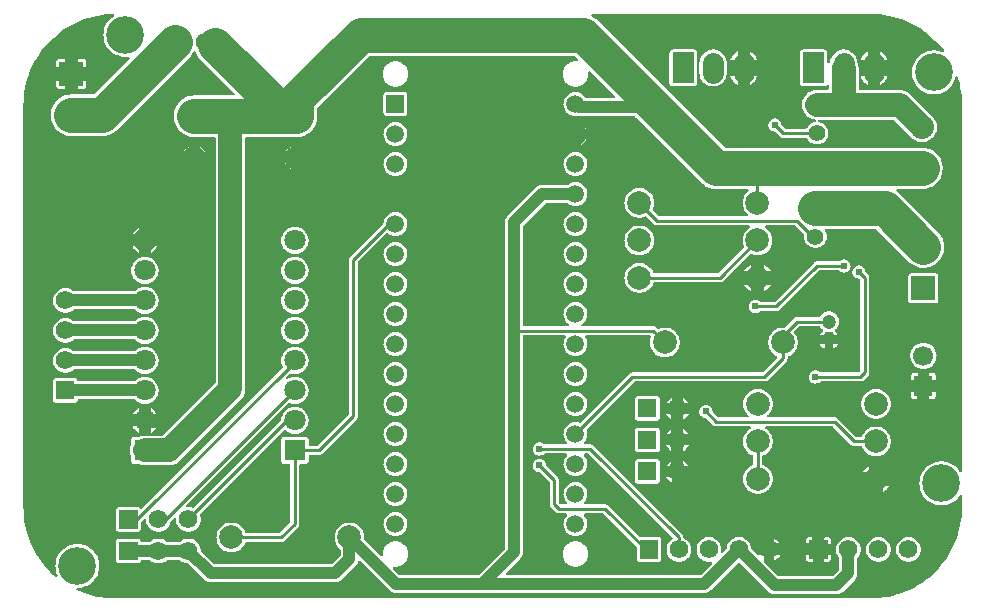
<source format=gtl>
G04 Layer: TopLayer*
G04 EasyEDA v6.5.9, 2022-07-29 15:21:59*
G04 d62bb8ad4e154c8097677c42ea29ab51,674c0623d3a246009f606e19fc16e94a,10*
G04 Gerber Generator version 0.2*
G04 Scale: 100 percent, Rotated: No, Reflected: No *
G04 Dimensions in millimeters *
G04 leading zeros omitted , absolute positions ,4 integer and 5 decimal *
%FSLAX45Y45*%
%MOMM*%

%ADD10C,3.0000*%
%ADD11C,2.0000*%
%ADD12C,0.2500*%
%ADD13C,1.0000*%
%ADD14C,1.2000*%
%ADD15C,1.6000*%
%ADD16R,1.5748X1.5748*%
%ADD17C,1.5748*%
%ADD18R,1.8000X1.8000*%
%ADD19C,1.8000*%
%ADD20R,1.5748X1.7000*%
%ADD21C,1.7000*%
%ADD22R,2.0320X2.0320*%
%ADD23C,2.0320*%
%ADD24C,1.4000*%
%ADD25R,1.5080X1.5080*%
%ADD26C,1.5080*%
%ADD27C,3.2000*%
%ADD28C,0.6096*%
%ADD29C,0.0142*%

%LPD*%
G36*
X800201Y-4974082D02*
G01*
X761746Y-4973116D01*
X723900Y-4970322D01*
X686155Y-4965649D01*
X648716Y-4959146D01*
X611682Y-4950815D01*
X575056Y-4940655D01*
X538988Y-4928768D01*
X503529Y-4915052D01*
X478840Y-4904079D01*
X475589Y-4901844D01*
X473506Y-4898542D01*
X472795Y-4894681D01*
X473608Y-4890820D01*
X475792Y-4887569D01*
X479094Y-4885436D01*
X482955Y-4884674D01*
X491998Y-4884674D01*
X510743Y-4882743D01*
X529183Y-4878984D01*
X547166Y-4873345D01*
X564489Y-4865878D01*
X580948Y-4856734D01*
X596392Y-4846015D01*
X610666Y-4833721D01*
X623671Y-4820107D01*
X635152Y-4805172D01*
X645160Y-4789220D01*
X653440Y-4772304D01*
X659993Y-4754626D01*
X664667Y-4736439D01*
X667562Y-4717796D01*
X668477Y-4699000D01*
X667562Y-4680204D01*
X664667Y-4661560D01*
X659993Y-4643374D01*
X653440Y-4625695D01*
X645160Y-4608779D01*
X635152Y-4592828D01*
X623671Y-4577892D01*
X610666Y-4564278D01*
X596392Y-4551984D01*
X580948Y-4541266D01*
X564489Y-4532122D01*
X547166Y-4524654D01*
X529183Y-4519015D01*
X510743Y-4515256D01*
X491998Y-4513326D01*
X473201Y-4513326D01*
X454456Y-4515256D01*
X436016Y-4519015D01*
X418033Y-4524654D01*
X400710Y-4532122D01*
X384251Y-4541266D01*
X368808Y-4551984D01*
X354533Y-4564278D01*
X341528Y-4577892D01*
X330047Y-4592828D01*
X320040Y-4608779D01*
X311759Y-4625695D01*
X305206Y-4643374D01*
X300532Y-4661560D01*
X297637Y-4680204D01*
X296722Y-4699000D01*
X297637Y-4717796D01*
X300532Y-4736439D01*
X305206Y-4754626D01*
X311759Y-4772304D01*
X314096Y-4777079D01*
X315112Y-4780889D01*
X314604Y-4784801D01*
X312674Y-4788255D01*
X309524Y-4790643D01*
X305714Y-4791710D01*
X301802Y-4791202D01*
X298348Y-4789271D01*
X279958Y-4773371D01*
X252475Y-4747158D01*
X226263Y-4719675D01*
X201472Y-4690872D01*
X178104Y-4660900D01*
X156260Y-4629861D01*
X135940Y-4597755D01*
X117195Y-4564684D01*
X100126Y-4530750D01*
X84734Y-4496003D01*
X71069Y-4460544D01*
X59182Y-4424476D01*
X49072Y-4387850D01*
X40741Y-4350766D01*
X34239Y-4313326D01*
X29616Y-4275632D01*
X26822Y-4237736D01*
X25908Y-4199585D01*
X25908Y-800404D01*
X26873Y-761746D01*
X29667Y-723900D01*
X34340Y-686155D01*
X40843Y-648716D01*
X49174Y-611682D01*
X59334Y-575056D01*
X71272Y-538988D01*
X84937Y-503529D01*
X100330Y-468833D01*
X117449Y-434898D01*
X136194Y-401828D01*
X156514Y-369722D01*
X178409Y-338683D01*
X201777Y-308762D01*
X226618Y-279958D01*
X252831Y-252475D01*
X280365Y-226263D01*
X309118Y-201472D01*
X339090Y-178104D01*
X370128Y-156260D01*
X402234Y-135940D01*
X435305Y-117195D01*
X469239Y-100126D01*
X503986Y-84734D01*
X539445Y-71069D01*
X575513Y-59182D01*
X612140Y-49072D01*
X649224Y-40741D01*
X686663Y-34239D01*
X724357Y-29616D01*
X762254Y-26822D01*
X785723Y-26263D01*
X790092Y-27127D01*
X793699Y-29819D01*
X795782Y-33731D01*
X795985Y-38201D01*
X794258Y-42316D01*
X790651Y-45466D01*
X775208Y-56184D01*
X760933Y-68478D01*
X747928Y-82092D01*
X736447Y-97028D01*
X726440Y-112979D01*
X718159Y-129895D01*
X711606Y-147574D01*
X706932Y-165760D01*
X704037Y-184404D01*
X703122Y-203200D01*
X704037Y-221996D01*
X706932Y-240639D01*
X711606Y-258825D01*
X718159Y-276504D01*
X726440Y-293420D01*
X736447Y-309372D01*
X747928Y-324307D01*
X760933Y-337921D01*
X775208Y-350215D01*
X790651Y-360934D01*
X807110Y-370078D01*
X824433Y-377545D01*
X842416Y-383184D01*
X860856Y-386943D01*
X879602Y-388874D01*
X898398Y-388874D01*
X913180Y-387350D01*
X917295Y-387807D01*
X920902Y-389788D01*
X923391Y-393090D01*
X924356Y-397103D01*
X923645Y-401167D01*
X921359Y-404672D01*
X621538Y-704494D01*
X618236Y-706729D01*
X614324Y-707491D01*
X432054Y-707491D01*
X414020Y-708406D01*
X396392Y-711098D01*
X379120Y-715568D01*
X362458Y-721766D01*
X346456Y-729589D01*
X331317Y-739038D01*
X317246Y-749909D01*
X304292Y-762203D01*
X292709Y-775716D01*
X282549Y-790346D01*
X273862Y-805942D01*
X266852Y-822299D01*
X261518Y-839317D01*
X257911Y-856742D01*
X256133Y-874471D01*
X256133Y-892302D01*
X257911Y-910031D01*
X261518Y-927455D01*
X266852Y-944473D01*
X273862Y-960831D01*
X282549Y-976426D01*
X292709Y-991057D01*
X304292Y-1004569D01*
X317246Y-1016863D01*
X331317Y-1027734D01*
X346456Y-1037183D01*
X362458Y-1045006D01*
X379120Y-1051204D01*
X396392Y-1055674D01*
X414020Y-1058367D01*
X432054Y-1059281D01*
X691235Y-1059281D01*
X704900Y-1058773D01*
X709066Y-1058418D01*
X722579Y-1056487D01*
X726694Y-1055725D01*
X739952Y-1052474D01*
X743966Y-1051255D01*
X756767Y-1046683D01*
X760679Y-1045108D01*
X772972Y-1039266D01*
X776681Y-1037234D01*
X788314Y-1030173D01*
X791819Y-1027836D01*
X802690Y-1019657D01*
X805891Y-1016965D01*
X815949Y-1007618D01*
X1432306Y-391261D01*
X1444396Y-377850D01*
X1454962Y-363474D01*
X1464005Y-348132D01*
X1465122Y-345694D01*
X1467510Y-342442D01*
X1470914Y-340360D01*
X1474876Y-339801D01*
X1478737Y-340766D01*
X1481937Y-343154D01*
X1483969Y-346608D01*
X1487932Y-358089D01*
X1495450Y-374243D01*
X1504543Y-389534D01*
X1515160Y-403860D01*
X1527352Y-417220D01*
X1811121Y-698500D01*
X1813356Y-701802D01*
X1814169Y-705713D01*
X1813407Y-709574D01*
X1811172Y-712876D01*
X1807870Y-715111D01*
X1804009Y-715873D01*
X1473454Y-715873D01*
X1455420Y-716788D01*
X1437792Y-719480D01*
X1420520Y-723950D01*
X1403858Y-730148D01*
X1387856Y-738022D01*
X1372717Y-747420D01*
X1358646Y-758342D01*
X1345692Y-770585D01*
X1334109Y-784148D01*
X1323949Y-798728D01*
X1315262Y-814324D01*
X1308252Y-830681D01*
X1302918Y-847699D01*
X1299311Y-865174D01*
X1297533Y-882903D01*
X1297533Y-900684D01*
X1299311Y-918413D01*
X1302918Y-935888D01*
X1308252Y-952906D01*
X1315262Y-969264D01*
X1323949Y-984859D01*
X1334109Y-999439D01*
X1345692Y-1013002D01*
X1358646Y-1025245D01*
X1372717Y-1036167D01*
X1387856Y-1045565D01*
X1403858Y-1053439D01*
X1420520Y-1059637D01*
X1437792Y-1064107D01*
X1455420Y-1066800D01*
X1473454Y-1067714D01*
X1641957Y-1067714D01*
X1645818Y-1068476D01*
X1649120Y-1070660D01*
X1651304Y-1073962D01*
X1652117Y-1077874D01*
X1652117Y-3144062D01*
X1651304Y-3147923D01*
X1649120Y-3151225D01*
X1208125Y-3592220D01*
X1204823Y-3594404D01*
X1200962Y-3595217D01*
X1054404Y-3595217D01*
X1038910Y-3596132D01*
X1023975Y-3598875D01*
X1009446Y-3603396D01*
X1007465Y-3604310D01*
X1003300Y-3605174D01*
X964692Y-3605174D01*
X958342Y-3605885D01*
X952906Y-3607815D01*
X947978Y-3610914D01*
X943914Y-3614978D01*
X940816Y-3619906D01*
X938885Y-3625342D01*
X938174Y-3631692D01*
X938174Y-3670300D01*
X937310Y-3674465D01*
X936396Y-3676446D01*
X931875Y-3690975D01*
X929132Y-3705910D01*
X928217Y-3721100D01*
X929132Y-3736289D01*
X931875Y-3751224D01*
X936396Y-3765753D01*
X937310Y-3767734D01*
X938174Y-3771900D01*
X938174Y-3810508D01*
X938885Y-3816858D01*
X940816Y-3822293D01*
X943914Y-3827221D01*
X947978Y-3831285D01*
X952906Y-3834384D01*
X958342Y-3836314D01*
X964692Y-3837025D01*
X1003300Y-3837025D01*
X1007465Y-3837889D01*
X1009446Y-3838803D01*
X1023975Y-3843324D01*
X1038910Y-3846068D01*
X1054404Y-3847033D01*
X1257147Y-3847033D01*
X1264920Y-3846779D01*
X1272489Y-3846068D01*
X1280007Y-3844950D01*
X1287424Y-3843324D01*
X1294739Y-3841292D01*
X1301953Y-3838803D01*
X1308963Y-3835908D01*
X1315821Y-3832606D01*
X1322425Y-3828846D01*
X1328826Y-3824732D01*
X1334922Y-3820210D01*
X1340764Y-3815334D01*
X1346454Y-3810000D01*
X1866900Y-3289554D01*
X1872234Y-3283864D01*
X1877110Y-3278022D01*
X1881632Y-3271926D01*
X1885746Y-3265525D01*
X1889506Y-3258921D01*
X1892807Y-3252063D01*
X1895703Y-3245053D01*
X1898192Y-3237839D01*
X1900224Y-3230524D01*
X1901850Y-3223107D01*
X1902968Y-3215589D01*
X1903679Y-3208020D01*
X1903933Y-3200247D01*
X1903933Y-1077874D01*
X1904695Y-1073962D01*
X1906879Y-1070660D01*
X1910181Y-1068476D01*
X1914093Y-1067714D01*
X2336647Y-1067714D01*
X2345690Y-1067460D01*
X2354580Y-1066800D01*
X2363419Y-1065682D01*
X2372207Y-1064107D01*
X2380894Y-1062075D01*
X2389479Y-1059637D01*
X2397912Y-1056741D01*
X2406192Y-1053439D01*
X2414270Y-1049731D01*
X2422144Y-1045616D01*
X2429865Y-1041095D01*
X2437282Y-1036167D01*
X2444496Y-1030884D01*
X2451404Y-1025245D01*
X2458008Y-1019302D01*
X2464308Y-1013002D01*
X2470251Y-1006398D01*
X2475890Y-999490D01*
X2481173Y-992276D01*
X2486101Y-984859D01*
X2490622Y-977137D01*
X2494737Y-969264D01*
X2498445Y-961186D01*
X2501747Y-952906D01*
X2504643Y-944473D01*
X2507081Y-935888D01*
X2509113Y-927201D01*
X2510688Y-918413D01*
X2511806Y-909574D01*
X2512466Y-900684D01*
X2512720Y-891692D01*
X2512720Y-826363D01*
X2513482Y-822502D01*
X2515666Y-819200D01*
X2952800Y-382066D01*
X2956102Y-379882D01*
X2959963Y-379120D01*
X4685436Y-379120D01*
X4689297Y-379882D01*
X4692599Y-382066D01*
X4718964Y-408432D01*
X4721199Y-411835D01*
X4721961Y-415848D01*
X4721047Y-419811D01*
X4718659Y-423113D01*
X4715154Y-425196D01*
X4711141Y-425754D01*
X4699000Y-424942D01*
X4684826Y-425907D01*
X4670958Y-428650D01*
X4657496Y-433222D01*
X4644796Y-439470D01*
X4633010Y-447395D01*
X4622342Y-456742D01*
X4612995Y-467410D01*
X4605070Y-479196D01*
X4598822Y-491896D01*
X4594250Y-505358D01*
X4591507Y-519226D01*
X4590542Y-533400D01*
X4591507Y-547573D01*
X4594250Y-561441D01*
X4598822Y-574903D01*
X4605070Y-587603D01*
X4612995Y-599389D01*
X4622342Y-610057D01*
X4633010Y-619404D01*
X4644796Y-627329D01*
X4657496Y-633577D01*
X4670958Y-638149D01*
X4684826Y-640892D01*
X4699000Y-641858D01*
X4713173Y-640892D01*
X4727041Y-638149D01*
X4740503Y-633577D01*
X4753203Y-627329D01*
X4764989Y-619404D01*
X4775657Y-610057D01*
X4785004Y-599389D01*
X4792929Y-587603D01*
X4799177Y-574903D01*
X4803749Y-561441D01*
X4806492Y-547573D01*
X4807458Y-533400D01*
X4806645Y-521309D01*
X4807204Y-517245D01*
X4809286Y-513740D01*
X4812588Y-511352D01*
X4816551Y-510438D01*
X4820564Y-511200D01*
X4823968Y-513435D01*
X5034788Y-724255D01*
X5037023Y-727557D01*
X5037785Y-731469D01*
X5037023Y-735330D01*
X5034788Y-738632D01*
X5031486Y-740867D01*
X5027625Y-741629D01*
X4795215Y-741629D01*
X4791913Y-741070D01*
X4788916Y-739444D01*
X4786680Y-736904D01*
X4780534Y-727303D01*
X4771796Y-716991D01*
X4761788Y-707898D01*
X4750612Y-700278D01*
X4738522Y-694131D01*
X4725771Y-689711D01*
X4712512Y-687019D01*
X4699000Y-686104D01*
X4685487Y-687019D01*
X4672228Y-689711D01*
X4659477Y-694131D01*
X4647387Y-700278D01*
X4636211Y-707898D01*
X4626203Y-716991D01*
X4617466Y-727303D01*
X4610201Y-738733D01*
X4604461Y-750976D01*
X4600498Y-763930D01*
X4598212Y-777240D01*
X4597755Y-790803D01*
X4599127Y-804265D01*
X4602276Y-817422D01*
X4607102Y-830021D01*
X4613605Y-841908D01*
X4621631Y-852779D01*
X4631080Y-862533D01*
X4641697Y-870915D01*
X4653330Y-877824D01*
X4665776Y-883056D01*
X4678832Y-886663D01*
X4692243Y-888441D01*
X4700371Y-888441D01*
X4703622Y-889000D01*
X4706620Y-890016D01*
X4715205Y-892149D01*
X4717643Y-892556D01*
X4726482Y-893368D01*
X5199735Y-893419D01*
X5203647Y-894181D01*
X5206949Y-896416D01*
X5768289Y-1457756D01*
X5778296Y-1467053D01*
X5781548Y-1469745D01*
X5792419Y-1477975D01*
X5795873Y-1480312D01*
X5807557Y-1487373D01*
X5811266Y-1489354D01*
X5823559Y-1495196D01*
X5827420Y-1496822D01*
X5840272Y-1501394D01*
X5844286Y-1502562D01*
X5857494Y-1505813D01*
X5861659Y-1506626D01*
X5875121Y-1508506D01*
X5879338Y-1508912D01*
X5893003Y-1509420D01*
X6155486Y-1509420D01*
X6159601Y-1510284D01*
X6162954Y-1512671D01*
X6165138Y-1516278D01*
X6165646Y-1520393D01*
X6164478Y-1524355D01*
X6161786Y-1527556D01*
X6156909Y-1531366D01*
X6146190Y-1542135D01*
X6136792Y-1554073D01*
X6128918Y-1567078D01*
X6122670Y-1580946D01*
X6118148Y-1595475D01*
X6115405Y-1610410D01*
X6114491Y-1625600D01*
X6115405Y-1640789D01*
X6118148Y-1655724D01*
X6122670Y-1670253D01*
X6128918Y-1684121D01*
X6136792Y-1697126D01*
X6146190Y-1709064D01*
X6156909Y-1719834D01*
X6158992Y-1721408D01*
X6161633Y-1724609D01*
X6162852Y-1728622D01*
X6162294Y-1732737D01*
X6160160Y-1736343D01*
X6156756Y-1738731D01*
X6152692Y-1739595D01*
X5412892Y-1739595D01*
X5409031Y-1738833D01*
X5405729Y-1736598D01*
X5357266Y-1688134D01*
X5355031Y-1684731D01*
X5354269Y-1680718D01*
X5355183Y-1676755D01*
X5358130Y-1670253D01*
X5362651Y-1655724D01*
X5365394Y-1640789D01*
X5366308Y-1625600D01*
X5365394Y-1610410D01*
X5362651Y-1595475D01*
X5358130Y-1580946D01*
X5351881Y-1567078D01*
X5344007Y-1554073D01*
X5334609Y-1542135D01*
X5323890Y-1531366D01*
X5311902Y-1522018D01*
X5298897Y-1514144D01*
X5285028Y-1507896D01*
X5270550Y-1503375D01*
X5255564Y-1500632D01*
X5240426Y-1499717D01*
X5225237Y-1500632D01*
X5210251Y-1503375D01*
X5195773Y-1507896D01*
X5181904Y-1514144D01*
X5168900Y-1522018D01*
X5156911Y-1531366D01*
X5146192Y-1542135D01*
X5136794Y-1554073D01*
X5128920Y-1567078D01*
X5122672Y-1580946D01*
X5118150Y-1595475D01*
X5115407Y-1610410D01*
X5114493Y-1625600D01*
X5115407Y-1640789D01*
X5118150Y-1655724D01*
X5122672Y-1670253D01*
X5128920Y-1684121D01*
X5136794Y-1697126D01*
X5146192Y-1709064D01*
X5156911Y-1719834D01*
X5168900Y-1729181D01*
X5181904Y-1737055D01*
X5195773Y-1743303D01*
X5210251Y-1747824D01*
X5225237Y-1750568D01*
X5240426Y-1751482D01*
X5255564Y-1750568D01*
X5270550Y-1747824D01*
X5285028Y-1743303D01*
X5291582Y-1740357D01*
X5295544Y-1739493D01*
X5299557Y-1740204D01*
X5302910Y-1742439D01*
X5365292Y-1804822D01*
X5371490Y-1809902D01*
X5378094Y-1813458D01*
X5385308Y-1815642D01*
X5393283Y-1816404D01*
X6170625Y-1816404D01*
X6174892Y-1817370D01*
X6178346Y-1819960D01*
X6180429Y-1823821D01*
X6180683Y-1828190D01*
X6179058Y-1832254D01*
X6175908Y-1835251D01*
X6168898Y-1839518D01*
X6156909Y-1848866D01*
X6146190Y-1859635D01*
X6136792Y-1871573D01*
X6128918Y-1884578D01*
X6122670Y-1898446D01*
X6118148Y-1912975D01*
X6115405Y-1927910D01*
X6114491Y-1943100D01*
X6115405Y-1958289D01*
X6118148Y-1973224D01*
X6122670Y-1987753D01*
X6125616Y-1994255D01*
X6126530Y-1998218D01*
X6125768Y-2002231D01*
X6123533Y-2005634D01*
X5909970Y-2219198D01*
X5906668Y-2221433D01*
X5902756Y-2222195D01*
X5367477Y-2222195D01*
X5363667Y-2221433D01*
X5360466Y-2219350D01*
X5358231Y-2216200D01*
X5351881Y-2202078D01*
X5344007Y-2189073D01*
X5334609Y-2177135D01*
X5323890Y-2166366D01*
X5311902Y-2157018D01*
X5298897Y-2149144D01*
X5285028Y-2142896D01*
X5270550Y-2138375D01*
X5255564Y-2135632D01*
X5240426Y-2134717D01*
X5225237Y-2135632D01*
X5210251Y-2138375D01*
X5195773Y-2142896D01*
X5181904Y-2149144D01*
X5168900Y-2157018D01*
X5156911Y-2166366D01*
X5146192Y-2177135D01*
X5136794Y-2189073D01*
X5128920Y-2202078D01*
X5122672Y-2215946D01*
X5118150Y-2230475D01*
X5115407Y-2245410D01*
X5114493Y-2260600D01*
X5115407Y-2275789D01*
X5118150Y-2290724D01*
X5122672Y-2305253D01*
X5128920Y-2319121D01*
X5136794Y-2332126D01*
X5146192Y-2344064D01*
X5156911Y-2354834D01*
X5168900Y-2364181D01*
X5181904Y-2372055D01*
X5195773Y-2378303D01*
X5210251Y-2382824D01*
X5225237Y-2385568D01*
X5240426Y-2386482D01*
X5255564Y-2385568D01*
X5270550Y-2382824D01*
X5285028Y-2378303D01*
X5298897Y-2372055D01*
X5311902Y-2364181D01*
X5323890Y-2354834D01*
X5334609Y-2344064D01*
X5344007Y-2332126D01*
X5351881Y-2319121D01*
X5358231Y-2304999D01*
X5360466Y-2301849D01*
X5363667Y-2299766D01*
X5367477Y-2299004D01*
X5922416Y-2299004D01*
X5930392Y-2298242D01*
X5937554Y-2296058D01*
X5944209Y-2292502D01*
X5950407Y-2287422D01*
X6177889Y-2059939D01*
X6181242Y-2057704D01*
X6185255Y-2056993D01*
X6189218Y-2057857D01*
X6195771Y-2060803D01*
X6210249Y-2065324D01*
X6225235Y-2068068D01*
X6240424Y-2068982D01*
X6255562Y-2068068D01*
X6270548Y-2065324D01*
X6285026Y-2060803D01*
X6298895Y-2054555D01*
X6311900Y-2046681D01*
X6323888Y-2037334D01*
X6334607Y-2026564D01*
X6344005Y-2014626D01*
X6351879Y-2001621D01*
X6358128Y-1987753D01*
X6362649Y-1973224D01*
X6365392Y-1958289D01*
X6366306Y-1943100D01*
X6365392Y-1927910D01*
X6362649Y-1912975D01*
X6358128Y-1898446D01*
X6351879Y-1884578D01*
X6344005Y-1871573D01*
X6334607Y-1859635D01*
X6323888Y-1848866D01*
X6311900Y-1839518D01*
X6304889Y-1835251D01*
X6301740Y-1832254D01*
X6300114Y-1828190D01*
X6300368Y-1823821D01*
X6302451Y-1819960D01*
X6305905Y-1817370D01*
X6310172Y-1816404D01*
X6558483Y-1816404D01*
X6562394Y-1817166D01*
X6565646Y-1819402D01*
X6633616Y-1887321D01*
X6635445Y-1889861D01*
X6636461Y-1892807D01*
X6636512Y-1895906D01*
X6635343Y-1904288D01*
X6635343Y-1917395D01*
X6637121Y-1930349D01*
X6640626Y-1942947D01*
X6645859Y-1954936D01*
X6652666Y-1966163D01*
X6660946Y-1976272D01*
X6670497Y-1985213D01*
X6681165Y-1992782D01*
X6692798Y-1998776D01*
X6705142Y-2003196D01*
X6717944Y-2005838D01*
X6731000Y-2006752D01*
X6744055Y-2005838D01*
X6756857Y-2003196D01*
X6769201Y-1998776D01*
X6780834Y-1992782D01*
X6791502Y-1985213D01*
X6801053Y-1976272D01*
X6809333Y-1966163D01*
X6816140Y-1954936D01*
X6821373Y-1942947D01*
X6824878Y-1930349D01*
X6826656Y-1917395D01*
X6826656Y-1904288D01*
X6824878Y-1891334D01*
X6821373Y-1878736D01*
X6816140Y-1866747D01*
X6813194Y-1861921D01*
X6811822Y-1857857D01*
X6812178Y-1853641D01*
X6814261Y-1849882D01*
X6817715Y-1847342D01*
X6821881Y-1846478D01*
X7239355Y-1846478D01*
X7243267Y-1847240D01*
X7246569Y-1849424D01*
X7520838Y-2123694D01*
X7534249Y-2135835D01*
X7548625Y-2146401D01*
X7563967Y-2155444D01*
X7580172Y-2162860D01*
X7596987Y-2168601D01*
X7614361Y-2172665D01*
X7632039Y-2174900D01*
X7649870Y-2175357D01*
X7667599Y-2173986D01*
X7685176Y-2170836D01*
X7702296Y-2165959D01*
X7718856Y-2159355D01*
X7734655Y-2151075D01*
X7749489Y-2141270D01*
X7763306Y-2130044D01*
X7775905Y-2117445D01*
X7787182Y-2103628D01*
X7796987Y-2088743D01*
X7805216Y-2072944D01*
X7811820Y-2056384D01*
X7816748Y-2039264D01*
X7819898Y-2021738D01*
X7821218Y-2003958D01*
X7820761Y-1986178D01*
X7818526Y-1968500D01*
X7814513Y-1951126D01*
X7808722Y-1934260D01*
X7801305Y-1918055D01*
X7792262Y-1902714D01*
X7781696Y-1888337D01*
X7769606Y-1874926D01*
X7440980Y-1546301D01*
X7430922Y-1537004D01*
X7427722Y-1534312D01*
X7418933Y-1527657D01*
X7416139Y-1524508D01*
X7414920Y-1520494D01*
X7415377Y-1516329D01*
X7417511Y-1512722D01*
X7420914Y-1510284D01*
X7425029Y-1509420D01*
X7632446Y-1509420D01*
X7650480Y-1508506D01*
X7668107Y-1505813D01*
X7685379Y-1501343D01*
X7702042Y-1495145D01*
X7718044Y-1487271D01*
X7733182Y-1477873D01*
X7747253Y-1466951D01*
X7760208Y-1454708D01*
X7771790Y-1441145D01*
X7781950Y-1426565D01*
X7790637Y-1410970D01*
X7797647Y-1394612D01*
X7802981Y-1377594D01*
X7806588Y-1360119D01*
X7808366Y-1342390D01*
X7808366Y-1324610D01*
X7806588Y-1306880D01*
X7802981Y-1289405D01*
X7797647Y-1272387D01*
X7790637Y-1256030D01*
X7781950Y-1240434D01*
X7771790Y-1225854D01*
X7760208Y-1212291D01*
X7747253Y-1200048D01*
X7733182Y-1189126D01*
X7718044Y-1179728D01*
X7702042Y-1171854D01*
X7685379Y-1165656D01*
X7668107Y-1161186D01*
X7650480Y-1158494D01*
X7632446Y-1157579D01*
X5969863Y-1157579D01*
X5966002Y-1156817D01*
X5962700Y-1154633D01*
X4887010Y-78943D01*
X4877003Y-69646D01*
X4873752Y-66954D01*
X4862880Y-58724D01*
X4859426Y-56388D01*
X4847894Y-49428D01*
X4839411Y-45161D01*
X4835956Y-42265D01*
X4834077Y-38201D01*
X4834128Y-33731D01*
X4836109Y-29667D01*
X4839614Y-26924D01*
X4843983Y-25908D01*
X7199579Y-25908D01*
X7238238Y-26873D01*
X7276134Y-29667D01*
X7313828Y-34340D01*
X7351268Y-40843D01*
X7388352Y-49174D01*
X7424928Y-59334D01*
X7460996Y-71272D01*
X7496454Y-84937D01*
X7531201Y-100330D01*
X7565136Y-117449D01*
X7598156Y-136194D01*
X7630261Y-156514D01*
X7661300Y-178409D01*
X7691272Y-201777D01*
X7720025Y-226618D01*
X7747508Y-252831D01*
X7773720Y-280365D01*
X7798511Y-309118D01*
X7817713Y-333756D01*
X7819644Y-337718D01*
X7819644Y-342188D01*
X7817764Y-346202D01*
X7814360Y-348996D01*
X7810093Y-350113D01*
X7805724Y-349300D01*
X7798866Y-346354D01*
X7780883Y-340715D01*
X7762443Y-336956D01*
X7743698Y-335026D01*
X7724902Y-335026D01*
X7706156Y-336956D01*
X7687716Y-340715D01*
X7669733Y-346354D01*
X7652410Y-353822D01*
X7635951Y-362966D01*
X7620508Y-373684D01*
X7606233Y-385978D01*
X7593228Y-399592D01*
X7581747Y-414528D01*
X7571740Y-430479D01*
X7563459Y-447395D01*
X7556906Y-465074D01*
X7552232Y-483260D01*
X7549337Y-501904D01*
X7548422Y-520700D01*
X7549337Y-539496D01*
X7552232Y-558139D01*
X7556906Y-576326D01*
X7563459Y-594004D01*
X7571740Y-610920D01*
X7581747Y-626872D01*
X7593228Y-641807D01*
X7606233Y-655421D01*
X7620508Y-667715D01*
X7635951Y-678434D01*
X7652410Y-687578D01*
X7669733Y-695045D01*
X7687716Y-700684D01*
X7706156Y-704443D01*
X7724902Y-706374D01*
X7743698Y-706374D01*
X7762443Y-704443D01*
X7780883Y-700684D01*
X7798866Y-695045D01*
X7816189Y-687578D01*
X7832648Y-678434D01*
X7848092Y-667715D01*
X7862366Y-655421D01*
X7875371Y-641807D01*
X7886852Y-626872D01*
X7896859Y-610920D01*
X7905140Y-594004D01*
X7911693Y-576326D01*
X7915960Y-559816D01*
X7917891Y-555955D01*
X7921244Y-553262D01*
X7925460Y-552196D01*
X7929676Y-553008D01*
X7933232Y-555447D01*
X7935417Y-559206D01*
X7940802Y-575513D01*
X7950962Y-612140D01*
X7959242Y-649224D01*
X7965744Y-686663D01*
X7970367Y-724357D01*
X7973161Y-762254D01*
X7974075Y-800404D01*
X7974075Y-3896868D01*
X7973161Y-3901084D01*
X7970570Y-3904538D01*
X7966709Y-3906621D01*
X7962392Y-3906875D01*
X7958328Y-3905351D01*
X7955330Y-3902201D01*
X7950352Y-3894328D01*
X7938871Y-3879392D01*
X7925866Y-3865778D01*
X7911592Y-3853484D01*
X7896148Y-3842765D01*
X7879689Y-3833622D01*
X7862366Y-3826154D01*
X7844383Y-3820515D01*
X7825943Y-3816756D01*
X7807198Y-3814826D01*
X7788402Y-3814826D01*
X7769656Y-3816756D01*
X7751216Y-3820515D01*
X7733233Y-3826154D01*
X7715910Y-3833622D01*
X7699451Y-3842765D01*
X7684008Y-3853484D01*
X7669733Y-3865778D01*
X7656728Y-3879392D01*
X7645247Y-3894328D01*
X7635240Y-3910279D01*
X7626959Y-3927195D01*
X7620406Y-3944874D01*
X7615732Y-3963060D01*
X7612837Y-3981704D01*
X7611922Y-4000500D01*
X7612837Y-4019296D01*
X7615732Y-4037939D01*
X7620406Y-4056126D01*
X7626959Y-4073804D01*
X7635240Y-4090720D01*
X7645247Y-4106672D01*
X7656728Y-4121607D01*
X7669733Y-4135221D01*
X7684008Y-4147515D01*
X7699451Y-4158234D01*
X7715910Y-4167378D01*
X7733233Y-4174845D01*
X7751216Y-4180484D01*
X7769656Y-4184243D01*
X7788402Y-4186174D01*
X7807198Y-4186174D01*
X7825943Y-4184243D01*
X7844383Y-4180484D01*
X7862366Y-4174845D01*
X7879689Y-4167378D01*
X7896148Y-4158234D01*
X7911592Y-4147515D01*
X7925866Y-4135221D01*
X7938871Y-4121607D01*
X7950352Y-4106672D01*
X7955330Y-4098798D01*
X7958328Y-4095648D01*
X7962392Y-4094124D01*
X7966709Y-4094378D01*
X7970570Y-4096461D01*
X7973161Y-4099915D01*
X7974075Y-4104132D01*
X7974075Y-4199839D01*
X7973110Y-4238244D01*
X7970316Y-4276140D01*
X7965643Y-4313834D01*
X7959140Y-4351274D01*
X7950809Y-4388307D01*
X7940649Y-4424934D01*
X7928762Y-4461002D01*
X7915046Y-4496460D01*
X7899653Y-4531207D01*
X7882534Y-4565142D01*
X7863840Y-4598162D01*
X7843469Y-4630267D01*
X7821574Y-4661306D01*
X7798206Y-4691278D01*
X7773365Y-4720031D01*
X7747203Y-4747514D01*
X7719669Y-4773726D01*
X7690866Y-4798517D01*
X7660894Y-4821885D01*
X7629855Y-4843780D01*
X7597749Y-4864100D01*
X7564678Y-4882794D01*
X7530744Y-4899863D01*
X7495997Y-4915255D01*
X7460538Y-4928920D01*
X7424470Y-4940808D01*
X7387844Y-4950917D01*
X7350759Y-4959248D01*
X7313320Y-4965750D01*
X7275626Y-4970373D01*
X7237730Y-4973167D01*
X7199579Y-4974082D01*
G37*

%LPC*%
G36*
X6388201Y-4939995D02*
G01*
X6911441Y-4939944D01*
X6920280Y-4939131D01*
X6922719Y-4938725D01*
X6931355Y-4936591D01*
X6933692Y-4935829D01*
X6941921Y-4932426D01*
X6944106Y-4931308D01*
X6951725Y-4926685D01*
X6960565Y-4919624D01*
X7065924Y-4814265D01*
X7072985Y-4805426D01*
X7077608Y-4797806D01*
X7078725Y-4795621D01*
X7082129Y-4787392D01*
X7082891Y-4785055D01*
X7085025Y-4776419D01*
X7085431Y-4773980D01*
X7086244Y-4765141D01*
X7086295Y-4634890D01*
X7086955Y-4631334D01*
X7088835Y-4628235D01*
X7093407Y-4623003D01*
X7101027Y-4611624D01*
X7107072Y-4599330D01*
X7111441Y-4586376D01*
X7114133Y-4572965D01*
X7115048Y-4559300D01*
X7114133Y-4545634D01*
X7111441Y-4532223D01*
X7107072Y-4519269D01*
X7101027Y-4506976D01*
X7093407Y-4495596D01*
X7084364Y-4485335D01*
X7074103Y-4476292D01*
X7062724Y-4468672D01*
X7050430Y-4462627D01*
X7037476Y-4458258D01*
X7024065Y-4455566D01*
X7010400Y-4454652D01*
X6996734Y-4455566D01*
X6983323Y-4458258D01*
X6970369Y-4462627D01*
X6958075Y-4468672D01*
X6946696Y-4476292D01*
X6936435Y-4485335D01*
X6927392Y-4495596D01*
X6919772Y-4506976D01*
X6913727Y-4519269D01*
X6909358Y-4532223D01*
X6906666Y-4545634D01*
X6905752Y-4559300D01*
X6906666Y-4572965D01*
X6909358Y-4586376D01*
X6913727Y-4599330D01*
X6919772Y-4611624D01*
X6927392Y-4623003D01*
X6931964Y-4628235D01*
X6933844Y-4631334D01*
X6934504Y-4634890D01*
X6934504Y-4726838D01*
X6933742Y-4730750D01*
X6931507Y-4734052D01*
X6880352Y-4785207D01*
X6877050Y-4787442D01*
X6873138Y-4788204D01*
X6423761Y-4788204D01*
X6419850Y-4787442D01*
X6416548Y-4785207D01*
X6294577Y-4663186D01*
X6292342Y-4659934D01*
X6291580Y-4656023D01*
X6291580Y-4605020D01*
X6240576Y-4605020D01*
X6236665Y-4604258D01*
X6233414Y-4602022D01*
X6190437Y-4559096D01*
X6188354Y-4556099D01*
X6187490Y-4552594D01*
X6187033Y-4545634D01*
X6184341Y-4532223D01*
X6179972Y-4519269D01*
X6173927Y-4506976D01*
X6166307Y-4495596D01*
X6157264Y-4485335D01*
X6147003Y-4476292D01*
X6135624Y-4468672D01*
X6123330Y-4462627D01*
X6110376Y-4458258D01*
X6096965Y-4455566D01*
X6083300Y-4454652D01*
X6069634Y-4455566D01*
X6056223Y-4458258D01*
X6043269Y-4462627D01*
X6030976Y-4468672D01*
X6019596Y-4476292D01*
X6009335Y-4485335D01*
X6000292Y-4495596D01*
X5992672Y-4506976D01*
X5986627Y-4519269D01*
X5982258Y-4532223D01*
X5979566Y-4545634D01*
X5979109Y-4552594D01*
X5978245Y-4556099D01*
X5976162Y-4559096D01*
X5949442Y-4585817D01*
X5945835Y-4588103D01*
X5941618Y-4588764D01*
X5937453Y-4587595D01*
X5934202Y-4584801D01*
X5932373Y-4580940D01*
X5932322Y-4576622D01*
X5933033Y-4572965D01*
X5933948Y-4559300D01*
X5933033Y-4545634D01*
X5930341Y-4532223D01*
X5925972Y-4519269D01*
X5919927Y-4506976D01*
X5912307Y-4495596D01*
X5903264Y-4485335D01*
X5893003Y-4476292D01*
X5881624Y-4468672D01*
X5869330Y-4462627D01*
X5856376Y-4458258D01*
X5842965Y-4455566D01*
X5829300Y-4454652D01*
X5815634Y-4455566D01*
X5802223Y-4458258D01*
X5789269Y-4462627D01*
X5776976Y-4468672D01*
X5765596Y-4476292D01*
X5755335Y-4485335D01*
X5746292Y-4495596D01*
X5738672Y-4506976D01*
X5732627Y-4519269D01*
X5728258Y-4532223D01*
X5725566Y-4545634D01*
X5724652Y-4559300D01*
X5725566Y-4572965D01*
X5728258Y-4586376D01*
X5732627Y-4599330D01*
X5738672Y-4611624D01*
X5746292Y-4623003D01*
X5755335Y-4633264D01*
X5765596Y-4642307D01*
X5776976Y-4649927D01*
X5789269Y-4655972D01*
X5802223Y-4660341D01*
X5815634Y-4663033D01*
X5829300Y-4663948D01*
X5842965Y-4663033D01*
X5846622Y-4662322D01*
X5850940Y-4662373D01*
X5854801Y-4664202D01*
X5857595Y-4667453D01*
X5858764Y-4671618D01*
X5858103Y-4675835D01*
X5855817Y-4679442D01*
X5762752Y-4772507D01*
X5759450Y-4774742D01*
X5755538Y-4775504D01*
X4119372Y-4775504D01*
X4115511Y-4774742D01*
X4112209Y-4772507D01*
X4110024Y-4769205D01*
X4109212Y-4765344D01*
X4110024Y-4761433D01*
X4112209Y-4758131D01*
X4233824Y-4636465D01*
X4240885Y-4627626D01*
X4245508Y-4620006D01*
X4246626Y-4617821D01*
X4250029Y-4609592D01*
X4250791Y-4607255D01*
X4252925Y-4598619D01*
X4253331Y-4596180D01*
X4254144Y-4587341D01*
X4254195Y-2755493D01*
X4254957Y-2751632D01*
X4257192Y-2748330D01*
X4260494Y-2746146D01*
X4264355Y-2745333D01*
X4607814Y-2745333D01*
X4612030Y-2746248D01*
X4615484Y-2748838D01*
X4617567Y-2752648D01*
X4617872Y-2756916D01*
X4616399Y-2760980D01*
X4610201Y-2770733D01*
X4604461Y-2782976D01*
X4600498Y-2795930D01*
X4598212Y-2809240D01*
X4597755Y-2822803D01*
X4599127Y-2836265D01*
X4602276Y-2849422D01*
X4607102Y-2862021D01*
X4613605Y-2873908D01*
X4621631Y-2884779D01*
X4631080Y-2894533D01*
X4641697Y-2902915D01*
X4653330Y-2909824D01*
X4665776Y-2915056D01*
X4678832Y-2918663D01*
X4692243Y-2920441D01*
X4705756Y-2920441D01*
X4719167Y-2918663D01*
X4732223Y-2915056D01*
X4744669Y-2909824D01*
X4756302Y-2902915D01*
X4766919Y-2894533D01*
X4776368Y-2884779D01*
X4784394Y-2873908D01*
X4790897Y-2862021D01*
X4795723Y-2849422D01*
X4798872Y-2836265D01*
X4800244Y-2822803D01*
X4799787Y-2809240D01*
X4797501Y-2795930D01*
X4793538Y-2782976D01*
X4787798Y-2770733D01*
X4781600Y-2760980D01*
X4780127Y-2756916D01*
X4780432Y-2752648D01*
X4782515Y-2748838D01*
X4785969Y-2746248D01*
X4790186Y-2745333D01*
X5330393Y-2745333D01*
X5334355Y-2746146D01*
X5337657Y-2748432D01*
X5339842Y-2751785D01*
X5340553Y-2755747D01*
X5339638Y-2759710D01*
X5338572Y-2762046D01*
X5334050Y-2776575D01*
X5331307Y-2791510D01*
X5330393Y-2806700D01*
X5331307Y-2821889D01*
X5334050Y-2836824D01*
X5338572Y-2851353D01*
X5344820Y-2865221D01*
X5352694Y-2878226D01*
X5362092Y-2890164D01*
X5372811Y-2900934D01*
X5384800Y-2910281D01*
X5397804Y-2918155D01*
X5411673Y-2924403D01*
X5426151Y-2928924D01*
X5441137Y-2931668D01*
X5456326Y-2932582D01*
X5471464Y-2931668D01*
X5486450Y-2928924D01*
X5500928Y-2924403D01*
X5514797Y-2918155D01*
X5527802Y-2910281D01*
X5539790Y-2900934D01*
X5550509Y-2890164D01*
X5559907Y-2878226D01*
X5567781Y-2865221D01*
X5574030Y-2851353D01*
X5578551Y-2836824D01*
X5581294Y-2821889D01*
X5582208Y-2806700D01*
X5581294Y-2791510D01*
X5578551Y-2776575D01*
X5574030Y-2762046D01*
X5567781Y-2748178D01*
X5559907Y-2735173D01*
X5550509Y-2723235D01*
X5539790Y-2712466D01*
X5527802Y-2703118D01*
X5514797Y-2695244D01*
X5500928Y-2688996D01*
X5486450Y-2684475D01*
X5471464Y-2681732D01*
X5456326Y-2680817D01*
X5441137Y-2681732D01*
X5426151Y-2684475D01*
X5411673Y-2688996D01*
X5405120Y-2691942D01*
X5401157Y-2692806D01*
X5397144Y-2692095D01*
X5393791Y-2689860D01*
X5384038Y-2680157D01*
X5377840Y-2675077D01*
X5371236Y-2671521D01*
X5364022Y-2669336D01*
X5356047Y-2668524D01*
X4760264Y-2668524D01*
X4755997Y-2667609D01*
X4752492Y-2664917D01*
X4750460Y-2661056D01*
X4750257Y-2656687D01*
X4751882Y-2652623D01*
X4755083Y-2649626D01*
X4756302Y-2648915D01*
X4766919Y-2640533D01*
X4776368Y-2630779D01*
X4784394Y-2619908D01*
X4790897Y-2608021D01*
X4795723Y-2595422D01*
X4798872Y-2582265D01*
X4800244Y-2568803D01*
X4799787Y-2555240D01*
X4797501Y-2541930D01*
X4793538Y-2528976D01*
X4787798Y-2516733D01*
X4780534Y-2505303D01*
X4771796Y-2494991D01*
X4761788Y-2485898D01*
X4750612Y-2478278D01*
X4738522Y-2472131D01*
X4725771Y-2467711D01*
X4712512Y-2465019D01*
X4699000Y-2464104D01*
X4685487Y-2465019D01*
X4672228Y-2467711D01*
X4659477Y-2472131D01*
X4647387Y-2478278D01*
X4636211Y-2485898D01*
X4626203Y-2494991D01*
X4617466Y-2505303D01*
X4610201Y-2516733D01*
X4604461Y-2528976D01*
X4600498Y-2541930D01*
X4598212Y-2555240D01*
X4597755Y-2568803D01*
X4599127Y-2582265D01*
X4602276Y-2595422D01*
X4607102Y-2608021D01*
X4613605Y-2619908D01*
X4621631Y-2630779D01*
X4631080Y-2640533D01*
X4641697Y-2648915D01*
X4642916Y-2649626D01*
X4646117Y-2652623D01*
X4647742Y-2656687D01*
X4647539Y-2661056D01*
X4645507Y-2664917D01*
X4642002Y-2667609D01*
X4637735Y-2668524D01*
X4264355Y-2668524D01*
X4260494Y-2667762D01*
X4257192Y-2665577D01*
X4254957Y-2662275D01*
X4254195Y-2658364D01*
X4254195Y-1826361D01*
X4254957Y-1822450D01*
X4257192Y-1819148D01*
X4448048Y-1628292D01*
X4451350Y-1626057D01*
X4455261Y-1625295D01*
X4628540Y-1625295D01*
X4631842Y-1625854D01*
X4634839Y-1627479D01*
X4641697Y-1632915D01*
X4653330Y-1639824D01*
X4665776Y-1645056D01*
X4678832Y-1648663D01*
X4692243Y-1650441D01*
X4705756Y-1650441D01*
X4719167Y-1648663D01*
X4732223Y-1645056D01*
X4744669Y-1639824D01*
X4756302Y-1632915D01*
X4766919Y-1624533D01*
X4776368Y-1614779D01*
X4784394Y-1603908D01*
X4790897Y-1592021D01*
X4795723Y-1579422D01*
X4798872Y-1566265D01*
X4800244Y-1552803D01*
X4799787Y-1539240D01*
X4797501Y-1525930D01*
X4793538Y-1512976D01*
X4787798Y-1500733D01*
X4780534Y-1489303D01*
X4771796Y-1478991D01*
X4761788Y-1469898D01*
X4750612Y-1462278D01*
X4738522Y-1456131D01*
X4725771Y-1451711D01*
X4712512Y-1449019D01*
X4699000Y-1448104D01*
X4685487Y-1449019D01*
X4672228Y-1451711D01*
X4659477Y-1456131D01*
X4647387Y-1462278D01*
X4631994Y-1472793D01*
X4628337Y-1473504D01*
X4416958Y-1473555D01*
X4408119Y-1474368D01*
X4405680Y-1474774D01*
X4397044Y-1476908D01*
X4394708Y-1477670D01*
X4386478Y-1481074D01*
X4384294Y-1482191D01*
X4376674Y-1486814D01*
X4367834Y-1493875D01*
X4122775Y-1738934D01*
X4115714Y-1747774D01*
X4111091Y-1755393D01*
X4109974Y-1757578D01*
X4106570Y-1765807D01*
X4105808Y-1768144D01*
X4103674Y-1776780D01*
X4103268Y-1779219D01*
X4102455Y-1788058D01*
X4102404Y-4549038D01*
X4101642Y-4552950D01*
X4099407Y-4556252D01*
X3883151Y-4772507D01*
X3879850Y-4774742D01*
X3875938Y-4775504D01*
X3215335Y-4775504D01*
X3211474Y-4774742D01*
X3208172Y-4772507D01*
X3158236Y-4722571D01*
X3156000Y-4719167D01*
X3155238Y-4715154D01*
X3156153Y-4711192D01*
X3158540Y-4707890D01*
X3162046Y-4705807D01*
X3166059Y-4705248D01*
X3175000Y-4705858D01*
X3189173Y-4704892D01*
X3203041Y-4702149D01*
X3216503Y-4697577D01*
X3229203Y-4691329D01*
X3240989Y-4683404D01*
X3251657Y-4674057D01*
X3261004Y-4663389D01*
X3268929Y-4651603D01*
X3275177Y-4638903D01*
X3279749Y-4625441D01*
X3282492Y-4611573D01*
X3283458Y-4597400D01*
X3282492Y-4583226D01*
X3279749Y-4569358D01*
X3275177Y-4555896D01*
X3268929Y-4543196D01*
X3261004Y-4531410D01*
X3251657Y-4520742D01*
X3240989Y-4511395D01*
X3229203Y-4503470D01*
X3216503Y-4497222D01*
X3203041Y-4492650D01*
X3189173Y-4489907D01*
X3175000Y-4488942D01*
X3160826Y-4489907D01*
X3146958Y-4492650D01*
X3133496Y-4497222D01*
X3120796Y-4503470D01*
X3109010Y-4511395D01*
X3098342Y-4520742D01*
X3088995Y-4531410D01*
X3081070Y-4543196D01*
X3074822Y-4555896D01*
X3070250Y-4569358D01*
X3067507Y-4583226D01*
X3066542Y-4597400D01*
X3067151Y-4606340D01*
X3066592Y-4610354D01*
X3064510Y-4613859D01*
X3061208Y-4616246D01*
X3057245Y-4617161D01*
X3053232Y-4616399D01*
X3049828Y-4614164D01*
X2914040Y-4478426D01*
X2911754Y-4474819D01*
X2911094Y-4470603D01*
X2911906Y-4457700D01*
X2910992Y-4442510D01*
X2908249Y-4427575D01*
X2903728Y-4413046D01*
X2897479Y-4399178D01*
X2889605Y-4386173D01*
X2880207Y-4374235D01*
X2869488Y-4363466D01*
X2857500Y-4354118D01*
X2844495Y-4346244D01*
X2830626Y-4339996D01*
X2816148Y-4335475D01*
X2801162Y-4332732D01*
X2786024Y-4331817D01*
X2770835Y-4332732D01*
X2755849Y-4335475D01*
X2741371Y-4339996D01*
X2727502Y-4346244D01*
X2714498Y-4354118D01*
X2702509Y-4363466D01*
X2691790Y-4374235D01*
X2682392Y-4386173D01*
X2674518Y-4399178D01*
X2668270Y-4413046D01*
X2663748Y-4427575D01*
X2661005Y-4442510D01*
X2660091Y-4457700D01*
X2661005Y-4472889D01*
X2663748Y-4487824D01*
X2668270Y-4502353D01*
X2674518Y-4516221D01*
X2682392Y-4529226D01*
X2691790Y-4541164D01*
X2702509Y-4551934D01*
X2706217Y-4554829D01*
X2708300Y-4557014D01*
X2709621Y-4559808D01*
X2710078Y-4562805D01*
X2710078Y-4607864D01*
X2709316Y-4611725D01*
X2707132Y-4615027D01*
X2638552Y-4683607D01*
X2635250Y-4685842D01*
X2631338Y-4686604D01*
X1648561Y-4686604D01*
X1644650Y-4685842D01*
X1641348Y-4683607D01*
X1529537Y-4571796D01*
X1527454Y-4568799D01*
X1526590Y-4565294D01*
X1526133Y-4558334D01*
X1523441Y-4544923D01*
X1519072Y-4531969D01*
X1513027Y-4519676D01*
X1505407Y-4508296D01*
X1496364Y-4498035D01*
X1486103Y-4488992D01*
X1474724Y-4481372D01*
X1462430Y-4475327D01*
X1449476Y-4470958D01*
X1436065Y-4468266D01*
X1422400Y-4467352D01*
X1408734Y-4468266D01*
X1395323Y-4470958D01*
X1382369Y-4475327D01*
X1370076Y-4481372D01*
X1358696Y-4488992D01*
X1353464Y-4493564D01*
X1350365Y-4495444D01*
X1346809Y-4496104D01*
X1243990Y-4496104D01*
X1240434Y-4495444D01*
X1237335Y-4493564D01*
X1232103Y-4488992D01*
X1220724Y-4481372D01*
X1208430Y-4475327D01*
X1195476Y-4470958D01*
X1182065Y-4468266D01*
X1168400Y-4467352D01*
X1154734Y-4468266D01*
X1141323Y-4470958D01*
X1128369Y-4475327D01*
X1116076Y-4481372D01*
X1104696Y-4488992D01*
X1099464Y-4493564D01*
X1096365Y-4495444D01*
X1092809Y-4496104D01*
X1028395Y-4496104D01*
X1024280Y-4495241D01*
X1020876Y-4492752D01*
X1018743Y-4489094D01*
X1016355Y-4481982D01*
X1013358Y-4477156D01*
X1009243Y-4473041D01*
X1004366Y-4469993D01*
X998880Y-4468063D01*
X992581Y-4467352D01*
X836218Y-4467352D01*
X829919Y-4468063D01*
X824433Y-4469993D01*
X819556Y-4473041D01*
X815441Y-4477156D01*
X812393Y-4482033D01*
X810463Y-4487519D01*
X809752Y-4493818D01*
X809752Y-4650181D01*
X810463Y-4656480D01*
X812393Y-4661966D01*
X815441Y-4666843D01*
X819556Y-4670958D01*
X824433Y-4674006D01*
X829919Y-4675936D01*
X836218Y-4676648D01*
X992581Y-4676648D01*
X998880Y-4675936D01*
X1004366Y-4674006D01*
X1009243Y-4670958D01*
X1013358Y-4666843D01*
X1016355Y-4662017D01*
X1018743Y-4654905D01*
X1020876Y-4651248D01*
X1024280Y-4648758D01*
X1028395Y-4647895D01*
X1092809Y-4647895D01*
X1096365Y-4648555D01*
X1099464Y-4650435D01*
X1104696Y-4655007D01*
X1116076Y-4662627D01*
X1128369Y-4668672D01*
X1141323Y-4673041D01*
X1154734Y-4675733D01*
X1168400Y-4676648D01*
X1182065Y-4675733D01*
X1195476Y-4673041D01*
X1208430Y-4668672D01*
X1220724Y-4662627D01*
X1232103Y-4655007D01*
X1237335Y-4650435D01*
X1240434Y-4648555D01*
X1243990Y-4647895D01*
X1346809Y-4647895D01*
X1350365Y-4648555D01*
X1353464Y-4650435D01*
X1358696Y-4655007D01*
X1370076Y-4662627D01*
X1382369Y-4668672D01*
X1395323Y-4673041D01*
X1408734Y-4675733D01*
X1415694Y-4676190D01*
X1419199Y-4677054D01*
X1422196Y-4679137D01*
X1561134Y-4818024D01*
X1569974Y-4825085D01*
X1577594Y-4829708D01*
X1579778Y-4830826D01*
X1588008Y-4834229D01*
X1590344Y-4834991D01*
X1598980Y-4837125D01*
X1601419Y-4837531D01*
X1610258Y-4838344D01*
X2669641Y-4838344D01*
X2678480Y-4837531D01*
X2680919Y-4837125D01*
X2689555Y-4834991D01*
X2691892Y-4834229D01*
X2700121Y-4830826D01*
X2702306Y-4829708D01*
X2709926Y-4825085D01*
X2718765Y-4818024D01*
X2841498Y-4695291D01*
X2847187Y-4688433D01*
X2848610Y-4686401D01*
X2853182Y-4678781D01*
X2854299Y-4676597D01*
X2857703Y-4668367D01*
X2859735Y-4660696D01*
X2861564Y-4656836D01*
X2864866Y-4654092D01*
X2868980Y-4652873D01*
X2873197Y-4653534D01*
X2876804Y-4655870D01*
X3127959Y-4906924D01*
X3134766Y-4912563D01*
X3144418Y-4918608D01*
X3146602Y-4919726D01*
X3154832Y-4923129D01*
X3157169Y-4923891D01*
X3165754Y-4926025D01*
X3168192Y-4926431D01*
X3177032Y-4927244D01*
X5793841Y-4927244D01*
X5802680Y-4926431D01*
X5805119Y-4926025D01*
X5813755Y-4923891D01*
X5816092Y-4923129D01*
X5824321Y-4919726D01*
X5826506Y-4918608D01*
X5834126Y-4913985D01*
X5842965Y-4906924D01*
X6076137Y-4673854D01*
X6079388Y-4671618D01*
X6083300Y-4670856D01*
X6087211Y-4671618D01*
X6090462Y-4673854D01*
X6336334Y-4919624D01*
X6345174Y-4926685D01*
X6352794Y-4931308D01*
X6354978Y-4932426D01*
X6363208Y-4935829D01*
X6365544Y-4936591D01*
X6374180Y-4938725D01*
X6376619Y-4939131D01*
X6385458Y-4939944D01*
G37*
G36*
X4699000Y-4705858D02*
G01*
X4713173Y-4704892D01*
X4727041Y-4702149D01*
X4740503Y-4697577D01*
X4753203Y-4691329D01*
X4764989Y-4683404D01*
X4775657Y-4674057D01*
X4785004Y-4663389D01*
X4792929Y-4651603D01*
X4799177Y-4638903D01*
X4803749Y-4625441D01*
X4806492Y-4611573D01*
X4807458Y-4597400D01*
X4806492Y-4583226D01*
X4803749Y-4569358D01*
X4799177Y-4555896D01*
X4792929Y-4543196D01*
X4785004Y-4531410D01*
X4775657Y-4520742D01*
X4764989Y-4511395D01*
X4753203Y-4503470D01*
X4740503Y-4497222D01*
X4727041Y-4492650D01*
X4713173Y-4489907D01*
X4699000Y-4488942D01*
X4684826Y-4489907D01*
X4670958Y-4492650D01*
X4657496Y-4497222D01*
X4644796Y-4503470D01*
X4633010Y-4511395D01*
X4622342Y-4520742D01*
X4612995Y-4531410D01*
X4605070Y-4543196D01*
X4598822Y-4555896D01*
X4594250Y-4569358D01*
X4591507Y-4583226D01*
X4590542Y-4597400D01*
X4591507Y-4611573D01*
X4594250Y-4625441D01*
X4598822Y-4638903D01*
X4605070Y-4651603D01*
X4612995Y-4663389D01*
X4622342Y-4674057D01*
X4633010Y-4683404D01*
X4644796Y-4691329D01*
X4657496Y-4697577D01*
X4670958Y-4702149D01*
X4684826Y-4704892D01*
G37*
G36*
X6678218Y-4663948D02*
G01*
X6710680Y-4663948D01*
X6710680Y-4605020D01*
X6651752Y-4605020D01*
X6651752Y-4637481D01*
X6652463Y-4643780D01*
X6654393Y-4649266D01*
X6657441Y-4654143D01*
X6661556Y-4658258D01*
X6666433Y-4661306D01*
X6671919Y-4663236D01*
G37*
G36*
X6802120Y-4663948D02*
G01*
X6834581Y-4663948D01*
X6840880Y-4663236D01*
X6846366Y-4661306D01*
X6851243Y-4658258D01*
X6855358Y-4654143D01*
X6858406Y-4649266D01*
X6860336Y-4643780D01*
X6861048Y-4637481D01*
X6861048Y-4605020D01*
X6802120Y-4605020D01*
G37*
G36*
X7264400Y-4663948D02*
G01*
X7278065Y-4663033D01*
X7291476Y-4660341D01*
X7304430Y-4655972D01*
X7316724Y-4649927D01*
X7328103Y-4642307D01*
X7338364Y-4633264D01*
X7347407Y-4623003D01*
X7355027Y-4611624D01*
X7361072Y-4599330D01*
X7365441Y-4586376D01*
X7368133Y-4572965D01*
X7369048Y-4559300D01*
X7368133Y-4545634D01*
X7365441Y-4532223D01*
X7361072Y-4519269D01*
X7355027Y-4506976D01*
X7347407Y-4495596D01*
X7338364Y-4485335D01*
X7328103Y-4476292D01*
X7316724Y-4468672D01*
X7304430Y-4462627D01*
X7291476Y-4458258D01*
X7278065Y-4455566D01*
X7264400Y-4454652D01*
X7250734Y-4455566D01*
X7237323Y-4458258D01*
X7224369Y-4462627D01*
X7212075Y-4468672D01*
X7200696Y-4476292D01*
X7190435Y-4485335D01*
X7181392Y-4495596D01*
X7173772Y-4506976D01*
X7167727Y-4519269D01*
X7163358Y-4532223D01*
X7160666Y-4545634D01*
X7159752Y-4559300D01*
X7160666Y-4572965D01*
X7163358Y-4586376D01*
X7167727Y-4599330D01*
X7173772Y-4611624D01*
X7181392Y-4623003D01*
X7190435Y-4633264D01*
X7200696Y-4642307D01*
X7212075Y-4649927D01*
X7224369Y-4655972D01*
X7237323Y-4660341D01*
X7250734Y-4663033D01*
G37*
G36*
X7518400Y-4663948D02*
G01*
X7532065Y-4663033D01*
X7545476Y-4660341D01*
X7558430Y-4655972D01*
X7570724Y-4649927D01*
X7582103Y-4642307D01*
X7592364Y-4633264D01*
X7601407Y-4623003D01*
X7609027Y-4611624D01*
X7615072Y-4599330D01*
X7619441Y-4586376D01*
X7622133Y-4572965D01*
X7623048Y-4559300D01*
X7622133Y-4545634D01*
X7619441Y-4532223D01*
X7615072Y-4519269D01*
X7609027Y-4506976D01*
X7601407Y-4495596D01*
X7592364Y-4485335D01*
X7582103Y-4476292D01*
X7570724Y-4468672D01*
X7558430Y-4462627D01*
X7545476Y-4458258D01*
X7532065Y-4455566D01*
X7518400Y-4454652D01*
X7504734Y-4455566D01*
X7491323Y-4458258D01*
X7478369Y-4462627D01*
X7466075Y-4468672D01*
X7454696Y-4476292D01*
X7444435Y-4485335D01*
X7435392Y-4495596D01*
X7427772Y-4506976D01*
X7421727Y-4519269D01*
X7417358Y-4532223D01*
X7414666Y-4545634D01*
X7413752Y-4559300D01*
X7414666Y-4572965D01*
X7417358Y-4586376D01*
X7421727Y-4599330D01*
X7427772Y-4611624D01*
X7435392Y-4623003D01*
X7444435Y-4633264D01*
X7454696Y-4642307D01*
X7466075Y-4649927D01*
X7478369Y-4655972D01*
X7491323Y-4660341D01*
X7504734Y-4663033D01*
G37*
G36*
X5243118Y-4663948D02*
G01*
X5399481Y-4663948D01*
X5405780Y-4663236D01*
X5411266Y-4661306D01*
X5416143Y-4658258D01*
X5420258Y-4654143D01*
X5423306Y-4649266D01*
X5425236Y-4643780D01*
X5425948Y-4637481D01*
X5425948Y-4481118D01*
X5425236Y-4474819D01*
X5423306Y-4469333D01*
X5420258Y-4464456D01*
X5416143Y-4460341D01*
X5411266Y-4457293D01*
X5405780Y-4455363D01*
X5399481Y-4454652D01*
X5249773Y-4454652D01*
X5245912Y-4453890D01*
X5242610Y-4451654D01*
X4980533Y-4189577D01*
X4974336Y-4184497D01*
X4967681Y-4180941D01*
X4960467Y-4178757D01*
X4952492Y-4177995D01*
X4777892Y-4177995D01*
X4774031Y-4177233D01*
X4770729Y-4175048D01*
X4768494Y-4171797D01*
X4767732Y-4167936D01*
X4768443Y-4164076D01*
X4770577Y-4160774D01*
X4776368Y-4154779D01*
X4784394Y-4143908D01*
X4790897Y-4132021D01*
X4795723Y-4119422D01*
X4798872Y-4106265D01*
X4800244Y-4092803D01*
X4799787Y-4079240D01*
X4797501Y-4065930D01*
X4793538Y-4052976D01*
X4787798Y-4040733D01*
X4780534Y-4029303D01*
X4771796Y-4018991D01*
X4761788Y-4009898D01*
X4750612Y-4002278D01*
X4738522Y-3996131D01*
X4725771Y-3991711D01*
X4712512Y-3989019D01*
X4699000Y-3988104D01*
X4685487Y-3989019D01*
X4672228Y-3991711D01*
X4659477Y-3996131D01*
X4647387Y-4002278D01*
X4636211Y-4009898D01*
X4626203Y-4018991D01*
X4617466Y-4029303D01*
X4610201Y-4040733D01*
X4604461Y-4052976D01*
X4600498Y-4065930D01*
X4598212Y-4079240D01*
X4597755Y-4092803D01*
X4599127Y-4106265D01*
X4602276Y-4119422D01*
X4607102Y-4132021D01*
X4613605Y-4143908D01*
X4621631Y-4154779D01*
X4627422Y-4160774D01*
X4629556Y-4164076D01*
X4630267Y-4167936D01*
X4629505Y-4171797D01*
X4627270Y-4175048D01*
X4623968Y-4177233D01*
X4620107Y-4177995D01*
X4579416Y-4177995D01*
X4575505Y-4177233D01*
X4572254Y-4174998D01*
X4562602Y-4165346D01*
X4560366Y-4162094D01*
X4559604Y-4158183D01*
X4559604Y-3975608D01*
X4558842Y-3967632D01*
X4556658Y-3960418D01*
X4553102Y-3953764D01*
X4548022Y-3947566D01*
X4453382Y-3852926D01*
X4451350Y-3850030D01*
X4450435Y-3846626D01*
X4449673Y-3838295D01*
X4447133Y-3828846D01*
X4443018Y-3819906D01*
X4437380Y-3811879D01*
X4430420Y-3804920D01*
X4422394Y-3799281D01*
X4413453Y-3795166D01*
X4404004Y-3792626D01*
X4394200Y-3791762D01*
X4384395Y-3792626D01*
X4374946Y-3795166D01*
X4366006Y-3799281D01*
X4357979Y-3804920D01*
X4351020Y-3811879D01*
X4345381Y-3819906D01*
X4341266Y-3828846D01*
X4338726Y-3838295D01*
X4337862Y-3848100D01*
X4338726Y-3857904D01*
X4341266Y-3867353D01*
X4345381Y-3876294D01*
X4351020Y-3884320D01*
X4357979Y-3891279D01*
X4366006Y-3896918D01*
X4374946Y-3901033D01*
X4384395Y-3903573D01*
X4392726Y-3904335D01*
X4396130Y-3905250D01*
X4399026Y-3907282D01*
X4479798Y-3988054D01*
X4482033Y-3991305D01*
X4482795Y-3995216D01*
X4482795Y-4177792D01*
X4483557Y-4185767D01*
X4485741Y-4192981D01*
X4489297Y-4199636D01*
X4494377Y-4205833D01*
X4531766Y-4243222D01*
X4537964Y-4248302D01*
X4544618Y-4251858D01*
X4551832Y-4254042D01*
X4559808Y-4254804D01*
X4619904Y-4254804D01*
X4623866Y-4255617D01*
X4627219Y-4257903D01*
X4629404Y-4261307D01*
X4630064Y-4265320D01*
X4629150Y-4269232D01*
X4626203Y-4272991D01*
X4617466Y-4283303D01*
X4610201Y-4294733D01*
X4604461Y-4306976D01*
X4600498Y-4319930D01*
X4598212Y-4333240D01*
X4597755Y-4346803D01*
X4599127Y-4360265D01*
X4602276Y-4373422D01*
X4607102Y-4386021D01*
X4613605Y-4397908D01*
X4621631Y-4408779D01*
X4631080Y-4418533D01*
X4641697Y-4426915D01*
X4653330Y-4433824D01*
X4665776Y-4439056D01*
X4678832Y-4442663D01*
X4692243Y-4444441D01*
X4705756Y-4444441D01*
X4719167Y-4442663D01*
X4732223Y-4439056D01*
X4744669Y-4433824D01*
X4756302Y-4426915D01*
X4766919Y-4418533D01*
X4776368Y-4408779D01*
X4784394Y-4397908D01*
X4790897Y-4386021D01*
X4795723Y-4373422D01*
X4798872Y-4360265D01*
X4800244Y-4346803D01*
X4799787Y-4333240D01*
X4797501Y-4319930D01*
X4793538Y-4306976D01*
X4787798Y-4294733D01*
X4780534Y-4283303D01*
X4771796Y-4272991D01*
X4768850Y-4269232D01*
X4767935Y-4265320D01*
X4768596Y-4261307D01*
X4770780Y-4257903D01*
X4774133Y-4255617D01*
X4778095Y-4254804D01*
X4932883Y-4254804D01*
X4936794Y-4255566D01*
X4940046Y-4257802D01*
X5213654Y-4531410D01*
X5215890Y-4534712D01*
X5216652Y-4538573D01*
X5216652Y-4637481D01*
X5217363Y-4643780D01*
X5219293Y-4649266D01*
X5222341Y-4654143D01*
X5226456Y-4658258D01*
X5231333Y-4661306D01*
X5236819Y-4663236D01*
G37*
G36*
X5575300Y-4663948D02*
G01*
X5588965Y-4663033D01*
X5602376Y-4660341D01*
X5615330Y-4655972D01*
X5627624Y-4649927D01*
X5639003Y-4642307D01*
X5649264Y-4633264D01*
X5658307Y-4623003D01*
X5665927Y-4611624D01*
X5671972Y-4599330D01*
X5676341Y-4586376D01*
X5679033Y-4572965D01*
X5679948Y-4559300D01*
X5679033Y-4545634D01*
X5676341Y-4532223D01*
X5671972Y-4519269D01*
X5665927Y-4506976D01*
X5658307Y-4495596D01*
X5649264Y-4485335D01*
X5639003Y-4476292D01*
X5627624Y-4468672D01*
X5619140Y-4464507D01*
X5616397Y-4462526D01*
X5614416Y-4459681D01*
X5613552Y-4456379D01*
X5612942Y-4450232D01*
X5610758Y-4443018D01*
X5607202Y-4436364D01*
X5602122Y-4430166D01*
X4853533Y-3681577D01*
X4847336Y-3676497D01*
X4840681Y-3672941D01*
X4833467Y-3670757D01*
X4825492Y-3669995D01*
X4777892Y-3669995D01*
X4774031Y-3669233D01*
X4770729Y-3667048D01*
X4768494Y-3663797D01*
X4767732Y-3659936D01*
X4768443Y-3656076D01*
X4770577Y-3652774D01*
X4776368Y-3646779D01*
X4784394Y-3635908D01*
X4790897Y-3624021D01*
X4795723Y-3611422D01*
X4798872Y-3598265D01*
X4800244Y-3584803D01*
X4799787Y-3571240D01*
X4797501Y-3557930D01*
X4794453Y-3547973D01*
X4793996Y-3544315D01*
X4794859Y-3540760D01*
X4796942Y-3537762D01*
X5194554Y-3140202D01*
X5197805Y-3137966D01*
X5201716Y-3137204D01*
X6298692Y-3137204D01*
X6306667Y-3136442D01*
X6313881Y-3134258D01*
X6320536Y-3130702D01*
X6326733Y-3125622D01*
X6483096Y-2969209D01*
X6488176Y-2963011D01*
X6491732Y-2956356D01*
X6493916Y-2949194D01*
X6494729Y-2941218D01*
X6494729Y-2933801D01*
X6495440Y-2929991D01*
X6497523Y-2926740D01*
X6500723Y-2924505D01*
X6514795Y-2918155D01*
X6527800Y-2910281D01*
X6539788Y-2900934D01*
X6550507Y-2890164D01*
X6559905Y-2878226D01*
X6567779Y-2865221D01*
X6574028Y-2851353D01*
X6578549Y-2836824D01*
X6581292Y-2821889D01*
X6582206Y-2806700D01*
X6581292Y-2791510D01*
X6578549Y-2776575D01*
X6574028Y-2762046D01*
X6567779Y-2748178D01*
X6559905Y-2735173D01*
X6550609Y-2723337D01*
X6548932Y-2720086D01*
X6548475Y-2716428D01*
X6549339Y-2712872D01*
X6551422Y-2709875D01*
X6589826Y-2671470D01*
X6593128Y-2669286D01*
X6596989Y-2668524D01*
X6762648Y-2668524D01*
X6766204Y-2669133D01*
X6769303Y-2670962D01*
X6771538Y-2673807D01*
X6773062Y-2676550D01*
X6780377Y-2686354D01*
X6789064Y-2694990D01*
X6791706Y-2696972D01*
X6794195Y-2699715D01*
X6795566Y-2703220D01*
X6795566Y-2706979D01*
X6794195Y-2710484D01*
X6791706Y-2713228D01*
X6789064Y-2715209D01*
X6780377Y-2723845D01*
X6773062Y-2733649D01*
X6767525Y-2743758D01*
X6808927Y-2743758D01*
X6808927Y-2722473D01*
X6809943Y-2718104D01*
X6812737Y-2714548D01*
X6816750Y-2712567D01*
X6821271Y-2712516D01*
X6833057Y-2715107D01*
X6845300Y-2715971D01*
X6857542Y-2715107D01*
X6869328Y-2712516D01*
X6873849Y-2712567D01*
X6877862Y-2714548D01*
X6880656Y-2718104D01*
X6881672Y-2722473D01*
X6881672Y-2743758D01*
X6923074Y-2743758D01*
X6917537Y-2733649D01*
X6910222Y-2723845D01*
X6901535Y-2715209D01*
X6898894Y-2713228D01*
X6896404Y-2710484D01*
X6895033Y-2706979D01*
X6895033Y-2703220D01*
X6896404Y-2699715D01*
X6898894Y-2696972D01*
X6901535Y-2694990D01*
X6910222Y-2686354D01*
X6917537Y-2676550D01*
X6923430Y-2665780D01*
X6927697Y-2654300D01*
X6930288Y-2642311D01*
X6931202Y-2630119D01*
X6930288Y-2617876D01*
X6927697Y-2605887D01*
X6923430Y-2594406D01*
X6917537Y-2583688D01*
X6910222Y-2573883D01*
X6901535Y-2565196D01*
X6891731Y-2557830D01*
X6880961Y-2551988D01*
X6869480Y-2547670D01*
X6857542Y-2545080D01*
X6845300Y-2544216D01*
X6833057Y-2545080D01*
X6821119Y-2547670D01*
X6809638Y-2551988D01*
X6798868Y-2557830D01*
X6789064Y-2565196D01*
X6780377Y-2573883D01*
X6773062Y-2583688D01*
X6771538Y-2586380D01*
X6769303Y-2589225D01*
X6766204Y-2591054D01*
X6762648Y-2591663D01*
X6577380Y-2591663D01*
X6569405Y-2592476D01*
X6562191Y-2594660D01*
X6555587Y-2598216D01*
X6549390Y-2603296D01*
X6474206Y-2678480D01*
X6470599Y-2680766D01*
X6466382Y-2681427D01*
X6456324Y-2680817D01*
X6441135Y-2681732D01*
X6426149Y-2684475D01*
X6411671Y-2688996D01*
X6397802Y-2695244D01*
X6384798Y-2703118D01*
X6372809Y-2712466D01*
X6362090Y-2723235D01*
X6352692Y-2735173D01*
X6344818Y-2748178D01*
X6338570Y-2762046D01*
X6334048Y-2776575D01*
X6331305Y-2791510D01*
X6330391Y-2806700D01*
X6331305Y-2821889D01*
X6334048Y-2836824D01*
X6338570Y-2851353D01*
X6344818Y-2865221D01*
X6352692Y-2878226D01*
X6362090Y-2890164D01*
X6372809Y-2900934D01*
X6384798Y-2910281D01*
X6397802Y-2918155D01*
X6403492Y-2920746D01*
X6406692Y-2922981D01*
X6408775Y-2926283D01*
X6409486Y-2930144D01*
X6408674Y-2933954D01*
X6406489Y-2937205D01*
X6286246Y-3057398D01*
X6282994Y-3059633D01*
X6279083Y-3060395D01*
X5182108Y-3060395D01*
X5174132Y-3061157D01*
X5166918Y-3063341D01*
X5160264Y-3066897D01*
X5154066Y-3071977D01*
X4742586Y-3483508D01*
X4739487Y-3485642D01*
X4735779Y-3486454D01*
X4732070Y-3485896D01*
X4725771Y-3483711D01*
X4712512Y-3481019D01*
X4699000Y-3480104D01*
X4685487Y-3481019D01*
X4672228Y-3483711D01*
X4659477Y-3488131D01*
X4647387Y-3494278D01*
X4636211Y-3501898D01*
X4626203Y-3510991D01*
X4617466Y-3521303D01*
X4610201Y-3532733D01*
X4604461Y-3544976D01*
X4600498Y-3557930D01*
X4598212Y-3571240D01*
X4597755Y-3584803D01*
X4599127Y-3598265D01*
X4602276Y-3611422D01*
X4607102Y-3624021D01*
X4613605Y-3635908D01*
X4621631Y-3646779D01*
X4627422Y-3652774D01*
X4629556Y-3656076D01*
X4630267Y-3659936D01*
X4629505Y-3663797D01*
X4627270Y-3667048D01*
X4623968Y-3669233D01*
X4620107Y-3669995D01*
X4439361Y-3669995D01*
X4435500Y-3669233D01*
X4432198Y-3666998D01*
X4430420Y-3665220D01*
X4422394Y-3659581D01*
X4413453Y-3655466D01*
X4404004Y-3652926D01*
X4394200Y-3652062D01*
X4384395Y-3652926D01*
X4374946Y-3655466D01*
X4366006Y-3659581D01*
X4357979Y-3665220D01*
X4351020Y-3672179D01*
X4345381Y-3680206D01*
X4341266Y-3689146D01*
X4338726Y-3698595D01*
X4337862Y-3708400D01*
X4338726Y-3718204D01*
X4341266Y-3727653D01*
X4345381Y-3736594D01*
X4351020Y-3744620D01*
X4357979Y-3751579D01*
X4366006Y-3757218D01*
X4374946Y-3761333D01*
X4384395Y-3763873D01*
X4394200Y-3764737D01*
X4404004Y-3763873D01*
X4413453Y-3761333D01*
X4422394Y-3757218D01*
X4430420Y-3751579D01*
X4432198Y-3749801D01*
X4435500Y-3747566D01*
X4439361Y-3746804D01*
X4619904Y-3746804D01*
X4623866Y-3747617D01*
X4627219Y-3749903D01*
X4629404Y-3753307D01*
X4630064Y-3757320D01*
X4629150Y-3761232D01*
X4626203Y-3764991D01*
X4617466Y-3775303D01*
X4610201Y-3786733D01*
X4604461Y-3798976D01*
X4600498Y-3811930D01*
X4598212Y-3825240D01*
X4597755Y-3838803D01*
X4599127Y-3852265D01*
X4602276Y-3865422D01*
X4607102Y-3878021D01*
X4613605Y-3889908D01*
X4621631Y-3900779D01*
X4631080Y-3910533D01*
X4641697Y-3918915D01*
X4653330Y-3925824D01*
X4665776Y-3931056D01*
X4678832Y-3934663D01*
X4692243Y-3936441D01*
X4705756Y-3936441D01*
X4719167Y-3934663D01*
X4732223Y-3931056D01*
X4744669Y-3925824D01*
X4756302Y-3918915D01*
X4766919Y-3910533D01*
X4776368Y-3900779D01*
X4784394Y-3889908D01*
X4790897Y-3878021D01*
X4795723Y-3865422D01*
X4798872Y-3852265D01*
X4800244Y-3838803D01*
X4799787Y-3825240D01*
X4797501Y-3811930D01*
X4793538Y-3798976D01*
X4787798Y-3786733D01*
X4780534Y-3775303D01*
X4771796Y-3764991D01*
X4768850Y-3761232D01*
X4767935Y-3757320D01*
X4768596Y-3753307D01*
X4770780Y-3749903D01*
X4774133Y-3747617D01*
X4778095Y-3746804D01*
X4805883Y-3746804D01*
X4809794Y-3747566D01*
X4813046Y-3749801D01*
X5519623Y-4456328D01*
X5522010Y-4460087D01*
X5522569Y-4464507D01*
X5521147Y-4468723D01*
X5518099Y-4471974D01*
X5511596Y-4476292D01*
X5501335Y-4485335D01*
X5492292Y-4495596D01*
X5484672Y-4506976D01*
X5478627Y-4519269D01*
X5474258Y-4532223D01*
X5471566Y-4545634D01*
X5470652Y-4559300D01*
X5471566Y-4572965D01*
X5474258Y-4586376D01*
X5478627Y-4599330D01*
X5484672Y-4611624D01*
X5492292Y-4623003D01*
X5501335Y-4633264D01*
X5511596Y-4642307D01*
X5522976Y-4649927D01*
X5535269Y-4655972D01*
X5548223Y-4660341D01*
X5561634Y-4663033D01*
G37*
G36*
X6383020Y-4653178D02*
G01*
X6389624Y-4649927D01*
X6401003Y-4642307D01*
X6411264Y-4633264D01*
X6420307Y-4623003D01*
X6427927Y-4611624D01*
X6431178Y-4605020D01*
X6383020Y-4605020D01*
G37*
G36*
X1786026Y-4583582D02*
G01*
X1801164Y-4582668D01*
X1816150Y-4579924D01*
X1830628Y-4575403D01*
X1844497Y-4569155D01*
X1857502Y-4561281D01*
X1869490Y-4551934D01*
X1880209Y-4541164D01*
X1889607Y-4529226D01*
X1897481Y-4516221D01*
X1903831Y-4502099D01*
X1906066Y-4498949D01*
X1909267Y-4496866D01*
X1913077Y-4496104D01*
X2209292Y-4496104D01*
X2217267Y-4495342D01*
X2224481Y-4493158D01*
X2231136Y-4489602D01*
X2237333Y-4484522D01*
X2350922Y-4370933D01*
X2356002Y-4364736D01*
X2359558Y-4358081D01*
X2361742Y-4350867D01*
X2362504Y-4342892D01*
X2362504Y-3847185D01*
X2363266Y-3843274D01*
X2365502Y-3839972D01*
X2368804Y-3837787D01*
X2372664Y-3837025D01*
X2413508Y-3837025D01*
X2419858Y-3836314D01*
X2425293Y-3834384D01*
X2430221Y-3831285D01*
X2434285Y-3827221D01*
X2437384Y-3822293D01*
X2439314Y-3816858D01*
X2440025Y-3810508D01*
X2440025Y-3769664D01*
X2440787Y-3765804D01*
X2442972Y-3762501D01*
X2446274Y-3760266D01*
X2450185Y-3759504D01*
X2526792Y-3759504D01*
X2534767Y-3758742D01*
X2541981Y-3756558D01*
X2548636Y-3753002D01*
X2554833Y-3747922D01*
X2846222Y-3456533D01*
X2851302Y-3450336D01*
X2854858Y-3443681D01*
X2857042Y-3436467D01*
X2857804Y-3428492D01*
X2857804Y-2128316D01*
X2858566Y-2124405D01*
X2860802Y-2121154D01*
X3098647Y-1883308D01*
X3101644Y-1881225D01*
X3105200Y-1880311D01*
X3108858Y-1880768D01*
X3112109Y-1882495D01*
X3117697Y-1886915D01*
X3129330Y-1893824D01*
X3141776Y-1899056D01*
X3154832Y-1902663D01*
X3168243Y-1904441D01*
X3181756Y-1904441D01*
X3195167Y-1902663D01*
X3208223Y-1899056D01*
X3220669Y-1893824D01*
X3232302Y-1886915D01*
X3242919Y-1878533D01*
X3252368Y-1868779D01*
X3260394Y-1857908D01*
X3266897Y-1846021D01*
X3271723Y-1833422D01*
X3274872Y-1820265D01*
X3276244Y-1806803D01*
X3275787Y-1793239D01*
X3273501Y-1779930D01*
X3269538Y-1766976D01*
X3263798Y-1754733D01*
X3256534Y-1743303D01*
X3247796Y-1732991D01*
X3237788Y-1723898D01*
X3226612Y-1716278D01*
X3214522Y-1710131D01*
X3201771Y-1705711D01*
X3188512Y-1703019D01*
X3175000Y-1702104D01*
X3161487Y-1703019D01*
X3148228Y-1705711D01*
X3135477Y-1710131D01*
X3123387Y-1716278D01*
X3112211Y-1723898D01*
X3102203Y-1732991D01*
X3093466Y-1743303D01*
X3086201Y-1754733D01*
X3080461Y-1766976D01*
X3076498Y-1779930D01*
X3074212Y-1793239D01*
X3074162Y-1795272D01*
X3073298Y-1798980D01*
X3071164Y-1802079D01*
X2792577Y-2080666D01*
X2787497Y-2086864D01*
X2783941Y-2093518D01*
X2781757Y-2100732D01*
X2780995Y-2108708D01*
X2780995Y-3408883D01*
X2780233Y-3412794D01*
X2777998Y-3416046D01*
X2514346Y-3679698D01*
X2511094Y-3681933D01*
X2507183Y-3682695D01*
X2450185Y-3682695D01*
X2446274Y-3681933D01*
X2442972Y-3679698D01*
X2440787Y-3676396D01*
X2440025Y-3672535D01*
X2440025Y-3631692D01*
X2439314Y-3625342D01*
X2437384Y-3619906D01*
X2434285Y-3614978D01*
X2430221Y-3610914D01*
X2425293Y-3607815D01*
X2419858Y-3605885D01*
X2413508Y-3605174D01*
X2234692Y-3605174D01*
X2228342Y-3605885D01*
X2222906Y-3607815D01*
X2217978Y-3610914D01*
X2213914Y-3614978D01*
X2210816Y-3619906D01*
X2208885Y-3625342D01*
X2208174Y-3631692D01*
X2208174Y-3810508D01*
X2208885Y-3816858D01*
X2210816Y-3822293D01*
X2213914Y-3827221D01*
X2217978Y-3831285D01*
X2222906Y-3834384D01*
X2228342Y-3836314D01*
X2234692Y-3837025D01*
X2275535Y-3837025D01*
X2279396Y-3837787D01*
X2282698Y-3839972D01*
X2284933Y-3843274D01*
X2285695Y-3847185D01*
X2285695Y-4323283D01*
X2284933Y-4327194D01*
X2282698Y-4330446D01*
X2196846Y-4416298D01*
X2193594Y-4418533D01*
X2189683Y-4419295D01*
X1913077Y-4419295D01*
X1909267Y-4418533D01*
X1906066Y-4416450D01*
X1903831Y-4413300D01*
X1897481Y-4399178D01*
X1889607Y-4386173D01*
X1880209Y-4374235D01*
X1869490Y-4363466D01*
X1857502Y-4354118D01*
X1844497Y-4346244D01*
X1830628Y-4339996D01*
X1816150Y-4335475D01*
X1801164Y-4332732D01*
X1786026Y-4331817D01*
X1770837Y-4332732D01*
X1755851Y-4335475D01*
X1741373Y-4339996D01*
X1727504Y-4346244D01*
X1714500Y-4354118D01*
X1702511Y-4363466D01*
X1691792Y-4374235D01*
X1682394Y-4386173D01*
X1674520Y-4399178D01*
X1668272Y-4413046D01*
X1663750Y-4427575D01*
X1661007Y-4442510D01*
X1660093Y-4457700D01*
X1661007Y-4472889D01*
X1663750Y-4487824D01*
X1668272Y-4502353D01*
X1674520Y-4516221D01*
X1682394Y-4529226D01*
X1691792Y-4541164D01*
X1702511Y-4551934D01*
X1714500Y-4561281D01*
X1727504Y-4569155D01*
X1741373Y-4575403D01*
X1755851Y-4579924D01*
X1770837Y-4582668D01*
G37*
G36*
X6243421Y-4513580D02*
G01*
X6291580Y-4513580D01*
X6291580Y-4465421D01*
X6284976Y-4468672D01*
X6273596Y-4476292D01*
X6263335Y-4485335D01*
X6254292Y-4495596D01*
X6246672Y-4506976D01*
G37*
G36*
X6383020Y-4513580D02*
G01*
X6431178Y-4513580D01*
X6427927Y-4506976D01*
X6420307Y-4495596D01*
X6411264Y-4485335D01*
X6401003Y-4476292D01*
X6389624Y-4468672D01*
X6383020Y-4465421D01*
G37*
G36*
X6802120Y-4513580D02*
G01*
X6861048Y-4513580D01*
X6861048Y-4481118D01*
X6860336Y-4474819D01*
X6858406Y-4469333D01*
X6855358Y-4464456D01*
X6851243Y-4460341D01*
X6846366Y-4457293D01*
X6840880Y-4455363D01*
X6834581Y-4454652D01*
X6802120Y-4454652D01*
G37*
G36*
X6651752Y-4513580D02*
G01*
X6710680Y-4513580D01*
X6710680Y-4454652D01*
X6678218Y-4454652D01*
X6671919Y-4455363D01*
X6666433Y-4457293D01*
X6661556Y-4460341D01*
X6657441Y-4464456D01*
X6654393Y-4469333D01*
X6652463Y-4474819D01*
X6651752Y-4481118D01*
G37*
G36*
X3168243Y-4444441D02*
G01*
X3181756Y-4444441D01*
X3195167Y-4442663D01*
X3208223Y-4439056D01*
X3220669Y-4433824D01*
X3232302Y-4426915D01*
X3242919Y-4418533D01*
X3252368Y-4408779D01*
X3260394Y-4397908D01*
X3266897Y-4386021D01*
X3271723Y-4373422D01*
X3274872Y-4360265D01*
X3276244Y-4346803D01*
X3275787Y-4333240D01*
X3273501Y-4319930D01*
X3269538Y-4306976D01*
X3263798Y-4294733D01*
X3256534Y-4283303D01*
X3247796Y-4272991D01*
X3237788Y-4263898D01*
X3226612Y-4256278D01*
X3214522Y-4250131D01*
X3201771Y-4245711D01*
X3188512Y-4243019D01*
X3175000Y-4242104D01*
X3161487Y-4243019D01*
X3148228Y-4245711D01*
X3135477Y-4250131D01*
X3123387Y-4256278D01*
X3112211Y-4263898D01*
X3102203Y-4272991D01*
X3093466Y-4283303D01*
X3086201Y-4294733D01*
X3080461Y-4306976D01*
X3076498Y-4319930D01*
X3074212Y-4333240D01*
X3073755Y-4346803D01*
X3075127Y-4360265D01*
X3078276Y-4373422D01*
X3083102Y-4386021D01*
X3089605Y-4397908D01*
X3097631Y-4408779D01*
X3107080Y-4418533D01*
X3117697Y-4426915D01*
X3129330Y-4433824D01*
X3141776Y-4439056D01*
X3154832Y-4442663D01*
G37*
G36*
X836218Y-4409948D02*
G01*
X992581Y-4409948D01*
X998880Y-4409236D01*
X1004366Y-4407306D01*
X1009243Y-4404258D01*
X1013358Y-4400143D01*
X1016406Y-4395266D01*
X1018336Y-4389780D01*
X1019048Y-4383481D01*
X1019048Y-4335373D01*
X1019810Y-4331512D01*
X1022045Y-4328210D01*
X1046734Y-4303471D01*
X1049934Y-4301286D01*
X1053744Y-4300474D01*
X1057503Y-4301134D01*
X1060805Y-4303166D01*
X1063091Y-4306265D01*
X1064056Y-4309973D01*
X1064666Y-4318965D01*
X1067358Y-4332376D01*
X1071727Y-4345330D01*
X1077772Y-4357624D01*
X1085392Y-4369003D01*
X1094435Y-4379264D01*
X1104696Y-4388307D01*
X1116076Y-4395927D01*
X1128369Y-4401972D01*
X1141323Y-4406341D01*
X1154734Y-4409033D01*
X1168400Y-4409948D01*
X1182065Y-4409033D01*
X1195476Y-4406341D01*
X1208430Y-4401972D01*
X1220724Y-4395927D01*
X1232103Y-4388307D01*
X1242364Y-4379264D01*
X1251407Y-4369003D01*
X1259027Y-4357624D01*
X1265072Y-4345330D01*
X1269441Y-4332376D01*
X1271422Y-4322521D01*
X1272438Y-4319727D01*
X1274216Y-4317339D01*
X1300886Y-4290618D01*
X1304290Y-4288383D01*
X1308303Y-4287621D01*
X1312265Y-4288536D01*
X1315567Y-4290923D01*
X1317650Y-4294428D01*
X1318209Y-4298492D01*
X1317752Y-4305300D01*
X1318666Y-4318965D01*
X1321358Y-4332376D01*
X1325727Y-4345330D01*
X1331772Y-4357624D01*
X1339392Y-4369003D01*
X1348435Y-4379264D01*
X1358696Y-4388307D01*
X1370076Y-4395927D01*
X1382369Y-4401972D01*
X1395323Y-4406341D01*
X1408734Y-4409033D01*
X1422400Y-4409948D01*
X1436065Y-4409033D01*
X1449476Y-4406341D01*
X1462430Y-4401972D01*
X1474724Y-4395927D01*
X1486103Y-4388307D01*
X1496364Y-4379264D01*
X1505407Y-4369003D01*
X1513027Y-4357624D01*
X1519072Y-4345330D01*
X1523441Y-4332376D01*
X1526133Y-4318965D01*
X1527048Y-4305300D01*
X1526133Y-4291634D01*
X1523441Y-4278223D01*
X1520494Y-4269536D01*
X1519986Y-4265828D01*
X1520850Y-4262170D01*
X1522933Y-4259072D01*
X2230424Y-3551580D01*
X2233472Y-3549497D01*
X2237130Y-3548634D01*
X2240838Y-3549142D01*
X2244090Y-3550970D01*
X2255977Y-3560876D01*
X2268270Y-3568649D01*
X2281428Y-3574846D01*
X2295296Y-3579368D01*
X2309571Y-3582060D01*
X2324100Y-3582974D01*
X2338628Y-3582060D01*
X2352903Y-3579368D01*
X2366772Y-3574846D01*
X2379929Y-3568649D01*
X2392222Y-3560876D01*
X2403449Y-3551580D01*
X2413406Y-3540963D01*
X2421940Y-3529177D01*
X2428951Y-3516426D01*
X2434336Y-3502914D01*
X2437942Y-3488791D01*
X2439771Y-3474364D01*
X2439771Y-3459835D01*
X2437942Y-3445408D01*
X2434336Y-3431286D01*
X2428951Y-3417773D01*
X2421940Y-3405022D01*
X2413406Y-3393236D01*
X2403449Y-3382619D01*
X2392222Y-3373323D01*
X2379929Y-3365550D01*
X2366772Y-3359353D01*
X2352903Y-3354832D01*
X2338628Y-3352139D01*
X2324100Y-3351225D01*
X2309571Y-3352139D01*
X2295296Y-3354832D01*
X2281428Y-3359353D01*
X2268270Y-3365550D01*
X2255977Y-3373323D01*
X2244750Y-3382619D01*
X2234793Y-3393236D01*
X2226259Y-3405022D01*
X2219248Y-3417773D01*
X2213864Y-3431286D01*
X2210257Y-3445408D01*
X2207666Y-3464610D01*
X2205482Y-3467912D01*
X1468628Y-4204766D01*
X1465529Y-4206849D01*
X1461871Y-4207713D01*
X1458163Y-4207205D01*
X1449476Y-4204258D01*
X1436065Y-4201566D01*
X1422400Y-4200652D01*
X1415592Y-4201109D01*
X1411528Y-4200550D01*
X1408023Y-4198467D01*
X1405636Y-4195165D01*
X1404721Y-4191203D01*
X1405483Y-4187190D01*
X1407718Y-4183786D01*
X2269083Y-3322472D01*
X2272487Y-3320186D01*
X2276551Y-3319475D01*
X2281428Y-3320846D01*
X2295296Y-3325368D01*
X2309571Y-3328060D01*
X2324100Y-3328974D01*
X2338628Y-3328060D01*
X2352903Y-3325368D01*
X2366772Y-3320846D01*
X2379929Y-3314649D01*
X2392222Y-3306876D01*
X2403449Y-3297580D01*
X2413406Y-3286963D01*
X2421940Y-3275177D01*
X2428951Y-3262426D01*
X2434336Y-3248914D01*
X2437942Y-3234791D01*
X2439771Y-3220364D01*
X2439771Y-3205835D01*
X2437942Y-3191408D01*
X2434336Y-3177286D01*
X2428951Y-3163773D01*
X2421940Y-3151022D01*
X2413406Y-3139236D01*
X2403449Y-3128619D01*
X2392222Y-3119323D01*
X2379929Y-3111550D01*
X2366772Y-3105353D01*
X2352903Y-3100832D01*
X2338628Y-3098139D01*
X2324100Y-3097225D01*
X2309571Y-3098139D01*
X2295296Y-3100832D01*
X2281428Y-3105353D01*
X2268270Y-3111550D01*
X2264968Y-3113633D01*
X2261006Y-3115106D01*
X2256840Y-3114852D01*
X2253081Y-3112922D01*
X2250440Y-3109620D01*
X2249373Y-3105556D01*
X2250033Y-3101390D01*
X2252319Y-3097885D01*
X2278481Y-3071723D01*
X2281529Y-3069640D01*
X2285136Y-3068777D01*
X2288794Y-3069234D01*
X2295296Y-3071368D01*
X2309571Y-3074060D01*
X2324100Y-3074974D01*
X2338628Y-3074060D01*
X2352903Y-3071368D01*
X2366772Y-3066846D01*
X2379929Y-3060649D01*
X2392222Y-3052876D01*
X2403449Y-3043580D01*
X2413406Y-3032963D01*
X2421940Y-3021177D01*
X2428951Y-3008426D01*
X2434336Y-2994914D01*
X2437942Y-2980791D01*
X2439771Y-2966364D01*
X2439771Y-2951835D01*
X2437942Y-2937408D01*
X2434336Y-2923286D01*
X2428951Y-2909773D01*
X2421940Y-2897022D01*
X2413406Y-2885236D01*
X2403449Y-2874619D01*
X2392222Y-2865323D01*
X2379929Y-2857550D01*
X2366772Y-2851353D01*
X2352903Y-2846832D01*
X2338628Y-2844139D01*
X2324100Y-2843225D01*
X2309571Y-2844139D01*
X2295296Y-2846832D01*
X2281428Y-2851353D01*
X2268270Y-2857550D01*
X2255977Y-2865323D01*
X2244750Y-2874619D01*
X2234793Y-2885236D01*
X2226259Y-2897022D01*
X2219248Y-2909773D01*
X2213864Y-2923286D01*
X2210257Y-2937408D01*
X2208428Y-2951835D01*
X2208428Y-2966364D01*
X2210257Y-2980791D01*
X2213864Y-2994914D01*
X2219248Y-3008426D01*
X2220518Y-3010712D01*
X2221738Y-3014878D01*
X2221128Y-3019145D01*
X2218791Y-3022803D01*
X1029208Y-4212386D01*
X1026261Y-4214418D01*
X1022705Y-4215333D01*
X1019098Y-4214926D01*
X1015898Y-4213250D01*
X1009243Y-4206341D01*
X1004366Y-4203293D01*
X998880Y-4201363D01*
X992581Y-4200652D01*
X836218Y-4200652D01*
X829919Y-4201363D01*
X824433Y-4203293D01*
X819556Y-4206341D01*
X815441Y-4210456D01*
X812393Y-4215333D01*
X810463Y-4220819D01*
X809752Y-4227118D01*
X809752Y-4383481D01*
X810463Y-4389780D01*
X812393Y-4395266D01*
X815441Y-4400143D01*
X819556Y-4404258D01*
X824433Y-4407306D01*
X829919Y-4409236D01*
G37*
G36*
X3168243Y-4190441D02*
G01*
X3181756Y-4190441D01*
X3195167Y-4188663D01*
X3208223Y-4185056D01*
X3220669Y-4179824D01*
X3232302Y-4172915D01*
X3242919Y-4164533D01*
X3252368Y-4154779D01*
X3260394Y-4143908D01*
X3266897Y-4132021D01*
X3271723Y-4119422D01*
X3274872Y-4106265D01*
X3276244Y-4092803D01*
X3275787Y-4079240D01*
X3273501Y-4065930D01*
X3269538Y-4052976D01*
X3263798Y-4040733D01*
X3256534Y-4029303D01*
X3247796Y-4018991D01*
X3237788Y-4009898D01*
X3226612Y-4002278D01*
X3214522Y-3996131D01*
X3201771Y-3991711D01*
X3188512Y-3989019D01*
X3175000Y-3988104D01*
X3161487Y-3989019D01*
X3148228Y-3991711D01*
X3135477Y-3996131D01*
X3123387Y-4002278D01*
X3112211Y-4009898D01*
X3102203Y-4018991D01*
X3093466Y-4029303D01*
X3086201Y-4040733D01*
X3080461Y-4052976D01*
X3076498Y-4065930D01*
X3074212Y-4079240D01*
X3073755Y-4092803D01*
X3075127Y-4106265D01*
X3078276Y-4119422D01*
X3083102Y-4132021D01*
X3089605Y-4143908D01*
X3097631Y-4154779D01*
X3107080Y-4164533D01*
X3117697Y-4172915D01*
X3129330Y-4179824D01*
X3141776Y-4185056D01*
X3154832Y-4188663D01*
G37*
G36*
X6243726Y-4088282D02*
G01*
X6258864Y-4087368D01*
X6273850Y-4084624D01*
X6288328Y-4080103D01*
X6302197Y-4073855D01*
X6315202Y-4065981D01*
X6327190Y-4056634D01*
X6337909Y-4045864D01*
X6347307Y-4033926D01*
X6355181Y-4020921D01*
X6361430Y-4007053D01*
X6365951Y-3992524D01*
X6368694Y-3977589D01*
X6369608Y-3962400D01*
X6368694Y-3947210D01*
X6365951Y-3932275D01*
X6361430Y-3917746D01*
X6355181Y-3903878D01*
X6347307Y-3890873D01*
X6337909Y-3878935D01*
X6327190Y-3868165D01*
X6315202Y-3858818D01*
X6302197Y-3850944D01*
X6288074Y-3844594D01*
X6284925Y-3842359D01*
X6282842Y-3839108D01*
X6282131Y-3835298D01*
X6282131Y-3772001D01*
X6282842Y-3768191D01*
X6284925Y-3764940D01*
X6288074Y-3762705D01*
X6302197Y-3756355D01*
X6315202Y-3748481D01*
X6327190Y-3739134D01*
X6337909Y-3728364D01*
X6347307Y-3716426D01*
X6355181Y-3703421D01*
X6361430Y-3689553D01*
X6365951Y-3675024D01*
X6368694Y-3660089D01*
X6369608Y-3644900D01*
X6368694Y-3629710D01*
X6365951Y-3614775D01*
X6361430Y-3600246D01*
X6355181Y-3586378D01*
X6347307Y-3573373D01*
X6337909Y-3561435D01*
X6327190Y-3550665D01*
X6315202Y-3541318D01*
X6308191Y-3537051D01*
X6305042Y-3534054D01*
X6303416Y-3529990D01*
X6303670Y-3525621D01*
X6305753Y-3521760D01*
X6309207Y-3519170D01*
X6313474Y-3518204D01*
X6875983Y-3518204D01*
X6879894Y-3518966D01*
X6883146Y-3521201D01*
X7033666Y-3671722D01*
X7039864Y-3676802D01*
X7046518Y-3680358D01*
X7053732Y-3682542D01*
X7061708Y-3683304D01*
X7116622Y-3683304D01*
X7120432Y-3684066D01*
X7123633Y-3686149D01*
X7125868Y-3689299D01*
X7132218Y-3703421D01*
X7140092Y-3716426D01*
X7149490Y-3728364D01*
X7160209Y-3739134D01*
X7172198Y-3748481D01*
X7185202Y-3756355D01*
X7199071Y-3762603D01*
X7213549Y-3767124D01*
X7228535Y-3769868D01*
X7243724Y-3770782D01*
X7258862Y-3769868D01*
X7273848Y-3767124D01*
X7288326Y-3762603D01*
X7302195Y-3756355D01*
X7315200Y-3748481D01*
X7327188Y-3739134D01*
X7337907Y-3728364D01*
X7347305Y-3716426D01*
X7355179Y-3703421D01*
X7361428Y-3689553D01*
X7365949Y-3675024D01*
X7368692Y-3660089D01*
X7369606Y-3644900D01*
X7368692Y-3629710D01*
X7365949Y-3614775D01*
X7361428Y-3600246D01*
X7355179Y-3586378D01*
X7347305Y-3573373D01*
X7337907Y-3561435D01*
X7327188Y-3550665D01*
X7315200Y-3541318D01*
X7302195Y-3533444D01*
X7288326Y-3527196D01*
X7273848Y-3522675D01*
X7258862Y-3519932D01*
X7243724Y-3519017D01*
X7228535Y-3519932D01*
X7213549Y-3522675D01*
X7199071Y-3527196D01*
X7185202Y-3533444D01*
X7172198Y-3541318D01*
X7160209Y-3550665D01*
X7149490Y-3561435D01*
X7140092Y-3573373D01*
X7132218Y-3586378D01*
X7125868Y-3600500D01*
X7123633Y-3603650D01*
X7120432Y-3605733D01*
X7116622Y-3606495D01*
X7081316Y-3606495D01*
X7077405Y-3605733D01*
X7074153Y-3603498D01*
X6923633Y-3452977D01*
X6917436Y-3447897D01*
X6910781Y-3444341D01*
X6903567Y-3442157D01*
X6895592Y-3441395D01*
X6331407Y-3441395D01*
X6327343Y-3440531D01*
X6323939Y-3438144D01*
X6321806Y-3434537D01*
X6321247Y-3430422D01*
X6322466Y-3426409D01*
X6325158Y-3423208D01*
X6327190Y-3421634D01*
X6337909Y-3410864D01*
X6347307Y-3398926D01*
X6355181Y-3385921D01*
X6361430Y-3372053D01*
X6365951Y-3357524D01*
X6368694Y-3342589D01*
X6369608Y-3327400D01*
X6368694Y-3312210D01*
X6365951Y-3297275D01*
X6361430Y-3282746D01*
X6355181Y-3268878D01*
X6347307Y-3255873D01*
X6337909Y-3243935D01*
X6327190Y-3233166D01*
X6315202Y-3223818D01*
X6302197Y-3215944D01*
X6288328Y-3209696D01*
X6273850Y-3205175D01*
X6258864Y-3202432D01*
X6243726Y-3201517D01*
X6228537Y-3202432D01*
X6213551Y-3205175D01*
X6199073Y-3209696D01*
X6185204Y-3215944D01*
X6172200Y-3223818D01*
X6160211Y-3233166D01*
X6149492Y-3243935D01*
X6140094Y-3255873D01*
X6132220Y-3268878D01*
X6125972Y-3282746D01*
X6121450Y-3297275D01*
X6118707Y-3312210D01*
X6117793Y-3327400D01*
X6118707Y-3342589D01*
X6121450Y-3357524D01*
X6125972Y-3372053D01*
X6132220Y-3385921D01*
X6140094Y-3398926D01*
X6149492Y-3410864D01*
X6160211Y-3421634D01*
X6162294Y-3423208D01*
X6164935Y-3426409D01*
X6166154Y-3430422D01*
X6165596Y-3434537D01*
X6163462Y-3438144D01*
X6160058Y-3440531D01*
X6155994Y-3441395D01*
X5912916Y-3441395D01*
X5909005Y-3440633D01*
X5905754Y-3438398D01*
X5863082Y-3395726D01*
X5861050Y-3392830D01*
X5860135Y-3389426D01*
X5859373Y-3381095D01*
X5856833Y-3371646D01*
X5852718Y-3362706D01*
X5847080Y-3354679D01*
X5840120Y-3347720D01*
X5832094Y-3342081D01*
X5823153Y-3337966D01*
X5813704Y-3335426D01*
X5803900Y-3334562D01*
X5794095Y-3335426D01*
X5784646Y-3337966D01*
X5775706Y-3342081D01*
X5767679Y-3347720D01*
X5760720Y-3354679D01*
X5755081Y-3362706D01*
X5750966Y-3371646D01*
X5748426Y-3381095D01*
X5747562Y-3390900D01*
X5748426Y-3400704D01*
X5750966Y-3410153D01*
X5755081Y-3419094D01*
X5760720Y-3427120D01*
X5767679Y-3434079D01*
X5775706Y-3439718D01*
X5784646Y-3443833D01*
X5794095Y-3446373D01*
X5802426Y-3447135D01*
X5805830Y-3448050D01*
X5808726Y-3450082D01*
X5865266Y-3506622D01*
X5871464Y-3511702D01*
X5878118Y-3515258D01*
X5885332Y-3517442D01*
X5893308Y-3518204D01*
X6173927Y-3518204D01*
X6178194Y-3519170D01*
X6181648Y-3521760D01*
X6183731Y-3525621D01*
X6183985Y-3529990D01*
X6182360Y-3534054D01*
X6179210Y-3537051D01*
X6172200Y-3541318D01*
X6160211Y-3550665D01*
X6149492Y-3561435D01*
X6140094Y-3573373D01*
X6132220Y-3586378D01*
X6125972Y-3600246D01*
X6121450Y-3614775D01*
X6118707Y-3629710D01*
X6117793Y-3644900D01*
X6118707Y-3660089D01*
X6121450Y-3675024D01*
X6125972Y-3689553D01*
X6132220Y-3703421D01*
X6140094Y-3716426D01*
X6149492Y-3728364D01*
X6160211Y-3739134D01*
X6172200Y-3748481D01*
X6185204Y-3756355D01*
X6199327Y-3762705D01*
X6202476Y-3764940D01*
X6204559Y-3768191D01*
X6205270Y-3772001D01*
X6205270Y-3835298D01*
X6204559Y-3839108D01*
X6202476Y-3842359D01*
X6199327Y-3844594D01*
X6185204Y-3850944D01*
X6172200Y-3858818D01*
X6160211Y-3868165D01*
X6149492Y-3878935D01*
X6140094Y-3890873D01*
X6132220Y-3903878D01*
X6125972Y-3917746D01*
X6121450Y-3932275D01*
X6118707Y-3947210D01*
X6117793Y-3962400D01*
X6118707Y-3977589D01*
X6121450Y-3992524D01*
X6125972Y-4007053D01*
X6132220Y-4020921D01*
X6140094Y-4033926D01*
X6149492Y-4045864D01*
X6160211Y-4056634D01*
X6172200Y-4065981D01*
X6185204Y-4073855D01*
X6199073Y-4080103D01*
X6213551Y-4084624D01*
X6228537Y-4087368D01*
G37*
G36*
X7300061Y-4074820D02*
G01*
X7302195Y-4073855D01*
X7315200Y-4065981D01*
X7327188Y-4056634D01*
X7337907Y-4045864D01*
X7347305Y-4033926D01*
X7355179Y-4020921D01*
X7356144Y-4018737D01*
X7300061Y-4018737D01*
G37*
G36*
X7187336Y-4074820D02*
G01*
X7187336Y-4018737D01*
X7131253Y-4018737D01*
X7132218Y-4020921D01*
X7140092Y-4033926D01*
X7149490Y-4045864D01*
X7160209Y-4056634D01*
X7172198Y-4065981D01*
X7185202Y-4073855D01*
G37*
G36*
X5230418Y-4003548D02*
G01*
X5386781Y-4003548D01*
X5393080Y-4002836D01*
X5398566Y-4000906D01*
X5403443Y-3997858D01*
X5407558Y-3993743D01*
X5410606Y-3988866D01*
X5412536Y-3983380D01*
X5413248Y-3977081D01*
X5413248Y-3820718D01*
X5412536Y-3814419D01*
X5410606Y-3808933D01*
X5407558Y-3804056D01*
X5403443Y-3799941D01*
X5398566Y-3796893D01*
X5393080Y-3794963D01*
X5386781Y-3794251D01*
X5230418Y-3794251D01*
X5224119Y-3794963D01*
X5218633Y-3796893D01*
X5213756Y-3799941D01*
X5209641Y-3804056D01*
X5206593Y-3808933D01*
X5204663Y-3814419D01*
X5203952Y-3820718D01*
X5203952Y-3977081D01*
X5204663Y-3983380D01*
X5206593Y-3988866D01*
X5209641Y-3993743D01*
X5213756Y-3997858D01*
X5218633Y-4000906D01*
X5224119Y-4002836D01*
G37*
G36*
X5608320Y-3992778D02*
G01*
X5614924Y-3989527D01*
X5626303Y-3981907D01*
X5636564Y-3972864D01*
X5645607Y-3962603D01*
X5653227Y-3951224D01*
X5656478Y-3944620D01*
X5608320Y-3944620D01*
G37*
G36*
X5516880Y-3992778D02*
G01*
X5516880Y-3944620D01*
X5468721Y-3944620D01*
X5471972Y-3951224D01*
X5479592Y-3962603D01*
X5488635Y-3972864D01*
X5498896Y-3981907D01*
X5510276Y-3989527D01*
G37*
G36*
X3168243Y-3936441D02*
G01*
X3181756Y-3936441D01*
X3195167Y-3934663D01*
X3208223Y-3931056D01*
X3220669Y-3925824D01*
X3232302Y-3918915D01*
X3242919Y-3910533D01*
X3252368Y-3900779D01*
X3260394Y-3889908D01*
X3266897Y-3878021D01*
X3271723Y-3865422D01*
X3274872Y-3852265D01*
X3276244Y-3838803D01*
X3275787Y-3825240D01*
X3273501Y-3811930D01*
X3269538Y-3798976D01*
X3263798Y-3786733D01*
X3256534Y-3775303D01*
X3247796Y-3764991D01*
X3237788Y-3755898D01*
X3226612Y-3748278D01*
X3214522Y-3742131D01*
X3201771Y-3737711D01*
X3188512Y-3735019D01*
X3175000Y-3734104D01*
X3161487Y-3735019D01*
X3148228Y-3737711D01*
X3135477Y-3742131D01*
X3123387Y-3748278D01*
X3112211Y-3755898D01*
X3102203Y-3764991D01*
X3093466Y-3775303D01*
X3086201Y-3786733D01*
X3080461Y-3798976D01*
X3076498Y-3811930D01*
X3074212Y-3825240D01*
X3073755Y-3838803D01*
X3075127Y-3852265D01*
X3078276Y-3865422D01*
X3083102Y-3878021D01*
X3089605Y-3889908D01*
X3097631Y-3900779D01*
X3107080Y-3910533D01*
X3117697Y-3918915D01*
X3129330Y-3925824D01*
X3141776Y-3931056D01*
X3154832Y-3934663D01*
G37*
G36*
X7300061Y-3906062D02*
G01*
X7356144Y-3906062D01*
X7355179Y-3903878D01*
X7347305Y-3890873D01*
X7337907Y-3878935D01*
X7327188Y-3868165D01*
X7315200Y-3858818D01*
X7302195Y-3850944D01*
X7300061Y-3849979D01*
G37*
G36*
X7131253Y-3906062D02*
G01*
X7187336Y-3906062D01*
X7187336Y-3849979D01*
X7185202Y-3850944D01*
X7172198Y-3858818D01*
X7160209Y-3868165D01*
X7149490Y-3878935D01*
X7140092Y-3890873D01*
X7132218Y-3903878D01*
G37*
G36*
X5468721Y-3853179D02*
G01*
X5516880Y-3853179D01*
X5516880Y-3805021D01*
X5510276Y-3808272D01*
X5498896Y-3815892D01*
X5488635Y-3824935D01*
X5479592Y-3835196D01*
X5471972Y-3846576D01*
G37*
G36*
X5608320Y-3853179D02*
G01*
X5656478Y-3853179D01*
X5653227Y-3846576D01*
X5645607Y-3835196D01*
X5636564Y-3824935D01*
X5626303Y-3815892D01*
X5614924Y-3808272D01*
X5608320Y-3805021D01*
G37*
G36*
X5230418Y-3736848D02*
G01*
X5386781Y-3736848D01*
X5393080Y-3736136D01*
X5398566Y-3734206D01*
X5403443Y-3731158D01*
X5407558Y-3727043D01*
X5410606Y-3722166D01*
X5412536Y-3716680D01*
X5413248Y-3710381D01*
X5413248Y-3554018D01*
X5412536Y-3547719D01*
X5410606Y-3542233D01*
X5407558Y-3537356D01*
X5403443Y-3533241D01*
X5398566Y-3530193D01*
X5393080Y-3528263D01*
X5386781Y-3527551D01*
X5230418Y-3527551D01*
X5224119Y-3528263D01*
X5218633Y-3530193D01*
X5213756Y-3533241D01*
X5209641Y-3537356D01*
X5206593Y-3542233D01*
X5204663Y-3547719D01*
X5203952Y-3554018D01*
X5203952Y-3710381D01*
X5204663Y-3716680D01*
X5206593Y-3722166D01*
X5209641Y-3727043D01*
X5213756Y-3731158D01*
X5218633Y-3734206D01*
X5224119Y-3736136D01*
G37*
G36*
X5608320Y-3726078D02*
G01*
X5614924Y-3722827D01*
X5626303Y-3715207D01*
X5636564Y-3706164D01*
X5645607Y-3695903D01*
X5653227Y-3684524D01*
X5656478Y-3677920D01*
X5608320Y-3677920D01*
G37*
G36*
X5516880Y-3726078D02*
G01*
X5516880Y-3677920D01*
X5468721Y-3677920D01*
X5471972Y-3684524D01*
X5479592Y-3695903D01*
X5488635Y-3706164D01*
X5498896Y-3715207D01*
X5510276Y-3722827D01*
G37*
G36*
X3168243Y-3682441D02*
G01*
X3181756Y-3682441D01*
X3195167Y-3680663D01*
X3208223Y-3677056D01*
X3220669Y-3671824D01*
X3232302Y-3664915D01*
X3242919Y-3656533D01*
X3252368Y-3646779D01*
X3260394Y-3635908D01*
X3266897Y-3624021D01*
X3271723Y-3611422D01*
X3274872Y-3598265D01*
X3276244Y-3584803D01*
X3275787Y-3571240D01*
X3273501Y-3557930D01*
X3269538Y-3544976D01*
X3263798Y-3532733D01*
X3256534Y-3521303D01*
X3247796Y-3510991D01*
X3237788Y-3501898D01*
X3226612Y-3494278D01*
X3214522Y-3488131D01*
X3201771Y-3483711D01*
X3188512Y-3481019D01*
X3175000Y-3480104D01*
X3161487Y-3481019D01*
X3148228Y-3483711D01*
X3135477Y-3488131D01*
X3123387Y-3494278D01*
X3112211Y-3501898D01*
X3102203Y-3510991D01*
X3093466Y-3521303D01*
X3086201Y-3532733D01*
X3080461Y-3544976D01*
X3076498Y-3557930D01*
X3074212Y-3571240D01*
X3073755Y-3584803D01*
X3075127Y-3598265D01*
X3078276Y-3611422D01*
X3083102Y-3624021D01*
X3089605Y-3635908D01*
X3097631Y-3646779D01*
X3107080Y-3656533D01*
X3117697Y-3664915D01*
X3129330Y-3671824D01*
X3141776Y-3677056D01*
X3154832Y-3680663D01*
G37*
G36*
X5468721Y-3586479D02*
G01*
X5516880Y-3586479D01*
X5516880Y-3538321D01*
X5510276Y-3541572D01*
X5498896Y-3549192D01*
X5488635Y-3558235D01*
X5479592Y-3568496D01*
X5471972Y-3579876D01*
G37*
G36*
X5608320Y-3586479D02*
G01*
X5656478Y-3586479D01*
X5653227Y-3579876D01*
X5645607Y-3568496D01*
X5636564Y-3558235D01*
X5626303Y-3549192D01*
X5614924Y-3541572D01*
X5608320Y-3538321D01*
G37*
G36*
X1105458Y-3570782D02*
G01*
X1109929Y-3568649D01*
X1122222Y-3560876D01*
X1133449Y-3551580D01*
X1143406Y-3540963D01*
X1151940Y-3529177D01*
X1157833Y-3518458D01*
X1105458Y-3518458D01*
G37*
G36*
X1002741Y-3570782D02*
G01*
X1002741Y-3518458D01*
X950366Y-3518458D01*
X956259Y-3529177D01*
X964793Y-3540963D01*
X974750Y-3551580D01*
X985977Y-3560876D01*
X998270Y-3568649D01*
G37*
G36*
X5230418Y-3470148D02*
G01*
X5386781Y-3470148D01*
X5393080Y-3469436D01*
X5398566Y-3467506D01*
X5403443Y-3464458D01*
X5407558Y-3460343D01*
X5410606Y-3455466D01*
X5412536Y-3449980D01*
X5413248Y-3443681D01*
X5413248Y-3287318D01*
X5412536Y-3281019D01*
X5410606Y-3275533D01*
X5407558Y-3270656D01*
X5403443Y-3266541D01*
X5398566Y-3263493D01*
X5393080Y-3261563D01*
X5386781Y-3260852D01*
X5230418Y-3260852D01*
X5224119Y-3261563D01*
X5218633Y-3263493D01*
X5213756Y-3266541D01*
X5209641Y-3270656D01*
X5206593Y-3275533D01*
X5204663Y-3281019D01*
X5203952Y-3287318D01*
X5203952Y-3443681D01*
X5204663Y-3449980D01*
X5206593Y-3455466D01*
X5209641Y-3460343D01*
X5213756Y-3464458D01*
X5218633Y-3467506D01*
X5224119Y-3469436D01*
G37*
G36*
X5608320Y-3459378D02*
G01*
X5614924Y-3456127D01*
X5626303Y-3448507D01*
X5636564Y-3439464D01*
X5645607Y-3429203D01*
X5653227Y-3417824D01*
X5656478Y-3411220D01*
X5608320Y-3411220D01*
G37*
G36*
X5516880Y-3459378D02*
G01*
X5516880Y-3411220D01*
X5468721Y-3411220D01*
X5471972Y-3417824D01*
X5479592Y-3429203D01*
X5488635Y-3439464D01*
X5498896Y-3448507D01*
X5510276Y-3456127D01*
G37*
G36*
X7243724Y-3453282D02*
G01*
X7258862Y-3452368D01*
X7273848Y-3449624D01*
X7288326Y-3445103D01*
X7302195Y-3438855D01*
X7315200Y-3430981D01*
X7327188Y-3421634D01*
X7337907Y-3410864D01*
X7347305Y-3398926D01*
X7355179Y-3385921D01*
X7361428Y-3372053D01*
X7365949Y-3357524D01*
X7368692Y-3342589D01*
X7369606Y-3327400D01*
X7368692Y-3312210D01*
X7365949Y-3297275D01*
X7361428Y-3282746D01*
X7355179Y-3268878D01*
X7347305Y-3255873D01*
X7337907Y-3243935D01*
X7327188Y-3233166D01*
X7315200Y-3223818D01*
X7302195Y-3215944D01*
X7288326Y-3209696D01*
X7273848Y-3205175D01*
X7258862Y-3202432D01*
X7243724Y-3201517D01*
X7228535Y-3202432D01*
X7213549Y-3205175D01*
X7199071Y-3209696D01*
X7185202Y-3215944D01*
X7172198Y-3223818D01*
X7160209Y-3233166D01*
X7149490Y-3243935D01*
X7140092Y-3255873D01*
X7132218Y-3268878D01*
X7125970Y-3282746D01*
X7121448Y-3297275D01*
X7118705Y-3312210D01*
X7117791Y-3327400D01*
X7118705Y-3342589D01*
X7121448Y-3357524D01*
X7125970Y-3372053D01*
X7132218Y-3385921D01*
X7140092Y-3398926D01*
X7149490Y-3410864D01*
X7160209Y-3421634D01*
X7172198Y-3430981D01*
X7185202Y-3438855D01*
X7199071Y-3445103D01*
X7213549Y-3449624D01*
X7228535Y-3452368D01*
G37*
G36*
X4692243Y-3428441D02*
G01*
X4705756Y-3428441D01*
X4719167Y-3426663D01*
X4732223Y-3423056D01*
X4744669Y-3417824D01*
X4756302Y-3410915D01*
X4766919Y-3402533D01*
X4776368Y-3392779D01*
X4784394Y-3381908D01*
X4790897Y-3370021D01*
X4795723Y-3357422D01*
X4798872Y-3344265D01*
X4800244Y-3330803D01*
X4799787Y-3317240D01*
X4797501Y-3303930D01*
X4793538Y-3290976D01*
X4787798Y-3278733D01*
X4780534Y-3267303D01*
X4771796Y-3256991D01*
X4761788Y-3247898D01*
X4750612Y-3240278D01*
X4738522Y-3234131D01*
X4725771Y-3229711D01*
X4712512Y-3227019D01*
X4699000Y-3226104D01*
X4685487Y-3227019D01*
X4672228Y-3229711D01*
X4659477Y-3234131D01*
X4647387Y-3240278D01*
X4636211Y-3247898D01*
X4626203Y-3256991D01*
X4617466Y-3267303D01*
X4610201Y-3278733D01*
X4604461Y-3290976D01*
X4600498Y-3303930D01*
X4598212Y-3317240D01*
X4597755Y-3330803D01*
X4599127Y-3344265D01*
X4602276Y-3357422D01*
X4607102Y-3370021D01*
X4613605Y-3381908D01*
X4621631Y-3392779D01*
X4631080Y-3402533D01*
X4641697Y-3410915D01*
X4653330Y-3417824D01*
X4665776Y-3423056D01*
X4678832Y-3426663D01*
G37*
G36*
X3168243Y-3428441D02*
G01*
X3181756Y-3428441D01*
X3195167Y-3426663D01*
X3208223Y-3423056D01*
X3220669Y-3417824D01*
X3232302Y-3410915D01*
X3242919Y-3402533D01*
X3252368Y-3392779D01*
X3260394Y-3381908D01*
X3266897Y-3370021D01*
X3271723Y-3357422D01*
X3274872Y-3344265D01*
X3276244Y-3330803D01*
X3275787Y-3317240D01*
X3273501Y-3303930D01*
X3269538Y-3290976D01*
X3263798Y-3278733D01*
X3256534Y-3267303D01*
X3247796Y-3256991D01*
X3237788Y-3247898D01*
X3226612Y-3240278D01*
X3214522Y-3234131D01*
X3201771Y-3229711D01*
X3188512Y-3227019D01*
X3175000Y-3226104D01*
X3161487Y-3227019D01*
X3148228Y-3229711D01*
X3135477Y-3234131D01*
X3123387Y-3240278D01*
X3112211Y-3247898D01*
X3102203Y-3256991D01*
X3093466Y-3267303D01*
X3086201Y-3278733D01*
X3080461Y-3290976D01*
X3076498Y-3303930D01*
X3074212Y-3317240D01*
X3073755Y-3330803D01*
X3075127Y-3344265D01*
X3078276Y-3357422D01*
X3083102Y-3370021D01*
X3089605Y-3381908D01*
X3097631Y-3392779D01*
X3107080Y-3402533D01*
X3117697Y-3410915D01*
X3129330Y-3417824D01*
X3141776Y-3423056D01*
X3154832Y-3426663D01*
G37*
G36*
X950366Y-3415741D02*
G01*
X1002741Y-3415741D01*
X1002741Y-3363417D01*
X998270Y-3365550D01*
X985977Y-3373323D01*
X974750Y-3382619D01*
X964793Y-3393236D01*
X956259Y-3405022D01*
G37*
G36*
X1105458Y-3415741D02*
G01*
X1157833Y-3415741D01*
X1151940Y-3405022D01*
X1143406Y-3393236D01*
X1133449Y-3382619D01*
X1122222Y-3373323D01*
X1109929Y-3365550D01*
X1105458Y-3363417D01*
G37*
G36*
X1054100Y-3328974D02*
G01*
X1068628Y-3328060D01*
X1082903Y-3325368D01*
X1096772Y-3320846D01*
X1109929Y-3314649D01*
X1122222Y-3306876D01*
X1133449Y-3297580D01*
X1143406Y-3286963D01*
X1151940Y-3275177D01*
X1158951Y-3262426D01*
X1164336Y-3248914D01*
X1167942Y-3234791D01*
X1169771Y-3220364D01*
X1169771Y-3205835D01*
X1167942Y-3191408D01*
X1164336Y-3177286D01*
X1158951Y-3163773D01*
X1151940Y-3151022D01*
X1143406Y-3139236D01*
X1133449Y-3128619D01*
X1122222Y-3119323D01*
X1109929Y-3111550D01*
X1096772Y-3105353D01*
X1082903Y-3100832D01*
X1068628Y-3098139D01*
X1054100Y-3097225D01*
X1039571Y-3098139D01*
X1025296Y-3100832D01*
X1011428Y-3105353D01*
X998270Y-3111550D01*
X985977Y-3119323D01*
X974750Y-3128619D01*
X969721Y-3134004D01*
X966368Y-3136341D01*
X962304Y-3137204D01*
X494995Y-3137204D01*
X490880Y-3136341D01*
X487476Y-3133852D01*
X485343Y-3130194D01*
X482955Y-3123082D01*
X479958Y-3118256D01*
X475843Y-3114141D01*
X470966Y-3111093D01*
X465480Y-3109163D01*
X459181Y-3108452D01*
X302818Y-3108452D01*
X296519Y-3109163D01*
X291033Y-3111093D01*
X286156Y-3114141D01*
X282041Y-3118256D01*
X278993Y-3123133D01*
X277063Y-3128619D01*
X276352Y-3134918D01*
X276352Y-3291281D01*
X277063Y-3297580D01*
X278993Y-3303066D01*
X282041Y-3307943D01*
X286156Y-3312058D01*
X291033Y-3315106D01*
X296519Y-3317036D01*
X302818Y-3317748D01*
X459181Y-3317748D01*
X465480Y-3317036D01*
X470966Y-3315106D01*
X475843Y-3312058D01*
X479958Y-3307943D01*
X482955Y-3303117D01*
X485343Y-3296005D01*
X487476Y-3292348D01*
X490880Y-3289858D01*
X494995Y-3288995D01*
X962304Y-3288995D01*
X966368Y-3289858D01*
X969721Y-3292195D01*
X974750Y-3297580D01*
X985977Y-3306876D01*
X998270Y-3314649D01*
X1011428Y-3320846D01*
X1025296Y-3325368D01*
X1039571Y-3328060D01*
G37*
G36*
X5468721Y-3319779D02*
G01*
X5516880Y-3319779D01*
X5516880Y-3271621D01*
X5510276Y-3274872D01*
X5498896Y-3282492D01*
X5488635Y-3291535D01*
X5479592Y-3301796D01*
X5471972Y-3313176D01*
G37*
G36*
X5608320Y-3319779D02*
G01*
X5656478Y-3319779D01*
X5653227Y-3313176D01*
X5645607Y-3301796D01*
X5636564Y-3291535D01*
X5626303Y-3282492D01*
X5614924Y-3274872D01*
X5608320Y-3271621D01*
G37*
G36*
X7567218Y-3285896D02*
G01*
X7599680Y-3285896D01*
X7599680Y-3223869D01*
X7540752Y-3223869D01*
X7540752Y-3259429D01*
X7541463Y-3265728D01*
X7543393Y-3271215D01*
X7546441Y-3276092D01*
X7550556Y-3280206D01*
X7555433Y-3283305D01*
X7560919Y-3285185D01*
G37*
G36*
X7691120Y-3285896D02*
G01*
X7723581Y-3285896D01*
X7729880Y-3285185D01*
X7735366Y-3283305D01*
X7740243Y-3280206D01*
X7744358Y-3276092D01*
X7747406Y-3271215D01*
X7749336Y-3265728D01*
X7750048Y-3259429D01*
X7750048Y-3223869D01*
X7691120Y-3223869D01*
G37*
G36*
X4692243Y-3174441D02*
G01*
X4705756Y-3174441D01*
X4719167Y-3172663D01*
X4732223Y-3169056D01*
X4744669Y-3163824D01*
X4756302Y-3156915D01*
X4766919Y-3148533D01*
X4776368Y-3138779D01*
X4784394Y-3127908D01*
X4790897Y-3116021D01*
X4795723Y-3103422D01*
X4798872Y-3090265D01*
X4800244Y-3076803D01*
X4799787Y-3063240D01*
X4797501Y-3049930D01*
X4793538Y-3036976D01*
X4787798Y-3024733D01*
X4780534Y-3013303D01*
X4771796Y-3002991D01*
X4761788Y-2993898D01*
X4750612Y-2986278D01*
X4738522Y-2980131D01*
X4725771Y-2975711D01*
X4712512Y-2973019D01*
X4699000Y-2972104D01*
X4685487Y-2973019D01*
X4672228Y-2975711D01*
X4659477Y-2980131D01*
X4647387Y-2986278D01*
X4636211Y-2993898D01*
X4626203Y-3002991D01*
X4617466Y-3013303D01*
X4610201Y-3024733D01*
X4604461Y-3036976D01*
X4600498Y-3049930D01*
X4598212Y-3063240D01*
X4597755Y-3076803D01*
X4599127Y-3090265D01*
X4602276Y-3103422D01*
X4607102Y-3116021D01*
X4613605Y-3127908D01*
X4621631Y-3138779D01*
X4631080Y-3148533D01*
X4641697Y-3156915D01*
X4653330Y-3163824D01*
X4665776Y-3169056D01*
X4678832Y-3172663D01*
G37*
G36*
X3168243Y-3174441D02*
G01*
X3181756Y-3174441D01*
X3195167Y-3172663D01*
X3208223Y-3169056D01*
X3220669Y-3163824D01*
X3232302Y-3156915D01*
X3242919Y-3148533D01*
X3252368Y-3138779D01*
X3260394Y-3127908D01*
X3266897Y-3116021D01*
X3271723Y-3103422D01*
X3274872Y-3090265D01*
X3276244Y-3076803D01*
X3275787Y-3063240D01*
X3273501Y-3049930D01*
X3269538Y-3036976D01*
X3263798Y-3024733D01*
X3256534Y-3013303D01*
X3247796Y-3002991D01*
X3237788Y-2993898D01*
X3226612Y-2986278D01*
X3214522Y-2980131D01*
X3201771Y-2975711D01*
X3188512Y-2973019D01*
X3175000Y-2972104D01*
X3161487Y-2973019D01*
X3148228Y-2975711D01*
X3135477Y-2980131D01*
X3123387Y-2986278D01*
X3112211Y-2993898D01*
X3102203Y-3002991D01*
X3093466Y-3013303D01*
X3086201Y-3024733D01*
X3080461Y-3036976D01*
X3076498Y-3049930D01*
X3074212Y-3063240D01*
X3073755Y-3076803D01*
X3075127Y-3090265D01*
X3078276Y-3103422D01*
X3083102Y-3116021D01*
X3089605Y-3127908D01*
X3097631Y-3138779D01*
X3107080Y-3148533D01*
X3117697Y-3156915D01*
X3129330Y-3163824D01*
X3141776Y-3169056D01*
X3154832Y-3172663D01*
G37*
G36*
X6731000Y-3155137D02*
G01*
X6740804Y-3154273D01*
X6750253Y-3151733D01*
X6759194Y-3147618D01*
X6767220Y-3141980D01*
X6768998Y-3140202D01*
X6772300Y-3137966D01*
X6776161Y-3137204D01*
X7111492Y-3137204D01*
X7119467Y-3136442D01*
X7126681Y-3134258D01*
X7133336Y-3130702D01*
X7139533Y-3125622D01*
X7176922Y-3088233D01*
X7182002Y-3082036D01*
X7185558Y-3075381D01*
X7187742Y-3068167D01*
X7188504Y-3060192D01*
X7188504Y-2261108D01*
X7187742Y-2253132D01*
X7185558Y-2245918D01*
X7182002Y-2239264D01*
X7176922Y-2233066D01*
X7158481Y-2214626D01*
X7156450Y-2211730D01*
X7155535Y-2208326D01*
X7154773Y-2199995D01*
X7152233Y-2190546D01*
X7148118Y-2181606D01*
X7142480Y-2173579D01*
X7135520Y-2166620D01*
X7127494Y-2160981D01*
X7118553Y-2156866D01*
X7109104Y-2154326D01*
X7099300Y-2153462D01*
X7089495Y-2154326D01*
X7080046Y-2156866D01*
X7071106Y-2160981D01*
X7063079Y-2166620D01*
X7056120Y-2173579D01*
X7050481Y-2181606D01*
X7046366Y-2190546D01*
X7043826Y-2199995D01*
X7042962Y-2209800D01*
X7043826Y-2219604D01*
X7046366Y-2229053D01*
X7050481Y-2237994D01*
X7056120Y-2246020D01*
X7063079Y-2252980D01*
X7071106Y-2258618D01*
X7080046Y-2262733D01*
X7089495Y-2265273D01*
X7097826Y-2266035D01*
X7101230Y-2266950D01*
X7104125Y-2268982D01*
X7108698Y-2273554D01*
X7110933Y-2276805D01*
X7111695Y-2280716D01*
X7111695Y-3040583D01*
X7110933Y-3044494D01*
X7108698Y-3047746D01*
X7099046Y-3057398D01*
X7095794Y-3059633D01*
X7091883Y-3060395D01*
X6776161Y-3060395D01*
X6772300Y-3059633D01*
X6768998Y-3057398D01*
X6767220Y-3055620D01*
X6759194Y-3049981D01*
X6750253Y-3045866D01*
X6740804Y-3043326D01*
X6731000Y-3042462D01*
X6721195Y-3043326D01*
X6711746Y-3045866D01*
X6702806Y-3049981D01*
X6694779Y-3055620D01*
X6687820Y-3062579D01*
X6682181Y-3070606D01*
X6678066Y-3079546D01*
X6675526Y-3088995D01*
X6674662Y-3098800D01*
X6675526Y-3108604D01*
X6678066Y-3118053D01*
X6682181Y-3126994D01*
X6687820Y-3135020D01*
X6694779Y-3141980D01*
X6702806Y-3147618D01*
X6711746Y-3151733D01*
X6721195Y-3154273D01*
G37*
G36*
X7691120Y-3126130D02*
G01*
X7750048Y-3126130D01*
X7750048Y-3090570D01*
X7749336Y-3084271D01*
X7747406Y-3078784D01*
X7744358Y-3073908D01*
X7740243Y-3069793D01*
X7735366Y-3066694D01*
X7729880Y-3064814D01*
X7723581Y-3064103D01*
X7691120Y-3064103D01*
G37*
G36*
X7540752Y-3126130D02*
G01*
X7599680Y-3126130D01*
X7599680Y-3064103D01*
X7567218Y-3064103D01*
X7560919Y-3064814D01*
X7555433Y-3066694D01*
X7550556Y-3069793D01*
X7546441Y-3073908D01*
X7543393Y-3078784D01*
X7541463Y-3084271D01*
X7540752Y-3090570D01*
G37*
G36*
X1054100Y-3074974D02*
G01*
X1068628Y-3074060D01*
X1082903Y-3071368D01*
X1096772Y-3066846D01*
X1109929Y-3060649D01*
X1122222Y-3052876D01*
X1133449Y-3043580D01*
X1143406Y-3032963D01*
X1151940Y-3021177D01*
X1158951Y-3008426D01*
X1164336Y-2994914D01*
X1167942Y-2980791D01*
X1169771Y-2966364D01*
X1169771Y-2951835D01*
X1167942Y-2937408D01*
X1164336Y-2923286D01*
X1158951Y-2909773D01*
X1151940Y-2897022D01*
X1143406Y-2885236D01*
X1133449Y-2874619D01*
X1122222Y-2865323D01*
X1109929Y-2857550D01*
X1096772Y-2851353D01*
X1082903Y-2846832D01*
X1068628Y-2844139D01*
X1054100Y-2843225D01*
X1039571Y-2844139D01*
X1025296Y-2846832D01*
X1011428Y-2851353D01*
X998270Y-2857550D01*
X985977Y-2865323D01*
X974750Y-2874619D01*
X969721Y-2880004D01*
X966368Y-2882341D01*
X962304Y-2883204D01*
X456590Y-2883204D01*
X453034Y-2882544D01*
X449935Y-2880664D01*
X444703Y-2876092D01*
X433324Y-2868472D01*
X421030Y-2862427D01*
X408076Y-2858058D01*
X394665Y-2855366D01*
X381000Y-2854452D01*
X367334Y-2855366D01*
X353923Y-2858058D01*
X340969Y-2862427D01*
X328676Y-2868472D01*
X317296Y-2876092D01*
X307035Y-2885135D01*
X297992Y-2895396D01*
X290372Y-2906776D01*
X284327Y-2919069D01*
X279958Y-2932023D01*
X277266Y-2945434D01*
X276352Y-2959100D01*
X277266Y-2972765D01*
X279958Y-2986176D01*
X284327Y-2999130D01*
X290372Y-3011424D01*
X297992Y-3022803D01*
X307035Y-3033064D01*
X317296Y-3042107D01*
X328676Y-3049727D01*
X340969Y-3055772D01*
X353923Y-3060141D01*
X367334Y-3062833D01*
X381000Y-3063748D01*
X394665Y-3062833D01*
X408076Y-3060141D01*
X421030Y-3055772D01*
X433324Y-3049727D01*
X444703Y-3042107D01*
X449935Y-3037535D01*
X453034Y-3035655D01*
X456590Y-3034995D01*
X962304Y-3034995D01*
X966368Y-3035858D01*
X969721Y-3038195D01*
X974750Y-3043580D01*
X985977Y-3052876D01*
X998270Y-3060649D01*
X1011428Y-3066846D01*
X1025296Y-3071368D01*
X1039571Y-3074060D01*
G37*
G36*
X7638288Y-3031642D02*
G01*
X7652512Y-3031642D01*
X7666583Y-3029864D01*
X7680350Y-3026257D01*
X7693507Y-3020923D01*
X7705902Y-3013913D01*
X7717281Y-3005429D01*
X7727492Y-2995574D01*
X7736331Y-2984449D01*
X7743698Y-2972308D01*
X7749489Y-2959303D01*
X7753502Y-2945688D01*
X7755788Y-2931668D01*
X7756245Y-2917444D01*
X7754874Y-2903321D01*
X7751724Y-2889453D01*
X7746796Y-2876092D01*
X7740243Y-2863494D01*
X7732115Y-2851861D01*
X7722565Y-2841345D01*
X7711744Y-2832150D01*
X7699806Y-2824378D01*
X7687005Y-2818231D01*
X7673543Y-2813761D01*
X7659573Y-2811018D01*
X7645400Y-2810103D01*
X7631226Y-2811018D01*
X7617256Y-2813761D01*
X7603794Y-2818231D01*
X7590993Y-2824378D01*
X7579055Y-2832150D01*
X7568234Y-2841345D01*
X7558684Y-2851861D01*
X7550556Y-2863494D01*
X7544003Y-2876092D01*
X7539075Y-2889453D01*
X7535925Y-2903321D01*
X7534554Y-2917444D01*
X7535011Y-2931668D01*
X7537297Y-2945688D01*
X7541361Y-2959303D01*
X7547102Y-2972308D01*
X7554468Y-2984449D01*
X7563307Y-2995574D01*
X7573518Y-3005429D01*
X7584897Y-3013913D01*
X7597292Y-3020923D01*
X7610449Y-3026257D01*
X7624216Y-3029864D01*
G37*
G36*
X3168243Y-2920441D02*
G01*
X3181756Y-2920441D01*
X3195167Y-2918663D01*
X3208223Y-2915056D01*
X3220669Y-2909824D01*
X3232302Y-2902915D01*
X3242919Y-2894533D01*
X3252368Y-2884779D01*
X3260394Y-2873908D01*
X3266897Y-2862021D01*
X3271723Y-2849422D01*
X3274872Y-2836265D01*
X3276244Y-2822803D01*
X3275787Y-2809240D01*
X3273501Y-2795930D01*
X3269538Y-2782976D01*
X3263798Y-2770733D01*
X3256534Y-2759303D01*
X3247796Y-2748991D01*
X3237788Y-2739898D01*
X3226612Y-2732278D01*
X3214522Y-2726131D01*
X3201771Y-2721711D01*
X3188512Y-2719019D01*
X3175000Y-2718104D01*
X3161487Y-2719019D01*
X3148228Y-2721711D01*
X3135477Y-2726131D01*
X3123387Y-2732278D01*
X3112211Y-2739898D01*
X3102203Y-2748991D01*
X3093466Y-2759303D01*
X3086201Y-2770733D01*
X3080461Y-2782976D01*
X3076498Y-2795930D01*
X3074212Y-2809240D01*
X3073755Y-2822803D01*
X3075127Y-2836265D01*
X3078276Y-2849422D01*
X3083102Y-2862021D01*
X3089605Y-2873908D01*
X3097631Y-2884779D01*
X3107080Y-2894533D01*
X3117697Y-2902915D01*
X3129330Y-2909824D01*
X3141776Y-2915056D01*
X3154832Y-2918663D01*
G37*
G36*
X6881672Y-2857855D02*
G01*
X6891731Y-2852369D01*
X6901535Y-2845003D01*
X6910222Y-2836367D01*
X6917537Y-2826512D01*
X6923074Y-2816453D01*
X6881672Y-2816453D01*
G37*
G36*
X6808927Y-2857855D02*
G01*
X6808927Y-2816453D01*
X6767525Y-2816453D01*
X6773062Y-2826512D01*
X6780377Y-2836367D01*
X6789064Y-2845003D01*
X6798868Y-2852369D01*
G37*
G36*
X2324100Y-2820974D02*
G01*
X2338628Y-2820060D01*
X2352903Y-2817368D01*
X2366772Y-2812846D01*
X2379929Y-2806649D01*
X2392222Y-2798876D01*
X2403449Y-2789580D01*
X2413406Y-2778963D01*
X2421940Y-2767177D01*
X2428951Y-2754426D01*
X2434336Y-2740914D01*
X2437942Y-2726791D01*
X2439771Y-2712364D01*
X2439771Y-2697835D01*
X2437942Y-2683408D01*
X2434336Y-2669286D01*
X2428951Y-2655773D01*
X2421940Y-2643022D01*
X2413406Y-2631236D01*
X2403449Y-2620619D01*
X2392222Y-2611323D01*
X2379929Y-2603550D01*
X2366772Y-2597353D01*
X2352903Y-2592832D01*
X2338628Y-2590139D01*
X2324100Y-2589225D01*
X2309571Y-2590139D01*
X2295296Y-2592832D01*
X2281428Y-2597353D01*
X2268270Y-2603550D01*
X2255977Y-2611323D01*
X2244750Y-2620619D01*
X2234793Y-2631236D01*
X2226259Y-2643022D01*
X2219248Y-2655773D01*
X2213864Y-2669286D01*
X2210257Y-2683408D01*
X2208428Y-2697835D01*
X2208428Y-2712364D01*
X2210257Y-2726791D01*
X2213864Y-2740914D01*
X2219248Y-2754426D01*
X2226259Y-2767177D01*
X2234793Y-2778963D01*
X2244750Y-2789580D01*
X2255977Y-2798876D01*
X2268270Y-2806649D01*
X2281428Y-2812846D01*
X2295296Y-2817368D01*
X2309571Y-2820060D01*
G37*
G36*
X1054100Y-2820974D02*
G01*
X1068628Y-2820060D01*
X1082903Y-2817368D01*
X1096772Y-2812846D01*
X1109929Y-2806649D01*
X1122222Y-2798876D01*
X1133449Y-2789580D01*
X1143406Y-2778963D01*
X1151940Y-2767177D01*
X1158951Y-2754426D01*
X1164336Y-2740914D01*
X1167942Y-2726791D01*
X1169771Y-2712364D01*
X1169771Y-2697835D01*
X1167942Y-2683408D01*
X1164336Y-2669286D01*
X1158951Y-2655773D01*
X1151940Y-2643022D01*
X1143406Y-2631236D01*
X1133449Y-2620619D01*
X1122222Y-2611323D01*
X1109929Y-2603550D01*
X1096772Y-2597353D01*
X1082903Y-2592832D01*
X1068628Y-2590139D01*
X1054100Y-2589225D01*
X1039571Y-2590139D01*
X1025296Y-2592832D01*
X1011428Y-2597353D01*
X998270Y-2603550D01*
X985977Y-2611323D01*
X974750Y-2620619D01*
X969721Y-2626004D01*
X966368Y-2628341D01*
X962304Y-2629204D01*
X456590Y-2629204D01*
X453034Y-2628544D01*
X449935Y-2626664D01*
X444703Y-2622092D01*
X433324Y-2614472D01*
X421030Y-2608427D01*
X408076Y-2604058D01*
X394665Y-2601366D01*
X381000Y-2600452D01*
X367334Y-2601366D01*
X353923Y-2604058D01*
X340969Y-2608427D01*
X328676Y-2614472D01*
X317296Y-2622092D01*
X307035Y-2631135D01*
X297992Y-2641396D01*
X290372Y-2652776D01*
X284327Y-2665069D01*
X279958Y-2678023D01*
X277266Y-2691434D01*
X276352Y-2705100D01*
X277266Y-2718765D01*
X279958Y-2732176D01*
X284327Y-2745130D01*
X290372Y-2757424D01*
X297992Y-2768803D01*
X307035Y-2779064D01*
X317296Y-2788107D01*
X328676Y-2795727D01*
X340969Y-2801772D01*
X353923Y-2806141D01*
X367334Y-2808833D01*
X381000Y-2809748D01*
X394665Y-2808833D01*
X408076Y-2806141D01*
X421030Y-2801772D01*
X433324Y-2795727D01*
X444703Y-2788107D01*
X449935Y-2783535D01*
X453034Y-2781655D01*
X456590Y-2780995D01*
X962304Y-2780995D01*
X966368Y-2781858D01*
X969721Y-2784195D01*
X974750Y-2789580D01*
X985977Y-2798876D01*
X998270Y-2806649D01*
X1011428Y-2812846D01*
X1025296Y-2817368D01*
X1039571Y-2820060D01*
G37*
G36*
X3168243Y-2666441D02*
G01*
X3181756Y-2666441D01*
X3195167Y-2664663D01*
X3208223Y-2661056D01*
X3220669Y-2655824D01*
X3232302Y-2648915D01*
X3242919Y-2640533D01*
X3252368Y-2630779D01*
X3260394Y-2619908D01*
X3266897Y-2608021D01*
X3271723Y-2595422D01*
X3274872Y-2582265D01*
X3276244Y-2568803D01*
X3275787Y-2555240D01*
X3273501Y-2541930D01*
X3269538Y-2528976D01*
X3263798Y-2516733D01*
X3256534Y-2505303D01*
X3247796Y-2494991D01*
X3237788Y-2485898D01*
X3226612Y-2478278D01*
X3214522Y-2472131D01*
X3201771Y-2467711D01*
X3188512Y-2465019D01*
X3175000Y-2464104D01*
X3161487Y-2465019D01*
X3148228Y-2467711D01*
X3135477Y-2472131D01*
X3123387Y-2478278D01*
X3112211Y-2485898D01*
X3102203Y-2494991D01*
X3093466Y-2505303D01*
X3086201Y-2516733D01*
X3080461Y-2528976D01*
X3076498Y-2541930D01*
X3074212Y-2555240D01*
X3073755Y-2568803D01*
X3075127Y-2582265D01*
X3078276Y-2595422D01*
X3083102Y-2608021D01*
X3089605Y-2619908D01*
X3097631Y-2630779D01*
X3107080Y-2640533D01*
X3117697Y-2648915D01*
X3129330Y-2655824D01*
X3141776Y-2661056D01*
X3154832Y-2664663D01*
G37*
G36*
X2324100Y-2566974D02*
G01*
X2338628Y-2566060D01*
X2352903Y-2563368D01*
X2366772Y-2558846D01*
X2379929Y-2552649D01*
X2392222Y-2544876D01*
X2403449Y-2535580D01*
X2413406Y-2524963D01*
X2421940Y-2513177D01*
X2428951Y-2500426D01*
X2434336Y-2486914D01*
X2437942Y-2472791D01*
X2439771Y-2458364D01*
X2439771Y-2443835D01*
X2437942Y-2429408D01*
X2434336Y-2415286D01*
X2428951Y-2401773D01*
X2421940Y-2389022D01*
X2413406Y-2377236D01*
X2403449Y-2366619D01*
X2392222Y-2357323D01*
X2379929Y-2349550D01*
X2366772Y-2343353D01*
X2352903Y-2338832D01*
X2338628Y-2336139D01*
X2324100Y-2335225D01*
X2309571Y-2336139D01*
X2295296Y-2338832D01*
X2281428Y-2343353D01*
X2268270Y-2349550D01*
X2255977Y-2357323D01*
X2244750Y-2366619D01*
X2234793Y-2377236D01*
X2226259Y-2389022D01*
X2219248Y-2401773D01*
X2213864Y-2415286D01*
X2210257Y-2429408D01*
X2208428Y-2443835D01*
X2208428Y-2458364D01*
X2210257Y-2472791D01*
X2213864Y-2486914D01*
X2219248Y-2500426D01*
X2226259Y-2513177D01*
X2234793Y-2524963D01*
X2244750Y-2535580D01*
X2255977Y-2544876D01*
X2268270Y-2552649D01*
X2281428Y-2558846D01*
X2295296Y-2563368D01*
X2309571Y-2566060D01*
G37*
G36*
X1054100Y-2566974D02*
G01*
X1068628Y-2566060D01*
X1082903Y-2563368D01*
X1096772Y-2558846D01*
X1109929Y-2552649D01*
X1122222Y-2544876D01*
X1133449Y-2535580D01*
X1143406Y-2524963D01*
X1151940Y-2513177D01*
X1158951Y-2500426D01*
X1164336Y-2486914D01*
X1167942Y-2472791D01*
X1169771Y-2458364D01*
X1169771Y-2443835D01*
X1167942Y-2429408D01*
X1164336Y-2415286D01*
X1158951Y-2401773D01*
X1151940Y-2389022D01*
X1143406Y-2377236D01*
X1133449Y-2366619D01*
X1122222Y-2357323D01*
X1109929Y-2349550D01*
X1096772Y-2343353D01*
X1082903Y-2338832D01*
X1068628Y-2336139D01*
X1054100Y-2335225D01*
X1039571Y-2336139D01*
X1025296Y-2338832D01*
X1011428Y-2343353D01*
X998270Y-2349550D01*
X985977Y-2357323D01*
X974750Y-2366619D01*
X969721Y-2372004D01*
X966368Y-2374341D01*
X962304Y-2375204D01*
X456590Y-2375204D01*
X453034Y-2374544D01*
X449935Y-2372664D01*
X444703Y-2368092D01*
X433324Y-2360472D01*
X421030Y-2354427D01*
X408076Y-2350058D01*
X394665Y-2347366D01*
X381000Y-2346452D01*
X367334Y-2347366D01*
X353923Y-2350058D01*
X340969Y-2354427D01*
X328676Y-2360472D01*
X317296Y-2368092D01*
X307035Y-2377135D01*
X297992Y-2387396D01*
X290372Y-2398776D01*
X284327Y-2411069D01*
X279958Y-2424023D01*
X277266Y-2437434D01*
X276352Y-2451100D01*
X277266Y-2464765D01*
X279958Y-2478176D01*
X284327Y-2491130D01*
X290372Y-2503424D01*
X297992Y-2514803D01*
X307035Y-2525064D01*
X317296Y-2534107D01*
X328676Y-2541727D01*
X340969Y-2547772D01*
X353923Y-2552141D01*
X367334Y-2554833D01*
X381000Y-2555748D01*
X394665Y-2554833D01*
X408076Y-2552141D01*
X421030Y-2547772D01*
X433324Y-2541727D01*
X444703Y-2534107D01*
X449935Y-2529535D01*
X453034Y-2527655D01*
X456590Y-2526995D01*
X962304Y-2526995D01*
X966368Y-2527858D01*
X969721Y-2530195D01*
X974750Y-2535580D01*
X985977Y-2544876D01*
X998270Y-2552649D01*
X1011428Y-2558846D01*
X1025296Y-2563368D01*
X1039571Y-2566060D01*
G37*
G36*
X6223000Y-2558237D02*
G01*
X6232804Y-2557373D01*
X6242253Y-2554833D01*
X6251194Y-2550718D01*
X6259220Y-2545080D01*
X6260998Y-2543302D01*
X6264300Y-2541066D01*
X6268161Y-2540304D01*
X6400292Y-2540304D01*
X6408267Y-2539542D01*
X6415481Y-2537358D01*
X6422136Y-2533802D01*
X6428333Y-2528722D01*
X6756653Y-2200402D01*
X6759905Y-2198166D01*
X6763816Y-2197404D01*
X6927138Y-2197404D01*
X6930999Y-2198166D01*
X6934301Y-2200402D01*
X6936079Y-2202180D01*
X6944106Y-2207818D01*
X6953046Y-2211933D01*
X6962495Y-2214473D01*
X6972300Y-2215337D01*
X6982104Y-2214473D01*
X6991553Y-2211933D01*
X7000494Y-2207818D01*
X7008520Y-2202180D01*
X7015480Y-2195220D01*
X7021118Y-2187194D01*
X7025233Y-2178253D01*
X7027773Y-2168804D01*
X7028637Y-2159000D01*
X7027773Y-2149195D01*
X7025233Y-2139746D01*
X7021118Y-2130806D01*
X7015480Y-2122779D01*
X7008520Y-2115820D01*
X7000494Y-2110181D01*
X6991553Y-2106066D01*
X6982104Y-2103526D01*
X6972300Y-2102662D01*
X6962495Y-2103526D01*
X6953046Y-2106066D01*
X6944106Y-2110181D01*
X6936079Y-2115820D01*
X6934301Y-2117598D01*
X6930999Y-2119833D01*
X6927138Y-2120595D01*
X6744208Y-2120595D01*
X6736232Y-2121357D01*
X6729018Y-2123541D01*
X6722364Y-2127097D01*
X6716166Y-2132177D01*
X6387846Y-2460498D01*
X6384594Y-2462733D01*
X6380683Y-2463495D01*
X6268161Y-2463495D01*
X6264300Y-2462733D01*
X6260998Y-2460498D01*
X6259220Y-2458720D01*
X6251194Y-2453081D01*
X6242253Y-2448966D01*
X6232804Y-2446426D01*
X6223000Y-2445562D01*
X6213195Y-2446426D01*
X6203746Y-2448966D01*
X6194806Y-2453081D01*
X6186779Y-2458720D01*
X6179820Y-2465679D01*
X6174181Y-2473706D01*
X6170066Y-2482646D01*
X6167526Y-2492095D01*
X6166662Y-2501900D01*
X6167526Y-2511704D01*
X6170066Y-2521153D01*
X6174181Y-2530094D01*
X6179820Y-2538120D01*
X6186779Y-2545080D01*
X6194806Y-2550718D01*
X6203746Y-2554833D01*
X6213195Y-2557373D01*
G37*
G36*
X7544358Y-2477008D02*
G01*
X7746441Y-2477008D01*
X7752740Y-2476296D01*
X7758226Y-2474366D01*
X7763103Y-2471318D01*
X7767218Y-2467203D01*
X7770266Y-2462326D01*
X7772196Y-2456840D01*
X7772908Y-2450541D01*
X7772908Y-2248458D01*
X7772196Y-2242159D01*
X7770266Y-2236673D01*
X7767218Y-2231796D01*
X7763103Y-2227681D01*
X7758226Y-2224633D01*
X7752740Y-2222703D01*
X7746441Y-2221992D01*
X7544358Y-2221992D01*
X7538059Y-2222703D01*
X7532573Y-2224633D01*
X7527696Y-2227681D01*
X7523581Y-2231796D01*
X7520533Y-2236673D01*
X7518603Y-2242159D01*
X7517892Y-2248458D01*
X7517892Y-2450541D01*
X7518603Y-2456840D01*
X7520533Y-2462326D01*
X7523581Y-2467203D01*
X7527696Y-2471318D01*
X7532573Y-2474366D01*
X7538059Y-2476296D01*
G37*
G36*
X3168243Y-2412441D02*
G01*
X3181756Y-2412441D01*
X3195167Y-2410663D01*
X3208223Y-2407056D01*
X3220669Y-2401824D01*
X3232302Y-2394915D01*
X3242919Y-2386533D01*
X3252368Y-2376779D01*
X3260394Y-2365908D01*
X3266897Y-2354021D01*
X3271723Y-2341422D01*
X3274872Y-2328265D01*
X3276244Y-2314803D01*
X3275787Y-2301240D01*
X3273501Y-2287930D01*
X3269538Y-2274976D01*
X3263798Y-2262733D01*
X3256534Y-2251303D01*
X3247796Y-2240991D01*
X3237788Y-2231898D01*
X3226612Y-2224278D01*
X3214522Y-2218131D01*
X3201771Y-2213711D01*
X3188512Y-2211019D01*
X3175000Y-2210104D01*
X3161487Y-2211019D01*
X3148228Y-2213711D01*
X3135477Y-2218131D01*
X3123387Y-2224278D01*
X3112211Y-2231898D01*
X3102203Y-2240991D01*
X3093466Y-2251303D01*
X3086201Y-2262733D01*
X3080461Y-2274976D01*
X3076498Y-2287930D01*
X3074212Y-2301240D01*
X3073755Y-2314803D01*
X3075127Y-2328265D01*
X3078276Y-2341422D01*
X3083102Y-2354021D01*
X3089605Y-2365908D01*
X3097631Y-2376779D01*
X3107080Y-2386533D01*
X3117697Y-2394915D01*
X3129330Y-2401824D01*
X3141776Y-2407056D01*
X3154832Y-2410663D01*
G37*
G36*
X4692243Y-2412441D02*
G01*
X4705756Y-2412441D01*
X4719167Y-2410663D01*
X4732223Y-2407056D01*
X4744669Y-2401824D01*
X4756302Y-2394915D01*
X4766919Y-2386533D01*
X4776368Y-2376779D01*
X4784394Y-2365908D01*
X4790897Y-2354021D01*
X4795723Y-2341422D01*
X4798872Y-2328265D01*
X4800244Y-2314803D01*
X4799787Y-2301240D01*
X4797501Y-2287930D01*
X4793538Y-2274976D01*
X4787798Y-2262733D01*
X4780534Y-2251303D01*
X4771796Y-2240991D01*
X4761788Y-2231898D01*
X4750612Y-2224278D01*
X4738522Y-2218131D01*
X4725771Y-2213711D01*
X4712512Y-2211019D01*
X4699000Y-2210104D01*
X4685487Y-2211019D01*
X4672228Y-2213711D01*
X4659477Y-2218131D01*
X4647387Y-2224278D01*
X4636211Y-2231898D01*
X4626203Y-2240991D01*
X4617466Y-2251303D01*
X4610201Y-2262733D01*
X4604461Y-2274976D01*
X4600498Y-2287930D01*
X4598212Y-2301240D01*
X4597755Y-2314803D01*
X4599127Y-2328265D01*
X4602276Y-2341422D01*
X4607102Y-2354021D01*
X4613605Y-2365908D01*
X4621631Y-2376779D01*
X4631080Y-2386533D01*
X4641697Y-2394915D01*
X4653330Y-2401824D01*
X4665776Y-2407056D01*
X4678832Y-2410663D01*
G37*
G36*
X6296761Y-2373020D02*
G01*
X6298895Y-2372055D01*
X6311900Y-2364181D01*
X6323888Y-2354834D01*
X6334607Y-2344064D01*
X6344005Y-2332126D01*
X6351879Y-2319121D01*
X6352844Y-2316937D01*
X6296761Y-2316937D01*
G37*
G36*
X6184036Y-2373020D02*
G01*
X6184036Y-2316937D01*
X6127953Y-2316937D01*
X6128918Y-2319121D01*
X6136792Y-2332126D01*
X6146190Y-2344064D01*
X6156909Y-2354834D01*
X6168898Y-2364181D01*
X6181902Y-2372055D01*
G37*
G36*
X1054100Y-2312974D02*
G01*
X1068628Y-2312060D01*
X1082903Y-2309368D01*
X1096772Y-2304846D01*
X1109929Y-2298649D01*
X1122222Y-2290876D01*
X1133449Y-2281580D01*
X1143406Y-2270963D01*
X1151940Y-2259177D01*
X1158951Y-2246426D01*
X1164336Y-2232914D01*
X1167942Y-2218791D01*
X1169771Y-2204364D01*
X1169771Y-2189835D01*
X1167942Y-2175408D01*
X1164336Y-2161286D01*
X1158951Y-2147773D01*
X1151940Y-2135022D01*
X1143406Y-2123236D01*
X1133449Y-2112619D01*
X1122222Y-2103323D01*
X1109929Y-2095550D01*
X1096772Y-2089353D01*
X1082903Y-2084832D01*
X1068628Y-2082139D01*
X1054100Y-2081225D01*
X1039571Y-2082139D01*
X1025296Y-2084832D01*
X1011428Y-2089353D01*
X998270Y-2095550D01*
X985977Y-2103323D01*
X974750Y-2112619D01*
X964793Y-2123236D01*
X956259Y-2135022D01*
X949248Y-2147773D01*
X943864Y-2161286D01*
X940257Y-2175408D01*
X938428Y-2189835D01*
X938428Y-2204364D01*
X940257Y-2218791D01*
X943864Y-2232914D01*
X949248Y-2246426D01*
X956259Y-2259177D01*
X964793Y-2270963D01*
X974750Y-2281580D01*
X985977Y-2290876D01*
X998270Y-2298649D01*
X1011428Y-2304846D01*
X1025296Y-2309368D01*
X1039571Y-2312060D01*
G37*
G36*
X2324100Y-2312974D02*
G01*
X2338628Y-2312060D01*
X2352903Y-2309368D01*
X2366772Y-2304846D01*
X2379929Y-2298649D01*
X2392222Y-2290876D01*
X2403449Y-2281580D01*
X2413406Y-2270963D01*
X2421940Y-2259177D01*
X2428951Y-2246426D01*
X2434336Y-2232914D01*
X2437942Y-2218791D01*
X2439771Y-2204364D01*
X2439771Y-2189835D01*
X2437942Y-2175408D01*
X2434336Y-2161286D01*
X2428951Y-2147773D01*
X2421940Y-2135022D01*
X2413406Y-2123236D01*
X2403449Y-2112619D01*
X2392222Y-2103323D01*
X2379929Y-2095550D01*
X2366772Y-2089353D01*
X2352903Y-2084832D01*
X2338628Y-2082139D01*
X2324100Y-2081225D01*
X2309571Y-2082139D01*
X2295296Y-2084832D01*
X2281428Y-2089353D01*
X2268270Y-2095550D01*
X2255977Y-2103323D01*
X2244750Y-2112619D01*
X2234793Y-2123236D01*
X2226259Y-2135022D01*
X2219248Y-2147773D01*
X2213864Y-2161286D01*
X2210257Y-2175408D01*
X2208428Y-2189835D01*
X2208428Y-2204364D01*
X2210257Y-2218791D01*
X2213864Y-2232914D01*
X2219248Y-2246426D01*
X2226259Y-2259177D01*
X2234793Y-2270963D01*
X2244750Y-2281580D01*
X2255977Y-2290876D01*
X2268270Y-2298649D01*
X2281428Y-2304846D01*
X2295296Y-2309368D01*
X2309571Y-2312060D01*
G37*
G36*
X6127953Y-2204262D02*
G01*
X6184036Y-2204262D01*
X6184036Y-2148179D01*
X6181902Y-2149144D01*
X6168898Y-2157018D01*
X6156909Y-2166366D01*
X6146190Y-2177135D01*
X6136792Y-2189073D01*
X6128918Y-2202078D01*
G37*
G36*
X6296761Y-2204262D02*
G01*
X6352844Y-2204262D01*
X6351879Y-2202078D01*
X6344005Y-2189073D01*
X6334607Y-2177135D01*
X6323888Y-2166366D01*
X6311900Y-2157018D01*
X6298895Y-2149144D01*
X6296761Y-2148179D01*
G37*
G36*
X4692243Y-2158441D02*
G01*
X4705756Y-2158441D01*
X4719167Y-2156663D01*
X4732223Y-2153056D01*
X4744669Y-2147824D01*
X4756302Y-2140915D01*
X4766919Y-2132533D01*
X4776368Y-2122779D01*
X4784394Y-2111908D01*
X4790897Y-2100021D01*
X4795723Y-2087422D01*
X4798872Y-2074265D01*
X4800244Y-2060803D01*
X4799787Y-2047239D01*
X4797501Y-2033930D01*
X4793538Y-2020976D01*
X4787798Y-2008733D01*
X4780534Y-1997303D01*
X4771796Y-1986991D01*
X4761788Y-1977898D01*
X4750612Y-1970278D01*
X4738522Y-1964131D01*
X4725771Y-1959711D01*
X4712512Y-1957019D01*
X4699000Y-1956104D01*
X4685487Y-1957019D01*
X4672228Y-1959711D01*
X4659477Y-1964131D01*
X4647387Y-1970278D01*
X4636211Y-1977898D01*
X4626203Y-1986991D01*
X4617466Y-1997303D01*
X4610201Y-2008733D01*
X4604461Y-2020976D01*
X4600498Y-2033930D01*
X4598212Y-2047239D01*
X4597755Y-2060803D01*
X4599127Y-2074265D01*
X4602276Y-2087422D01*
X4607102Y-2100021D01*
X4613605Y-2111908D01*
X4621631Y-2122779D01*
X4631080Y-2132533D01*
X4641697Y-2140915D01*
X4653330Y-2147824D01*
X4665776Y-2153056D01*
X4678832Y-2156663D01*
G37*
G36*
X3168243Y-2158441D02*
G01*
X3181756Y-2158441D01*
X3195167Y-2156663D01*
X3208223Y-2153056D01*
X3220669Y-2147824D01*
X3232302Y-2140915D01*
X3242919Y-2132533D01*
X3252368Y-2122779D01*
X3260394Y-2111908D01*
X3266897Y-2100021D01*
X3271723Y-2087422D01*
X3274872Y-2074265D01*
X3276244Y-2060803D01*
X3275787Y-2047239D01*
X3273501Y-2033930D01*
X3269538Y-2020976D01*
X3263798Y-2008733D01*
X3256534Y-1997303D01*
X3247796Y-1986991D01*
X3237788Y-1977898D01*
X3226612Y-1970278D01*
X3214522Y-1964131D01*
X3201771Y-1959711D01*
X3188512Y-1957019D01*
X3175000Y-1956104D01*
X3161487Y-1957019D01*
X3148228Y-1959711D01*
X3135477Y-1964131D01*
X3123387Y-1970278D01*
X3112211Y-1977898D01*
X3102203Y-1986991D01*
X3093466Y-1997303D01*
X3086201Y-2008733D01*
X3080461Y-2020976D01*
X3076498Y-2033930D01*
X3074212Y-2047239D01*
X3073755Y-2060803D01*
X3075127Y-2074265D01*
X3078276Y-2087422D01*
X3083102Y-2100021D01*
X3089605Y-2111908D01*
X3097631Y-2122779D01*
X3107080Y-2132533D01*
X3117697Y-2140915D01*
X3129330Y-2147824D01*
X3141776Y-2153056D01*
X3154832Y-2156663D01*
G37*
G36*
X5240426Y-2068982D02*
G01*
X5255564Y-2068068D01*
X5270550Y-2065324D01*
X5285028Y-2060803D01*
X5298897Y-2054555D01*
X5311902Y-2046681D01*
X5323890Y-2037334D01*
X5334609Y-2026564D01*
X5344007Y-2014626D01*
X5351881Y-2001621D01*
X5358130Y-1987753D01*
X5362651Y-1973224D01*
X5365394Y-1958289D01*
X5366308Y-1943100D01*
X5365394Y-1927910D01*
X5362651Y-1912975D01*
X5358130Y-1898446D01*
X5351881Y-1884578D01*
X5344007Y-1871573D01*
X5334609Y-1859635D01*
X5323890Y-1848866D01*
X5311902Y-1839518D01*
X5298897Y-1831644D01*
X5285028Y-1825396D01*
X5270550Y-1820875D01*
X5255564Y-1818132D01*
X5240426Y-1817217D01*
X5225237Y-1818132D01*
X5210251Y-1820875D01*
X5195773Y-1825396D01*
X5181904Y-1831644D01*
X5168900Y-1839518D01*
X5156911Y-1848866D01*
X5146192Y-1859635D01*
X5136794Y-1871573D01*
X5128920Y-1884578D01*
X5122672Y-1898446D01*
X5118150Y-1912975D01*
X5115407Y-1927910D01*
X5114493Y-1943100D01*
X5115407Y-1958289D01*
X5118150Y-1973224D01*
X5122672Y-1987753D01*
X5128920Y-2001621D01*
X5136794Y-2014626D01*
X5146192Y-2026564D01*
X5156911Y-2037334D01*
X5168900Y-2046681D01*
X5181904Y-2054555D01*
X5195773Y-2060803D01*
X5210251Y-2065324D01*
X5225237Y-2068068D01*
G37*
G36*
X2324100Y-2058974D02*
G01*
X2338628Y-2058060D01*
X2352903Y-2055368D01*
X2366772Y-2050846D01*
X2379929Y-2044649D01*
X2392222Y-2036876D01*
X2403449Y-2027580D01*
X2413406Y-2016963D01*
X2421940Y-2005177D01*
X2428951Y-1992426D01*
X2434336Y-1978914D01*
X2437942Y-1964791D01*
X2439771Y-1950364D01*
X2439771Y-1935835D01*
X2437942Y-1921408D01*
X2434336Y-1907286D01*
X2428951Y-1893773D01*
X2421940Y-1881022D01*
X2413406Y-1869236D01*
X2403449Y-1858619D01*
X2392222Y-1849323D01*
X2379929Y-1841550D01*
X2366772Y-1835353D01*
X2352903Y-1830832D01*
X2338628Y-1828139D01*
X2324100Y-1827225D01*
X2309571Y-1828139D01*
X2295296Y-1830832D01*
X2281428Y-1835353D01*
X2268270Y-1841550D01*
X2255977Y-1849323D01*
X2244750Y-1858619D01*
X2234793Y-1869236D01*
X2226259Y-1881022D01*
X2219248Y-1893773D01*
X2213864Y-1907286D01*
X2210257Y-1921408D01*
X2208428Y-1935835D01*
X2208428Y-1950364D01*
X2210257Y-1964791D01*
X2213864Y-1978914D01*
X2219248Y-1992426D01*
X2226259Y-2005177D01*
X2234793Y-2016963D01*
X2244750Y-2027580D01*
X2255977Y-2036876D01*
X2268270Y-2044649D01*
X2281428Y-2050846D01*
X2295296Y-2055368D01*
X2309571Y-2058060D01*
G37*
G36*
X1105458Y-2046782D02*
G01*
X1109929Y-2044649D01*
X1122222Y-2036876D01*
X1133449Y-2027580D01*
X1143406Y-2016963D01*
X1151940Y-2005177D01*
X1157833Y-1994458D01*
X1105458Y-1994458D01*
G37*
G36*
X1002741Y-2046782D02*
G01*
X1002741Y-1994458D01*
X950366Y-1994458D01*
X956259Y-2005177D01*
X964793Y-2016963D01*
X974750Y-2027580D01*
X985977Y-2036876D01*
X998270Y-2044649D01*
G37*
G36*
X4692243Y-1904441D02*
G01*
X4705756Y-1904441D01*
X4719167Y-1902663D01*
X4732223Y-1899056D01*
X4744669Y-1893824D01*
X4756302Y-1886915D01*
X4766919Y-1878533D01*
X4776368Y-1868779D01*
X4784394Y-1857908D01*
X4790897Y-1846021D01*
X4795723Y-1833422D01*
X4798872Y-1820265D01*
X4800244Y-1806803D01*
X4799787Y-1793239D01*
X4797501Y-1779930D01*
X4793538Y-1766976D01*
X4787798Y-1754733D01*
X4780534Y-1743303D01*
X4771796Y-1732991D01*
X4761788Y-1723898D01*
X4750612Y-1716278D01*
X4738522Y-1710131D01*
X4725771Y-1705711D01*
X4712512Y-1703019D01*
X4699000Y-1702104D01*
X4685487Y-1703019D01*
X4672228Y-1705711D01*
X4659477Y-1710131D01*
X4647387Y-1716278D01*
X4636211Y-1723898D01*
X4626203Y-1732991D01*
X4617466Y-1743303D01*
X4610201Y-1754733D01*
X4604461Y-1766976D01*
X4600498Y-1779930D01*
X4598212Y-1793239D01*
X4597755Y-1806803D01*
X4599127Y-1820265D01*
X4602276Y-1833422D01*
X4607102Y-1846021D01*
X4613605Y-1857908D01*
X4621631Y-1868779D01*
X4631080Y-1878533D01*
X4641697Y-1886915D01*
X4653330Y-1893824D01*
X4665776Y-1899056D01*
X4678832Y-1902663D01*
G37*
G36*
X950366Y-1891741D02*
G01*
X1002741Y-1891741D01*
X1002741Y-1839417D01*
X998270Y-1841550D01*
X985977Y-1849323D01*
X974750Y-1858619D01*
X964793Y-1869236D01*
X956259Y-1881022D01*
G37*
G36*
X1105458Y-1891741D02*
G01*
X1157833Y-1891741D01*
X1151940Y-1881022D01*
X1143406Y-1869236D01*
X1133449Y-1858619D01*
X1122222Y-1849323D01*
X1109929Y-1841550D01*
X1105458Y-1839417D01*
G37*
G36*
X3130956Y-1640484D02*
G01*
X3130956Y-1593443D01*
X3083915Y-1593443D01*
X3089605Y-1603908D01*
X3097631Y-1614779D01*
X3107080Y-1624533D01*
X3117697Y-1632915D01*
X3129330Y-1639824D01*
G37*
G36*
X3219043Y-1640484D02*
G01*
X3220669Y-1639824D01*
X3232302Y-1632915D01*
X3242919Y-1624533D01*
X3252368Y-1614779D01*
X3260394Y-1603908D01*
X3266084Y-1593443D01*
X3219043Y-1593443D01*
G37*
G36*
X3219043Y-1505356D02*
G01*
X3265982Y-1505356D01*
X3263798Y-1500733D01*
X3256534Y-1489303D01*
X3247796Y-1478991D01*
X3237788Y-1469898D01*
X3226612Y-1462278D01*
X3219043Y-1458417D01*
G37*
G36*
X3084017Y-1505356D02*
G01*
X3130956Y-1505356D01*
X3130956Y-1458417D01*
X3123387Y-1462278D01*
X3112211Y-1469898D01*
X3102203Y-1478991D01*
X3093466Y-1489303D01*
X3086201Y-1500733D01*
G37*
G36*
X3168243Y-1396441D02*
G01*
X3181756Y-1396441D01*
X3195167Y-1394663D01*
X3208223Y-1391056D01*
X3220669Y-1385824D01*
X3232302Y-1378915D01*
X3242919Y-1370533D01*
X3252368Y-1360779D01*
X3260394Y-1349908D01*
X3266897Y-1338021D01*
X3271723Y-1325422D01*
X3274872Y-1312265D01*
X3276244Y-1298803D01*
X3275787Y-1285240D01*
X3273501Y-1271930D01*
X3269538Y-1258976D01*
X3263798Y-1246733D01*
X3256534Y-1235303D01*
X3247796Y-1224991D01*
X3237788Y-1215898D01*
X3226612Y-1208278D01*
X3214522Y-1202131D01*
X3201771Y-1197711D01*
X3188512Y-1195019D01*
X3175000Y-1194104D01*
X3161487Y-1195019D01*
X3148228Y-1197711D01*
X3135477Y-1202131D01*
X3123387Y-1208278D01*
X3112211Y-1215898D01*
X3102203Y-1224991D01*
X3093466Y-1235303D01*
X3086201Y-1246733D01*
X3080461Y-1258976D01*
X3076498Y-1271930D01*
X3074212Y-1285240D01*
X3073755Y-1298803D01*
X3075127Y-1312265D01*
X3078276Y-1325422D01*
X3083102Y-1338021D01*
X3089605Y-1349908D01*
X3097631Y-1360779D01*
X3107080Y-1370533D01*
X3117697Y-1378915D01*
X3129330Y-1385824D01*
X3141776Y-1391056D01*
X3154832Y-1394663D01*
G37*
G36*
X4692243Y-1396441D02*
G01*
X4705756Y-1396441D01*
X4719167Y-1394663D01*
X4732223Y-1391056D01*
X4744669Y-1385824D01*
X4756302Y-1378915D01*
X4766919Y-1370533D01*
X4776368Y-1360779D01*
X4784394Y-1349908D01*
X4790897Y-1338021D01*
X4795723Y-1325422D01*
X4798872Y-1312265D01*
X4800244Y-1298803D01*
X4799787Y-1285240D01*
X4797501Y-1271930D01*
X4793538Y-1258976D01*
X4787798Y-1246733D01*
X4780534Y-1235303D01*
X4771796Y-1224991D01*
X4761788Y-1215898D01*
X4750612Y-1208278D01*
X4738522Y-1202131D01*
X4725771Y-1197711D01*
X4712512Y-1195019D01*
X4699000Y-1194104D01*
X4685487Y-1195019D01*
X4672228Y-1197711D01*
X4659477Y-1202131D01*
X4647387Y-1208278D01*
X4636211Y-1215898D01*
X4626203Y-1224991D01*
X4617466Y-1235303D01*
X4610201Y-1246733D01*
X4604461Y-1258976D01*
X4600498Y-1271930D01*
X4598212Y-1285240D01*
X4597755Y-1298803D01*
X4599127Y-1312265D01*
X4602276Y-1325422D01*
X4607102Y-1338021D01*
X4613605Y-1349908D01*
X4621631Y-1360779D01*
X4631080Y-1370533D01*
X4641697Y-1378915D01*
X4653330Y-1385824D01*
X4665776Y-1391056D01*
X4678832Y-1394663D01*
G37*
G36*
X1519529Y-1336751D02*
G01*
X1526133Y-1333500D01*
X1537665Y-1325829D01*
X1548079Y-1316685D01*
X1557223Y-1306271D01*
X1564894Y-1294739D01*
X1568145Y-1288135D01*
X1519529Y-1288135D01*
G37*
G36*
X1426870Y-1336751D02*
G01*
X1426870Y-1288135D01*
X1378254Y-1288135D01*
X1381506Y-1294739D01*
X1389176Y-1306271D01*
X1398320Y-1316685D01*
X1408734Y-1325829D01*
X1420266Y-1333500D01*
G37*
G36*
X2290470Y-1336751D02*
G01*
X2290470Y-1288135D01*
X2241854Y-1288135D01*
X2245106Y-1294739D01*
X2252776Y-1306271D01*
X2261920Y-1316685D01*
X2272334Y-1325829D01*
X2283866Y-1333500D01*
G37*
G36*
X2383129Y-1336751D02*
G01*
X2389733Y-1333500D01*
X2401265Y-1325829D01*
X2411679Y-1316685D01*
X2420823Y-1306271D01*
X2428494Y-1294739D01*
X2431745Y-1288135D01*
X2383129Y-1288135D01*
G37*
G36*
X1519529Y-1195476D02*
G01*
X1568145Y-1195476D01*
X1564894Y-1188872D01*
X1557223Y-1177340D01*
X1548079Y-1166926D01*
X1537665Y-1157782D01*
X1526133Y-1150112D01*
X1519529Y-1146860D01*
G37*
G36*
X1378254Y-1195476D02*
G01*
X1426870Y-1195476D01*
X1426870Y-1146860D01*
X1420266Y-1150112D01*
X1408734Y-1157782D01*
X1398320Y-1166926D01*
X1389176Y-1177340D01*
X1381506Y-1188872D01*
G37*
G36*
X2241854Y-1195476D02*
G01*
X2290470Y-1195476D01*
X2290470Y-1146860D01*
X2283866Y-1150112D01*
X2272334Y-1157782D01*
X2261920Y-1166926D01*
X2252776Y-1177340D01*
X2245106Y-1188872D01*
G37*
G36*
X2383129Y-1195476D02*
G01*
X2431745Y-1195476D01*
X2428494Y-1188872D01*
X2420823Y-1177340D01*
X2411679Y-1166926D01*
X2401265Y-1157782D01*
X2389733Y-1150112D01*
X2383129Y-1146860D01*
G37*
G36*
X3168243Y-1142441D02*
G01*
X3181756Y-1142441D01*
X3195167Y-1140663D01*
X3208223Y-1137056D01*
X3220669Y-1131824D01*
X3232302Y-1124915D01*
X3242919Y-1116533D01*
X3252368Y-1106779D01*
X3260394Y-1095908D01*
X3266897Y-1084021D01*
X3271723Y-1071422D01*
X3274872Y-1058265D01*
X3276244Y-1044803D01*
X3275787Y-1031240D01*
X3273501Y-1017930D01*
X3269538Y-1004976D01*
X3263798Y-992733D01*
X3256534Y-981303D01*
X3247796Y-970991D01*
X3237788Y-961898D01*
X3226612Y-954278D01*
X3214522Y-948131D01*
X3201771Y-943711D01*
X3188512Y-941019D01*
X3175000Y-940104D01*
X3161487Y-941019D01*
X3148228Y-943711D01*
X3135477Y-948131D01*
X3123387Y-954278D01*
X3112211Y-961898D01*
X3102203Y-970991D01*
X3093466Y-981303D01*
X3086201Y-992733D01*
X3080461Y-1004976D01*
X3076498Y-1017930D01*
X3074212Y-1031240D01*
X3073755Y-1044803D01*
X3075127Y-1058265D01*
X3078276Y-1071422D01*
X3083102Y-1084021D01*
X3089605Y-1095908D01*
X3097631Y-1106779D01*
X3107080Y-1116533D01*
X3117697Y-1124915D01*
X3129330Y-1131824D01*
X3141776Y-1137056D01*
X3154832Y-1140663D01*
G37*
G36*
X4654956Y-1132484D02*
G01*
X4654956Y-1085443D01*
X4607915Y-1085443D01*
X4613605Y-1095908D01*
X4621631Y-1106779D01*
X4631080Y-1116533D01*
X4641697Y-1124915D01*
X4653330Y-1131824D01*
G37*
G36*
X4743043Y-1132484D02*
G01*
X4744669Y-1131824D01*
X4756302Y-1124915D01*
X4766919Y-1116533D01*
X4776368Y-1106779D01*
X4784394Y-1095908D01*
X4790084Y-1085443D01*
X4743043Y-1085443D01*
G37*
G36*
X6743700Y-1130452D02*
G01*
X6756755Y-1129538D01*
X6769557Y-1126896D01*
X6781901Y-1122476D01*
X6793534Y-1116482D01*
X6804202Y-1108913D01*
X6813753Y-1099972D01*
X6822033Y-1089863D01*
X6828840Y-1078636D01*
X6834073Y-1066647D01*
X6837578Y-1054049D01*
X6839356Y-1041095D01*
X6839356Y-1027988D01*
X6837578Y-1015034D01*
X6834073Y-1002436D01*
X6828840Y-990447D01*
X6822033Y-979220D01*
X6813753Y-969111D01*
X6804202Y-960170D01*
X6793534Y-952601D01*
X6781901Y-946607D01*
X6769557Y-942187D01*
X6760260Y-940257D01*
X6756349Y-938580D01*
X6753504Y-935431D01*
X6752234Y-931418D01*
X6752640Y-927201D01*
X6754774Y-923544D01*
X6758178Y-921054D01*
X6762292Y-920191D01*
X7387081Y-920191D01*
X7390993Y-920953D01*
X7394244Y-923137D01*
X7529931Y-1058824D01*
X7537297Y-1068070D01*
X7548168Y-1078941D01*
X7560259Y-1088440D01*
X7573467Y-1096416D01*
X7587488Y-1102715D01*
X7602169Y-1107287D01*
X7617307Y-1110081D01*
X7632700Y-1110996D01*
X7648092Y-1110081D01*
X7663230Y-1107287D01*
X7677912Y-1102715D01*
X7691932Y-1096416D01*
X7705140Y-1088440D01*
X7717231Y-1078941D01*
X7728102Y-1068070D01*
X7737602Y-1055928D01*
X7745577Y-1042771D01*
X7751927Y-1028700D01*
X7756499Y-1014018D01*
X7759242Y-998880D01*
X7760208Y-983538D01*
X7759242Y-968146D01*
X7756499Y-953008D01*
X7751927Y-938326D01*
X7745577Y-924255D01*
X7737602Y-911098D01*
X7728102Y-898956D01*
X7717231Y-888085D01*
X7707985Y-880770D01*
X7532573Y-705358D01*
X7526934Y-700024D01*
X7521092Y-695147D01*
X7514945Y-690626D01*
X7508595Y-686511D01*
X7501940Y-682752D01*
X7495133Y-679450D01*
X7488072Y-676554D01*
X7480909Y-674065D01*
X7473594Y-672033D01*
X7466126Y-670407D01*
X7458608Y-669290D01*
X7451039Y-668578D01*
X7443266Y-668375D01*
X7106361Y-668375D01*
X7102449Y-667562D01*
X7099147Y-665378D01*
X7096963Y-662076D01*
X7096201Y-658215D01*
X7096201Y-554888D01*
X7097014Y-550926D01*
X7097877Y-549605D01*
X7096963Y-548182D01*
X7096201Y-544271D01*
X7096201Y-482396D01*
X7095236Y-466953D01*
X7092340Y-451510D01*
X7087971Y-437438D01*
X7086295Y-433781D01*
X7085431Y-430225D01*
X7085279Y-427583D01*
X7082536Y-413258D01*
X7078065Y-399440D01*
X7071868Y-386283D01*
X7064044Y-373989D01*
X7054799Y-362762D01*
X7044181Y-352806D01*
X7032396Y-344271D01*
X7019645Y-337261D01*
X7006132Y-331876D01*
X6992010Y-328269D01*
X6977583Y-326440D01*
X6963003Y-326440D01*
X6948576Y-328269D01*
X6934504Y-331876D01*
X6920941Y-337261D01*
X6908190Y-344271D01*
X6896404Y-352806D01*
X6885838Y-362762D01*
X6876542Y-373989D01*
X6868769Y-386283D01*
X6862572Y-399440D01*
X6858050Y-413258D01*
X6855307Y-427583D01*
X6855155Y-430072D01*
X6854291Y-433578D01*
X6852056Y-439013D01*
X6850075Y-442620D01*
X6846874Y-445109D01*
X6842912Y-446176D01*
X6838848Y-445566D01*
X6835394Y-443382D01*
X6833006Y-440029D01*
X6832193Y-436016D01*
X6832193Y-352653D01*
X6831482Y-346354D01*
X6829602Y-340868D01*
X6826503Y-335991D01*
X6822389Y-331876D01*
X6817512Y-328828D01*
X6812025Y-326898D01*
X6805726Y-326186D01*
X6626859Y-326186D01*
X6620560Y-326898D01*
X6615074Y-328828D01*
X6610197Y-331876D01*
X6606082Y-335991D01*
X6603034Y-340868D01*
X6601104Y-346354D01*
X6600393Y-352653D01*
X6600393Y-611530D01*
X6601104Y-617829D01*
X6603034Y-623316D01*
X6606082Y-628192D01*
X6610197Y-632307D01*
X6615074Y-635406D01*
X6620560Y-637286D01*
X6626859Y-637997D01*
X6805726Y-637997D01*
X6812025Y-637286D01*
X6817512Y-635406D01*
X6822389Y-632307D01*
X6827012Y-627684D01*
X6830314Y-625500D01*
X6834225Y-624738D01*
X6838086Y-625500D01*
X6841388Y-627684D01*
X6843572Y-630986D01*
X6844385Y-634898D01*
X6844385Y-658215D01*
X6843572Y-662076D01*
X6841388Y-665378D01*
X6838086Y-667562D01*
X6834225Y-668375D01*
X6744004Y-668375D01*
X6728510Y-669290D01*
X6713575Y-672033D01*
X6699046Y-676554D01*
X6685178Y-682802D01*
X6672173Y-690676D01*
X6660235Y-700024D01*
X6649466Y-710793D01*
X6640118Y-722731D01*
X6632244Y-735736D01*
X6625996Y-749604D01*
X6621475Y-764133D01*
X6618731Y-779068D01*
X6617817Y-794258D01*
X6618731Y-809447D01*
X6621475Y-824382D01*
X6625996Y-838911D01*
X6632244Y-852779D01*
X6640118Y-865784D01*
X6649466Y-877722D01*
X6660235Y-888492D01*
X6672173Y-897839D01*
X6685178Y-905713D01*
X6699046Y-911961D01*
X6713575Y-916482D01*
X6728561Y-919226D01*
X6733895Y-920445D01*
X6737096Y-923036D01*
X6739026Y-926693D01*
X6739331Y-930808D01*
X6737959Y-934719D01*
X6735114Y-937768D01*
X6731304Y-939393D01*
X6717842Y-942187D01*
X6705498Y-946607D01*
X6693865Y-952601D01*
X6683197Y-960170D01*
X6673646Y-969111D01*
X6665366Y-979220D01*
X6658102Y-991209D01*
X6655866Y-993851D01*
X6652818Y-995527D01*
X6649415Y-996137D01*
X6477558Y-996137D01*
X6473647Y-995375D01*
X6470396Y-993140D01*
X6447282Y-970026D01*
X6445250Y-967130D01*
X6444335Y-963726D01*
X6443573Y-955395D01*
X6441033Y-945946D01*
X6436918Y-937006D01*
X6431280Y-928979D01*
X6424320Y-922019D01*
X6416294Y-916381D01*
X6407353Y-912266D01*
X6397904Y-909726D01*
X6388100Y-908862D01*
X6378295Y-909726D01*
X6368846Y-912266D01*
X6359906Y-916381D01*
X6351879Y-922019D01*
X6344920Y-928979D01*
X6339281Y-937006D01*
X6335166Y-945946D01*
X6332626Y-955395D01*
X6331762Y-965200D01*
X6332626Y-975004D01*
X6335166Y-984453D01*
X6339281Y-993394D01*
X6344920Y-1001420D01*
X6351879Y-1008380D01*
X6359906Y-1014018D01*
X6368846Y-1018133D01*
X6378295Y-1020673D01*
X6386626Y-1021435D01*
X6390030Y-1022350D01*
X6392926Y-1024382D01*
X6429908Y-1061364D01*
X6436106Y-1066444D01*
X6442760Y-1070000D01*
X6449974Y-1072184D01*
X6457950Y-1072946D01*
X6649415Y-1072946D01*
X6652818Y-1073556D01*
X6655866Y-1075232D01*
X6658102Y-1077874D01*
X6665366Y-1089863D01*
X6673646Y-1099972D01*
X6683197Y-1108913D01*
X6693865Y-1116482D01*
X6705498Y-1122476D01*
X6717842Y-1126896D01*
X6730644Y-1129538D01*
G37*
G36*
X4608017Y-997356D02*
G01*
X4654956Y-997356D01*
X4654956Y-950417D01*
X4647387Y-954278D01*
X4636211Y-961898D01*
X4626203Y-970991D01*
X4617466Y-981303D01*
X4610201Y-992733D01*
G37*
G36*
X4743043Y-997356D02*
G01*
X4789982Y-997356D01*
X4787798Y-992733D01*
X4780534Y-981303D01*
X4771796Y-970991D01*
X4761788Y-961898D01*
X4750612Y-954278D01*
X4743043Y-950417D01*
G37*
G36*
X3100171Y-888695D02*
G01*
X3249828Y-888695D01*
X3256127Y-887984D01*
X3261614Y-886104D01*
X3266490Y-883005D01*
X3270605Y-878890D01*
X3273704Y-874014D01*
X3275584Y-868527D01*
X3276295Y-862228D01*
X3276295Y-712571D01*
X3275584Y-706272D01*
X3273704Y-700786D01*
X3270605Y-695909D01*
X3266490Y-691794D01*
X3261614Y-688695D01*
X3256127Y-686816D01*
X3249828Y-686104D01*
X3100171Y-686104D01*
X3093872Y-686816D01*
X3088386Y-688695D01*
X3083509Y-691794D01*
X3079394Y-695909D01*
X3076295Y-700786D01*
X3074416Y-706272D01*
X3073704Y-712571D01*
X3073704Y-862228D01*
X3074416Y-868527D01*
X3076295Y-874014D01*
X3079394Y-878890D01*
X3083509Y-883005D01*
X3088386Y-886104D01*
X3093872Y-887984D01*
G37*
G36*
X330758Y-660908D02*
G01*
X374650Y-660908D01*
X374650Y-590550D01*
X304292Y-590550D01*
X304292Y-634441D01*
X305003Y-640740D01*
X306933Y-646226D01*
X309981Y-651103D01*
X314096Y-655218D01*
X318973Y-658266D01*
X324459Y-660196D01*
G37*
G36*
X488950Y-660908D02*
G01*
X532841Y-660908D01*
X539140Y-660196D01*
X544626Y-658266D01*
X549503Y-655218D01*
X553618Y-651103D01*
X556666Y-646226D01*
X558596Y-640740D01*
X559308Y-634441D01*
X559308Y-590550D01*
X488950Y-590550D01*
G37*
G36*
X3175000Y-641858D02*
G01*
X3189173Y-640892D01*
X3203041Y-638149D01*
X3216503Y-633577D01*
X3229203Y-627329D01*
X3240989Y-619404D01*
X3251657Y-610057D01*
X3261004Y-599389D01*
X3268929Y-587603D01*
X3275177Y-574903D01*
X3279749Y-561441D01*
X3282492Y-547573D01*
X3283458Y-533400D01*
X3282492Y-519226D01*
X3279749Y-505358D01*
X3275177Y-491896D01*
X3268929Y-479196D01*
X3261004Y-467410D01*
X3251657Y-456742D01*
X3240989Y-447395D01*
X3229203Y-439470D01*
X3216503Y-433222D01*
X3203041Y-428650D01*
X3189173Y-425907D01*
X3175000Y-424942D01*
X3160826Y-425907D01*
X3146958Y-428650D01*
X3133496Y-433222D01*
X3120796Y-439470D01*
X3109010Y-447395D01*
X3098342Y-456742D01*
X3088995Y-467410D01*
X3081070Y-479196D01*
X3074822Y-491896D01*
X3070250Y-505358D01*
X3067507Y-519226D01*
X3066542Y-533400D01*
X3067507Y-547573D01*
X3070250Y-561441D01*
X3074822Y-574903D01*
X3081070Y-587603D01*
X3088995Y-599389D01*
X3098342Y-610057D01*
X3109010Y-619404D01*
X3120796Y-627329D01*
X3133496Y-633577D01*
X3146958Y-638149D01*
X3160826Y-640892D01*
G37*
G36*
X5521960Y-637997D02*
G01*
X5700826Y-637997D01*
X5707126Y-637286D01*
X5712612Y-635406D01*
X5717489Y-632307D01*
X5721604Y-628192D01*
X5724702Y-623316D01*
X5726582Y-617829D01*
X5727293Y-611530D01*
X5727293Y-352653D01*
X5726582Y-346354D01*
X5724702Y-340868D01*
X5721604Y-335991D01*
X5717489Y-331876D01*
X5712612Y-328828D01*
X5707126Y-326898D01*
X5700826Y-326186D01*
X5521960Y-326186D01*
X5515660Y-326898D01*
X5510174Y-328828D01*
X5505297Y-331876D01*
X5501182Y-335991D01*
X5498134Y-340868D01*
X5496204Y-346354D01*
X5495493Y-352653D01*
X5495493Y-611530D01*
X5496204Y-617829D01*
X5498134Y-623316D01*
X5501182Y-628192D01*
X5505297Y-632307D01*
X5510174Y-635406D01*
X5515660Y-637286D01*
G37*
G36*
X5858103Y-637743D02*
G01*
X5872683Y-637743D01*
X5887110Y-635914D01*
X5901232Y-632307D01*
X5914745Y-626973D01*
X5927496Y-619963D01*
X5939282Y-611378D01*
X5949899Y-601421D01*
X5959144Y-590194D01*
X5966968Y-577951D01*
X5973165Y-564743D01*
X5977636Y-550926D01*
X5980379Y-536600D01*
X5981293Y-521766D01*
X5981293Y-442417D01*
X5980379Y-427583D01*
X5977636Y-413258D01*
X5973165Y-399440D01*
X5966968Y-386283D01*
X5959144Y-373989D01*
X5949899Y-362762D01*
X5939282Y-352806D01*
X5927496Y-344271D01*
X5914745Y-337261D01*
X5901232Y-331876D01*
X5887110Y-328269D01*
X5872683Y-326440D01*
X5858103Y-326440D01*
X5843676Y-328269D01*
X5829604Y-331876D01*
X5816041Y-337261D01*
X5803290Y-344271D01*
X5791504Y-352806D01*
X5780938Y-362762D01*
X5771642Y-373989D01*
X5763869Y-386283D01*
X5757672Y-399440D01*
X5753150Y-413258D01*
X5750407Y-427583D01*
X5749493Y-442417D01*
X5749493Y-521766D01*
X5750407Y-536600D01*
X5753150Y-550926D01*
X5757672Y-564743D01*
X5763869Y-577951D01*
X5771642Y-590194D01*
X5780938Y-601421D01*
X5791504Y-611378D01*
X5803290Y-619963D01*
X5816041Y-626973D01*
X5829604Y-632307D01*
X5843676Y-635914D01*
G37*
G36*
X7176973Y-626872D02*
G01*
X7176973Y-554431D01*
X7116876Y-554431D01*
X7120534Y-565759D01*
X7126731Y-578916D01*
X7134555Y-591210D01*
X7143800Y-602437D01*
X7154418Y-612394D01*
X7166203Y-620928D01*
G37*
G36*
X6174740Y-626872D02*
G01*
X6185509Y-620928D01*
X6197244Y-612394D01*
X6207861Y-602437D01*
X6217158Y-591210D01*
X6224930Y-578916D01*
X6231128Y-565759D01*
X6234836Y-554431D01*
X6174740Y-554431D01*
G37*
G36*
X6072073Y-626872D02*
G01*
X6072073Y-554431D01*
X6011976Y-554431D01*
X6015634Y-565759D01*
X6021832Y-578916D01*
X6029655Y-591210D01*
X6038900Y-602437D01*
X6049518Y-612394D01*
X6061303Y-620928D01*
G37*
G36*
X7279640Y-626872D02*
G01*
X7290409Y-620928D01*
X7302144Y-612394D01*
X7312761Y-602437D01*
X7322058Y-591210D01*
X7329830Y-578916D01*
X7336028Y-565759D01*
X7339736Y-554431D01*
X7279640Y-554431D01*
G37*
G36*
X304292Y-476250D02*
G01*
X374650Y-476250D01*
X374650Y-405892D01*
X330758Y-405892D01*
X324459Y-406603D01*
X318973Y-408533D01*
X314096Y-411581D01*
X309981Y-415696D01*
X306933Y-420573D01*
X305003Y-426059D01*
X304292Y-432358D01*
G37*
G36*
X488950Y-476250D02*
G01*
X559308Y-476250D01*
X559308Y-432358D01*
X558596Y-426059D01*
X556666Y-420573D01*
X553618Y-415696D01*
X549503Y-411581D01*
X544626Y-408533D01*
X539140Y-406603D01*
X532841Y-405892D01*
X488950Y-405892D01*
G37*
G36*
X6011976Y-411734D02*
G01*
X6072073Y-411734D01*
X6072073Y-339344D01*
X6061303Y-345236D01*
X6049518Y-353822D01*
X6038900Y-363778D01*
X6029655Y-375005D01*
X6021832Y-387248D01*
X6015634Y-400456D01*
G37*
G36*
X7116876Y-411734D02*
G01*
X7176973Y-411734D01*
X7176973Y-339344D01*
X7166203Y-345236D01*
X7154418Y-353822D01*
X7143800Y-363778D01*
X7134555Y-375005D01*
X7126731Y-387248D01*
X7120534Y-400456D01*
G37*
G36*
X6174740Y-411734D02*
G01*
X6234836Y-411734D01*
X6231128Y-400456D01*
X6224930Y-387248D01*
X6217158Y-375005D01*
X6207861Y-363778D01*
X6197244Y-353822D01*
X6185509Y-345236D01*
X6174740Y-339344D01*
G37*
G36*
X7279640Y-411734D02*
G01*
X7339736Y-411734D01*
X7336028Y-400456D01*
X7329830Y-387248D01*
X7322058Y-375005D01*
X7312761Y-363778D01*
X7302144Y-353822D01*
X7290409Y-345236D01*
X7279640Y-339344D01*
G37*

%LPD*%
D10*
X7645400Y-1999513D02*
G01*
X7316444Y-1670557D01*
X6731000Y-1670557D01*
D11*
X6743700Y-794257D02*
G01*
X6914641Y-794257D01*
X6970268Y-738631D01*
X6970268Y-482092D01*
X7632700Y-983513D02*
G01*
X7443444Y-794257D01*
X6743700Y-794257D01*
D10*
X7632700Y-1333500D02*
G01*
X5892800Y-1333500D01*
X4762500Y-203200D01*
X2882900Y-203200D01*
X2336800Y-749300D01*
X2336800Y-891796D01*
D12*
X7099300Y-2209800D02*
G01*
X7150100Y-2260600D01*
X7150100Y-3060700D01*
X7112000Y-3098800D01*
X6731000Y-3098800D01*
X6223000Y-2501900D02*
G01*
X6400800Y-2501900D01*
X6743700Y-2159000D01*
X6972300Y-2159000D01*
X6845300Y-2630093D02*
G01*
X6576890Y-2630093D01*
X6456870Y-2750113D01*
X6456423Y-2806700D01*
D10*
X1473200Y-891794D02*
G01*
X2336800Y-891794D01*
X2256027Y-891794D02*
G01*
X1651000Y-292100D01*
X431800Y-883386D02*
G01*
X691413Y-883386D01*
X1308100Y-266700D01*
D13*
X6083300Y-4559300D02*
G01*
X6388100Y-4864100D01*
X6908800Y-4864100D01*
X7010400Y-4762500D01*
X7010400Y-4559300D01*
X6083300Y-4559300D02*
G01*
X5791200Y-4851400D01*
X3911600Y-4851400D01*
D12*
X4394200Y-3708400D02*
G01*
X4826000Y-3708400D01*
X5575300Y-4457700D01*
X5575300Y-4559300D01*
X4394200Y-3848100D02*
G01*
X4521200Y-3975100D01*
X4521200Y-4178300D01*
X4559300Y-4216400D01*
X4953000Y-4216400D01*
X5295900Y-4559300D01*
X5321300Y-4559300D01*
D11*
X3175000Y-1549400D02*
G01*
X3581400Y-1549400D01*
X4089400Y-1041400D01*
X4699000Y-1041400D01*
D13*
X5562600Y-3898900D02*
G01*
X5854700Y-4191000D01*
X5969000Y-4191000D01*
X6337300Y-4559300D01*
X6756400Y-4559300D02*
G01*
X6337300Y-4559300D01*
X7243699Y-3962400D02*
G01*
X6756400Y-4449698D01*
X6756400Y-4559300D01*
X7243701Y-3962400D02*
G01*
X7645400Y-3560701D01*
X7645400Y-3175000D01*
D11*
X3175000Y-1549400D02*
G01*
X2921005Y-1549400D01*
X2613408Y-1241803D01*
X2336800Y-1241803D01*
X1054100Y-1943100D02*
G01*
X1473200Y-1524000D01*
X1473200Y-1241805D01*
D12*
X5240398Y-1625600D02*
G01*
X5392798Y-1778000D01*
X6578600Y-1778000D01*
X6711441Y-1910842D01*
X6731000Y-1910842D01*
X6388100Y-965200D02*
G01*
X6457441Y-1034542D01*
X6743700Y-1034542D01*
X6243700Y-3962400D02*
G01*
X6243700Y-3644900D01*
D13*
X2786001Y-4457700D02*
G01*
X3179701Y-4851400D01*
X3911600Y-4851400D01*
X4178300Y-4584700D01*
X4178300Y-1790700D01*
X4419600Y-1549400D01*
X4699000Y-1549400D01*
D12*
X5803900Y-3390900D02*
G01*
X5892800Y-3479800D01*
X6896100Y-3479800D01*
X7061200Y-3644900D01*
X7243699Y-3644900D01*
X6240399Y-1943100D02*
G01*
X5922899Y-2260600D01*
X5240400Y-2260600D01*
X4699000Y-3581400D02*
G01*
X5181600Y-3098800D01*
X6299200Y-3098800D01*
X6456301Y-2941698D01*
X6456301Y-2806700D01*
X6240525Y-1625600D02*
G01*
X6239002Y-1282700D01*
X5456300Y-2806700D02*
G01*
X5356547Y-2706946D01*
X4178300Y-2706946D01*
D13*
X5562600Y-3898900D02*
G01*
X5562600Y-3365500D01*
X4699000Y-787400D02*
G01*
X4729124Y-817524D01*
X5376824Y-817524D01*
X1054100Y-3467100D02*
G01*
X1066800Y-3479800D01*
X1168400Y-3479800D01*
X1498600Y-3149600D01*
X1498600Y-1841500D01*
X1388110Y-1731010D01*
X1266189Y-1731010D01*
X1422400Y-4572000D02*
G01*
X1612900Y-4762500D01*
X2667000Y-4762500D01*
X2785999Y-4643501D01*
X2785999Y-4457700D01*
X1422400Y-4572000D02*
G01*
X914400Y-4572000D01*
D12*
X2324100Y-3721100D02*
G01*
X2527300Y-3721100D01*
X2819400Y-3429000D01*
X2819400Y-2108200D01*
X3124200Y-1803400D01*
X3175000Y-1803400D01*
D11*
X1054100Y-3721100D02*
G01*
X1257300Y-3721100D01*
X1778000Y-3200400D01*
X1778000Y-891794D01*
D12*
X914400Y-4305300D02*
G01*
X990600Y-4305300D01*
X2324100Y-2971800D01*
X2324100Y-2959100D01*
X1168400Y-4305300D02*
G01*
X1231900Y-4305300D01*
X2324100Y-3213100D01*
X1422400Y-4305300D02*
G01*
X2260600Y-3467100D01*
X2324100Y-3467100D01*
X2324100Y-3721100D02*
G01*
X2324100Y-4343400D01*
X2209800Y-4457700D01*
X1786001Y-4457700D01*
D13*
X381000Y-3213100D02*
G01*
X1054100Y-3213100D01*
X1054100Y-2959100D02*
G01*
X381000Y-2959100D01*
X381000Y-2705100D02*
G01*
X1054100Y-2705100D01*
X1054100Y-2451100D02*
G01*
X381000Y-2451100D01*
D14*
G01*
X6845300Y-2780106D03*
G01*
X6845300Y-2630093D03*
D15*
G01*
X1473200Y-1241805D03*
G01*
X1473200Y-891794D03*
G01*
X2336800Y-1241805D03*
G01*
X2336800Y-891794D03*
D16*
G01*
X381000Y-3213100D03*
D17*
G01*
X381000Y-2959100D03*
G01*
X381000Y-2705100D03*
G01*
X381000Y-2451100D03*
D16*
G01*
X1308100Y-266700D03*
D17*
G01*
X1562100Y-266700D03*
D16*
G01*
X5308600Y-3365500D03*
D17*
G01*
X5562600Y-3365500D03*
D16*
G01*
X5308600Y-3632200D03*
D17*
G01*
X5562600Y-3632200D03*
D16*
G01*
X5308600Y-3898900D03*
D17*
G01*
X5562600Y-3898900D03*
G01*
X6337300Y-4559300D03*
G01*
X6083300Y-4559300D03*
G01*
X5829300Y-4559300D03*
G01*
X5575300Y-4559300D03*
G36*
X5242559Y-4480560D02*
G01*
X5400040Y-4480560D01*
X5400040Y-4638039D01*
X5242559Y-4638039D01*
G37*
D18*
G01*
X1054100Y-3721100D03*
D19*
G01*
X1054100Y-3467100D03*
G01*
X1054100Y-3213100D03*
G01*
X1054100Y-2959100D03*
G01*
X1054100Y-2705100D03*
G01*
X1054100Y-2451100D03*
G01*
X1054100Y-2197100D03*
G01*
X1054100Y-1943100D03*
G01*
X2324100Y-1943100D03*
G01*
X2324100Y-2197100D03*
G01*
X2324100Y-2451100D03*
G01*
X2324100Y-2705100D03*
G01*
X2324100Y-2959100D03*
G01*
X2324100Y-3213100D03*
G01*
X2324100Y-3467100D03*
D18*
G01*
X2324100Y-3721100D03*
D20*
G01*
X7645400Y-3175000D03*
D21*
G01*
X7645400Y-2921000D03*
D17*
G01*
X1422400Y-4305300D03*
G01*
X1168400Y-4305300D03*
G36*
X835660Y-4226560D02*
G01*
X993139Y-4226560D01*
X993139Y-4384039D01*
X835660Y-4384039D01*
G37*
G01*
X1422400Y-4572000D03*
G01*
X1168400Y-4572000D03*
G36*
X835660Y-4493260D02*
G01*
X993139Y-4493260D01*
X993139Y-4650739D01*
X835660Y-4650739D01*
G37*
D22*
G01*
X431800Y-533400D03*
D23*
G01*
X431800Y-883386D03*
D22*
G01*
X7645400Y-2349500D03*
D23*
G01*
X7645400Y-1999513D03*
D22*
G01*
X7632700Y-1333500D03*
D23*
G01*
X7632700Y-983513D03*
D24*
G01*
X6731000Y-1910842D03*
G01*
X6731000Y-1670557D03*
G01*
X6743700Y-1034542D03*
G01*
X6743700Y-794257D03*
D25*
G01*
X3175000Y-787400D03*
D26*
G01*
X3175000Y-1041400D03*
G01*
X3175000Y-1295400D03*
G01*
X3175000Y-1549400D03*
G01*
X3175000Y-1803400D03*
G01*
X3175000Y-2057400D03*
G01*
X3175000Y-2311400D03*
G01*
X3175000Y-2565400D03*
G01*
X3175000Y-2819400D03*
G01*
X3175000Y-3073400D03*
G01*
X3175000Y-3327400D03*
G01*
X3175000Y-3581400D03*
G01*
X4699000Y-787400D03*
G01*
X4699000Y-1041400D03*
G01*
X4699000Y-1295400D03*
G01*
X4699000Y-1549400D03*
G01*
X4699000Y-1803400D03*
G01*
X4699000Y-2057400D03*
G01*
X4699000Y-2565400D03*
G01*
X4699000Y-2819400D03*
G01*
X4699000Y-3327400D03*
G01*
X4699000Y-3581400D03*
G01*
X4699000Y-3073400D03*
G01*
X4699000Y-2311400D03*
G01*
X3175000Y-3835400D03*
G01*
X3175000Y-4089400D03*
G01*
X3175000Y-4343400D03*
G01*
X4699000Y-3835400D03*
G01*
X4699000Y-4089400D03*
G01*
X4699000Y-4343400D03*
G36*
X6626298Y-352099D02*
G01*
X6806298Y-352099D01*
X6806298Y-612099D01*
X6626298Y-612099D01*
G37*
G36*
X5521398Y-352099D02*
G01*
X5701398Y-352099D01*
X5701398Y-612099D01*
X5521398Y-612099D01*
G37*
D11*
G01*
X5456300Y-2806700D03*
G01*
X6456299Y-2806700D03*
G01*
X2785999Y-4457700D03*
G01*
X1786001Y-4457700D03*
G01*
X6240399Y-1943100D03*
G01*
X5240400Y-1943100D03*
G01*
X5240400Y-2260600D03*
G01*
X6240399Y-2260600D03*
G01*
X6243700Y-3327400D03*
G01*
X7243699Y-3327400D03*
G01*
X6243700Y-3644900D03*
G01*
X7243699Y-3644900D03*
G01*
X6243700Y-3962400D03*
G01*
X7243699Y-3962400D03*
G01*
X5240400Y-1625600D03*
G01*
X6240399Y-1625600D03*
G36*
X6677659Y-4480560D02*
G01*
X6835140Y-4480560D01*
X6835140Y-4638039D01*
X6677659Y-4638039D01*
G37*
D17*
G01*
X7010400Y-4559300D03*
G01*
X7264400Y-4559300D03*
G01*
X7518400Y-4559300D03*
D27*
G01*
X889000Y-203200D03*
G01*
X482600Y-4699000D03*
G01*
X7797800Y-4000500D03*
G01*
X7734300Y-520700D03*
D28*
G01*
X4394200Y-3848100D03*
G01*
X4394200Y-3708400D03*
G01*
X5803900Y-3390900D03*
G01*
X7099300Y-2209800D03*
G01*
X6731000Y-3098800D03*
G01*
X6223000Y-2501900D03*
G01*
X6972300Y-2159000D03*
G01*
X6388100Y-965200D03*
D19*
X6970293Y-442092D02*
G01*
X6970293Y-522091D01*
X7228306Y-443082D02*
G01*
X7228306Y-523082D01*
X5865393Y-442092D02*
G01*
X5865393Y-522091D01*
X6123406Y-443082D02*
G01*
X6123406Y-523082D01*
M02*

</source>
